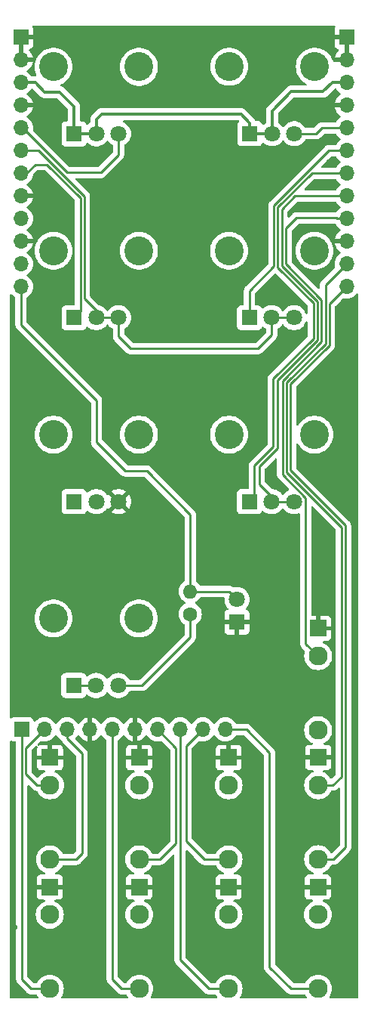
<source format=gbr>
%TF.GenerationSoftware,KiCad,Pcbnew,7.0.1-0*%
%TF.CreationDate,2023-10-20T13:53:54+13:00*%
%TF.ProjectId,Punkys-new-brew_control,50756e6b-7973-42d6-9e65-772d62726577,001*%
%TF.SameCoordinates,Original*%
%TF.FileFunction,Copper,L1,Top*%
%TF.FilePolarity,Positive*%
%FSLAX46Y46*%
G04 Gerber Fmt 4.6, Leading zero omitted, Abs format (unit mm)*
G04 Created by KiCad (PCBNEW 7.0.1-0) date 2023-10-20 13:53:54*
%MOMM*%
%LPD*%
G01*
G04 APERTURE LIST*
%TA.AperFunction,ComponentPad*%
%ADD10C,3.240000*%
%TD*%
%TA.AperFunction,ComponentPad*%
%ADD11R,1.800000X1.800000*%
%TD*%
%TA.AperFunction,ComponentPad*%
%ADD12C,1.800000*%
%TD*%
%TA.AperFunction,ComponentPad*%
%ADD13R,1.930000X1.830000*%
%TD*%
%TA.AperFunction,ComponentPad*%
%ADD14C,2.130000*%
%TD*%
%TA.AperFunction,ComponentPad*%
%ADD15C,1.600000*%
%TD*%
%TA.AperFunction,ComponentPad*%
%ADD16O,1.600000X1.600000*%
%TD*%
%TA.AperFunction,ComponentPad*%
%ADD17R,1.700000X1.700000*%
%TD*%
%TA.AperFunction,ComponentPad*%
%ADD18O,1.700000X1.700000*%
%TD*%
%TA.AperFunction,ViaPad*%
%ADD19C,0.600000*%
%TD*%
%TA.AperFunction,ViaPad*%
%ADD20C,0.800000*%
%TD*%
%TA.AperFunction,Conductor*%
%ADD21C,0.350000*%
%TD*%
%TA.AperFunction,Conductor*%
%ADD22C,0.250000*%
%TD*%
G04 APERTURE END LIST*
D10*
%TO.P,RV4,*%
%TO.N,*%
X126000000Y-59825000D03*
X135600000Y-59825000D03*
D11*
%TO.P,RV4,1,1*%
%TO.N,Env1_A_C*%
X128300000Y-67325000D03*
D12*
%TO.P,RV4,2,2*%
%TO.N,Env1_AR_C*%
X130800000Y-67325000D03*
%TO.P,RV4,3,3*%
X133300000Y-67325000D03*
%TD*%
D10*
%TO.P,RV5,*%
%TO.N,*%
X145700000Y-59825000D03*
X155300000Y-59825000D03*
D11*
%TO.P,RV5,1,1*%
%TO.N,Env1_R_C*%
X148000000Y-67325000D03*
D12*
%TO.P,RV5,2,2*%
%TO.N,Env1_AR_C*%
X150500000Y-67325000D03*
%TO.P,RV5,3,3*%
X153000000Y-67325000D03*
%TD*%
D13*
%TO.P,J7,1*%
%TO.N,GND*%
X125580000Y-131100000D03*
D14*
%TO.P,J7,2*%
%TO.N,ENV1-Out_C*%
X125580000Y-142500000D03*
%TO.P,J7,3*%
%TO.N,unconnected-(J7-Pad3)*%
X125580000Y-134200000D03*
%TD*%
D13*
%TO.P,J9,1*%
%TO.N,GND*%
X145660000Y-131100000D03*
D14*
%TO.P,J9,2*%
%TO.N,ENV2_C*%
X145660000Y-142500000D03*
%TO.P,J9,3*%
%TO.N,unconnected-(J9-Pad3)*%
X145660000Y-134200000D03*
%TD*%
D13*
%TO.P,J2,1*%
%TO.N,GND*%
X135630000Y-116610000D03*
D14*
%TO.P,J2,2*%
%TO.N,CV1-In_C*%
X135630000Y-128010000D03*
%TO.P,J2,3*%
%TO.N,unconnected-(J2-Pad3)*%
X135630000Y-119710000D03*
%TD*%
D13*
%TO.P,J6,1*%
%TO.N,GND*%
X155720000Y-116600000D03*
D14*
%TO.P,J6,2*%
%TO.N,Ext_In_C*%
X155720000Y-128000000D03*
%TO.P,J6,3*%
%TO.N,APC_Out_C*%
X155720000Y-119700000D03*
%TD*%
D13*
%TO.P,J4,1*%
%TO.N,GND*%
X125600000Y-116610000D03*
D14*
%TO.P,J4,2*%
%TO.N,Gate_In_C*%
X125600000Y-128010000D03*
%TO.P,J4,3*%
%TO.N,5V_Ref_C*%
X125600000Y-119710000D03*
%TD*%
D10*
%TO.P,RV6,*%
%TO.N,*%
X125980000Y-101025000D03*
X135580000Y-101025000D03*
D11*
%TO.P,RV6,1,1*%
%TO.N,Net-(J10-Pad2)*%
X128280000Y-108525000D03*
D12*
%TO.P,RV6,2,2*%
X130780000Y-108525000D03*
%TO.P,RV6,3,3*%
%TO.N,Net-(R13-Pad1)*%
X133280000Y-108525000D03*
%TD*%
D10*
%TO.P,RV2,*%
%TO.N,*%
X145730000Y-39205000D03*
X155330000Y-39205000D03*
D11*
%TO.P,RV2,1,1*%
%TO.N,+12V*%
X148030000Y-46705000D03*
D12*
%TO.P,RV2,2,2*%
X150530000Y-46705000D03*
%TO.P,RV2,3,3*%
%TO.N,Freq_2_C*%
X153030000Y-46705000D03*
%TD*%
D15*
%TO.P,R13,1*%
%TO.N,Net-(R13-Pad1)*%
X141350000Y-100530000D03*
D16*
%TO.P,R13,2*%
%TO.N,VCA_CV_C*%
X141350000Y-97990000D03*
%TD*%
D10*
%TO.P,RV3,*%
%TO.N,*%
X126000000Y-80425000D03*
X135600000Y-80425000D03*
D11*
%TO.P,RV3,1,1*%
%TO.N,10V_REF_C*%
X128300000Y-87925000D03*
D12*
%TO.P,RV3,2,2*%
%TO.N,INV_REF_C*%
X130800000Y-87925000D03*
%TO.P,RV3,3,3*%
%TO.N,GND*%
X133300000Y-87925000D03*
%TD*%
D13*
%TO.P,J3,1*%
%TO.N,GND*%
X145660000Y-116610000D03*
D14*
%TO.P,J3,2*%
%TO.N,CV2-In_C*%
X145660000Y-128010000D03*
%TO.P,J3,3*%
%TO.N,unconnected-(J3-Pad3)*%
X145660000Y-119710000D03*
%TD*%
D10*
%TO.P,RV7,*%
%TO.N,*%
X145700000Y-80425000D03*
X155300000Y-80425000D03*
D11*
%TO.P,RV7,1,1*%
%TO.N,Env2_R_C*%
X148000000Y-87925000D03*
D12*
%TO.P,RV7,2,2*%
%TO.N,Env2_AR_C*%
X150500000Y-87925000D03*
%TO.P,RV7,3,3*%
X153000000Y-87925000D03*
%TD*%
D13*
%TO.P,J10,1*%
%TO.N,GND*%
X155710000Y-102130000D03*
D14*
%TO.P,J10,2*%
%TO.N,Net-(J10-Pad2)*%
X155710000Y-113530000D03*
%TO.P,J10,3*%
%TO.N,ENV1_C*%
X155710000Y-105230000D03*
%TD*%
D10*
%TO.P,RV1,*%
%TO.N,*%
X126000000Y-39225000D03*
X135600000Y-39225000D03*
D11*
%TO.P,RV1,1,1*%
%TO.N,+12V*%
X128300000Y-46725000D03*
D12*
%TO.P,RV1,2,2*%
X130800000Y-46725000D03*
%TO.P,RV1,3,3*%
%TO.N,Freq_1_C*%
X133300000Y-46725000D03*
%TD*%
D13*
%TO.P,J5,1*%
%TO.N,GND*%
X155690000Y-131100000D03*
D14*
%TO.P,J5,2*%
%TO.N,Audio_Out_C*%
X155690000Y-142500000D03*
%TO.P,J5,3*%
%TO.N,unconnected-(J5-Pad3)*%
X155690000Y-134200000D03*
%TD*%
D11*
%TO.P,D11,1,K*%
%TO.N,GND*%
X146600000Y-101440000D03*
D12*
%TO.P,D11,2,A*%
%TO.N,VCA_CV_C*%
X146600000Y-98900000D03*
%TD*%
D13*
%TO.P,J8,1*%
%TO.N,GND*%
X135630000Y-131100000D03*
D14*
%TO.P,J8,2*%
%TO.N,INV_ENV_C*%
X135630000Y-142500000D03*
%TO.P,J8,3*%
%TO.N,unconnected-(J8-Pad3)*%
X135630000Y-134200000D03*
%TD*%
D17*
%TO.P,J12,1,Pin_1*%
%TO.N,ENV1-Out_C*%
X122430000Y-113450000D03*
D18*
%TO.P,J12,2,Pin_2*%
%TO.N,5V_Ref_C*%
X124970000Y-113450000D03*
%TO.P,J12,3,Pin_3*%
%TO.N,Gate_In_C*%
X127510000Y-113450000D03*
%TO.P,J12,4,Pin_4*%
%TO.N,GND*%
X130050000Y-113450000D03*
%TO.P,J12,5,Pin_5*%
%TO.N,INV_ENV_C*%
X132590000Y-113450000D03*
%TO.P,J12,6,Pin_6*%
%TO.N,GND*%
X135130000Y-113450000D03*
%TO.P,J12,7,Pin_7*%
%TO.N,CV1-In_C*%
X137670000Y-113450000D03*
%TO.P,J12,8,Pin_8*%
%TO.N,ENV2_C*%
X140210000Y-113450000D03*
%TO.P,J12,9,Pin_9*%
%TO.N,CV2-In_C*%
X142750000Y-113450000D03*
%TO.P,J12,10,Pin_10*%
%TO.N,Audio_Out_C*%
X145290000Y-113450000D03*
%TD*%
D17*
%TO.P,J14,1,Pin_1*%
%TO.N,GND*%
X122350000Y-35900000D03*
D18*
%TO.P,J14,2,Pin_2*%
X122350000Y-38440000D03*
%TO.P,J14,3,Pin_3*%
%TO.N,+12V*%
X122350000Y-40980000D03*
%TO.P,J14,4,Pin_4*%
%TO.N,GND*%
X122350000Y-43520000D03*
%TO.P,J14,5,Pin_5*%
%TO.N,Freq_1_C*%
X122350000Y-46060000D03*
%TO.P,J14,6,Pin_6*%
%TO.N,Env1_AR_C*%
X122350000Y-48600000D03*
%TO.P,J14,7,Pin_7*%
%TO.N,Env1_A_C*%
X122350000Y-51140000D03*
%TO.P,J14,8,Pin_8*%
%TO.N,GND*%
X122350000Y-53680000D03*
%TO.P,J14,9,Pin_9*%
%TO.N,INV_REF_C*%
X122350000Y-56220000D03*
%TO.P,J14,10,Pin_10*%
%TO.N,GND*%
X122350000Y-58760000D03*
%TO.P,J14,11,Pin_11*%
%TO.N,10V_REF_C*%
X122350000Y-61300000D03*
%TO.P,J14,12,Pin_12*%
%TO.N,VCA_CV_C*%
X122350000Y-63840000D03*
%TD*%
D17*
%TO.P,J15,1,Pin_1*%
%TO.N,GND*%
X158900000Y-35900000D03*
D18*
%TO.P,J15,2,Pin_2*%
X158900000Y-38440000D03*
%TO.P,J15,3,Pin_3*%
%TO.N,+12V*%
X158900000Y-40980000D03*
%TO.P,J15,4,Pin_4*%
%TO.N,GND*%
X158900000Y-43520000D03*
%TO.P,J15,5,Pin_5*%
%TO.N,Freq_2_C*%
X158900000Y-46060000D03*
%TO.P,J15,6,Pin_6*%
%TO.N,Env1_R_C*%
X158900000Y-48600000D03*
%TO.P,J15,7,Pin_7*%
%TO.N,Env2_R_C*%
X158900000Y-51140000D03*
%TO.P,J15,8,Pin_8*%
%TO.N,Env2_AR_C*%
X158900000Y-53680000D03*
%TO.P,J15,9,Pin_9*%
%TO.N,ENV1_C*%
X158900000Y-56220000D03*
%TO.P,J15,10,Pin_10*%
%TO.N,GND*%
X158900000Y-58760000D03*
%TO.P,J15,11,Pin_11*%
%TO.N,APC_Out_C*%
X158900000Y-61300000D03*
%TO.P,J15,12,Pin_12*%
%TO.N,Ext_In_C*%
X158900000Y-63840000D03*
%TD*%
D19*
%TO.N,GND*%
X121650000Y-135660000D03*
D20*
X155300000Y-54870000D03*
X155950000Y-52330000D03*
X150960000Y-64380000D03*
X140330000Y-53320000D03*
X157030000Y-49960000D03*
X150550000Y-85070000D03*
%TD*%
D21*
%TO.N,+12V*%
X128300000Y-43660000D02*
X128300000Y-46725000D01*
X158900000Y-40980000D02*
X157290000Y-40980000D01*
X148030000Y-46705000D02*
X150530000Y-46705000D01*
X128300000Y-46725000D02*
X130800000Y-46725000D01*
X130800000Y-46725000D02*
X130800000Y-45100000D01*
X148030000Y-45500000D02*
X148030000Y-46705000D01*
X152670000Y-42000000D02*
X150530000Y-44140000D01*
X147050000Y-44520000D02*
X148030000Y-45500000D01*
X130800000Y-45100000D02*
X131380000Y-44520000D01*
X150530000Y-44140000D02*
X150530000Y-46705000D01*
X157290000Y-40980000D02*
X156270000Y-42000000D01*
X131380000Y-44520000D02*
X147050000Y-44520000D01*
X156270000Y-42000000D02*
X152670000Y-42000000D01*
X126680000Y-42040000D02*
X128300000Y-43660000D01*
X125010000Y-42040000D02*
X126680000Y-42040000D01*
X123950000Y-40980000D02*
X125010000Y-42040000D01*
X122350000Y-40980000D02*
X123950000Y-40980000D01*
D22*
%TO.N,Net-(J10-Pad2)*%
X128280000Y-108525000D02*
X130780000Y-108525000D01*
%TO.N,Net-(R13-Pad1)*%
X141350000Y-103120000D02*
X135945000Y-108525000D01*
X141350000Y-100530000D02*
X141350000Y-103120000D01*
X135945000Y-108525000D02*
X133280000Y-108525000D01*
%TO.N,VCA_CV_C*%
X130820000Y-76590000D02*
X130820000Y-81270000D01*
X122350000Y-63840000D02*
X122350000Y-68120000D01*
X130820000Y-81270000D02*
X134050000Y-84500000D01*
X141350000Y-97990000D02*
X145690000Y-97990000D01*
X141350000Y-89360000D02*
X141350000Y-97990000D01*
X136490000Y-84500000D02*
X141350000Y-89360000D01*
X134050000Y-84500000D02*
X136490000Y-84500000D01*
X145690000Y-97990000D02*
X146600000Y-98900000D01*
X122350000Y-68120000D02*
X130820000Y-76590000D01*
%TO.N,CV1-In_C*%
X137960000Y-128010000D02*
X139760000Y-126210000D01*
X135630000Y-128010000D02*
X137960000Y-128010000D01*
X139760000Y-126210000D02*
X139760000Y-115540000D01*
X139760000Y-115540000D02*
X137670000Y-113450000D01*
%TO.N,CV2-In_C*%
X140890000Y-115310000D02*
X140890000Y-125960000D01*
X142940000Y-128010000D02*
X145660000Y-128010000D01*
X140890000Y-125960000D02*
X142940000Y-128010000D01*
X142750000Y-113450000D02*
X140890000Y-115310000D01*
%TO.N,Gate_In_C*%
X125600000Y-128010000D02*
X128550000Y-128010000D01*
X128550000Y-128010000D02*
X129200000Y-127360000D01*
X127510000Y-114480000D02*
X127510000Y-113450000D01*
X129200000Y-116170000D02*
X127510000Y-114480000D01*
X129200000Y-127360000D02*
X129200000Y-116170000D01*
%TO.N,5V_Ref_C*%
X122880000Y-118450000D02*
X124130000Y-119700000D01*
X124130000Y-119700000D02*
X125590000Y-119700000D01*
X122880000Y-115540000D02*
X122880000Y-118450000D01*
X125590000Y-119700000D02*
X125600000Y-119710000D01*
X124970000Y-113450000D02*
X122880000Y-115540000D01*
%TO.N,Audio_Out_C*%
X150240000Y-116050000D02*
X150240000Y-140070000D01*
X152670000Y-142500000D02*
X155690000Y-142500000D01*
X145290000Y-113450000D02*
X147640000Y-113450000D01*
X150240000Y-140070000D02*
X152670000Y-142500000D01*
X147640000Y-113450000D02*
X150240000Y-116050000D01*
%TO.N,Ext_In_C*%
X152600000Y-84433604D02*
X158780000Y-90613604D01*
X158900000Y-63840000D02*
X156980000Y-65760000D01*
X158780000Y-90613604D02*
X158780000Y-126670000D01*
X156980000Y-65760000D02*
X156980000Y-70405584D01*
X152600000Y-74785584D02*
X152600000Y-84433604D01*
X157450000Y-128000000D02*
X155720000Y-128000000D01*
X158780000Y-126670000D02*
X157450000Y-128000000D01*
X156980000Y-70405584D02*
X152600000Y-74785584D01*
%TO.N,APC_Out_C*%
X156530000Y-70219188D02*
X152150000Y-74599188D01*
X156530000Y-63670000D02*
X156530000Y-70219188D01*
X152150000Y-74599188D02*
X152150000Y-84620000D01*
X152150000Y-84620000D02*
X158330000Y-90800000D01*
X157370000Y-119700000D02*
X155720000Y-119700000D01*
X158900000Y-61300000D02*
X156530000Y-63670000D01*
X158330000Y-118740000D02*
X157370000Y-119700000D01*
X158330000Y-90800000D02*
X158330000Y-118740000D01*
%TO.N,ENV1-Out_C*%
X122430000Y-141450000D02*
X123480000Y-142500000D01*
X122430000Y-113450000D02*
X122430000Y-141450000D01*
X123480000Y-142500000D02*
X125580000Y-142500000D01*
%TO.N,INV_ENV_C*%
X132590000Y-141440000D02*
X132590000Y-113450000D01*
X135630000Y-142500000D02*
X133650000Y-142500000D01*
X133650000Y-142500000D02*
X132590000Y-141440000D01*
%TO.N,ENV2_C*%
X140210000Y-113450000D02*
X140210000Y-139300000D01*
X143410000Y-142500000D02*
X145660000Y-142500000D01*
X140210000Y-139300000D02*
X143410000Y-142500000D01*
%TO.N,ENV1_C*%
X153270000Y-56140000D02*
X152090000Y-57320000D01*
X156080000Y-65307208D02*
X156080000Y-70032792D01*
X158900000Y-56220000D02*
X157830000Y-56220000D01*
X152090000Y-57320000D02*
X152090000Y-61317208D01*
X151700000Y-74412792D02*
X151700000Y-84892588D01*
X156080000Y-70032792D02*
X151700000Y-74412792D01*
X157750000Y-56140000D02*
X153270000Y-56140000D01*
X157830000Y-56220000D02*
X157750000Y-56140000D01*
X152090000Y-61317208D02*
X156080000Y-65307208D01*
X154310000Y-87502588D02*
X154310000Y-103830000D01*
X151700000Y-84892588D02*
X154310000Y-87502588D01*
X154310000Y-103830000D02*
X155710000Y-105230000D01*
%TO.N,Freq_1_C*%
X127510000Y-51060000D02*
X131320000Y-51060000D01*
X122350000Y-46060000D02*
X122510000Y-46060000D01*
X131320000Y-51060000D02*
X133300000Y-49080000D01*
X133300000Y-49080000D02*
X133300000Y-46725000D01*
X122510000Y-46060000D02*
X127510000Y-51060000D01*
%TO.N,Env1_A_C*%
X122350000Y-51140000D02*
X122950000Y-51140000D01*
X129040000Y-66585000D02*
X128300000Y-67325000D01*
X129030000Y-65396396D02*
X129040000Y-65406396D01*
X125253604Y-50160000D02*
X129030000Y-53936396D01*
X122950000Y-51140000D02*
X123930000Y-50160000D01*
X129030000Y-53936396D02*
X129030000Y-65396396D01*
X129040000Y-65406396D02*
X129040000Y-66585000D01*
X123930000Y-50160000D02*
X125253604Y-50160000D01*
%TO.N,Env1_AR_C*%
X130800000Y-67325000D02*
X133300000Y-67325000D01*
X148960000Y-70790000D02*
X150500000Y-69250000D01*
X129480000Y-65210000D02*
X130800000Y-66530000D01*
X133300000Y-67325000D02*
X133300000Y-69440000D01*
X153000000Y-67325000D02*
X150500000Y-67325000D01*
X124330000Y-48600000D02*
X129480000Y-53750000D01*
X129480000Y-53750000D02*
X129480000Y-65210000D01*
X130800000Y-66530000D02*
X130800000Y-67325000D01*
X133300000Y-69440000D02*
X134650000Y-70790000D01*
X134650000Y-70790000D02*
X148960000Y-70790000D01*
X122350000Y-48600000D02*
X124330000Y-48600000D01*
X150500000Y-69250000D02*
X150500000Y-67325000D01*
%TO.N,Freq_2_C*%
X155495000Y-46705000D02*
X156140000Y-46060000D01*
X156140000Y-46060000D02*
X158900000Y-46060000D01*
X153030000Y-46705000D02*
X155495000Y-46705000D01*
%TO.N,Env1_R_C*%
X158900000Y-48600000D02*
X156920000Y-48600000D01*
X150730000Y-61560000D02*
X148000000Y-64290000D01*
X156920000Y-48600000D02*
X150730000Y-54790000D01*
X148000000Y-64290000D02*
X148000000Y-67325000D01*
X150730000Y-54790000D02*
X150730000Y-61560000D01*
%TO.N,Env2_R_C*%
X155180000Y-65680000D02*
X155180000Y-69660000D01*
X150670000Y-74170000D02*
X150670000Y-81770000D01*
X148550000Y-83890000D02*
X148550000Y-87375000D01*
X151190000Y-61690000D02*
X155180000Y-65680000D01*
X155180000Y-69660000D02*
X150670000Y-74170000D01*
X155016396Y-51140000D02*
X151190000Y-54966396D01*
X151190000Y-54966396D02*
X151190000Y-61690000D01*
X158900000Y-51140000D02*
X155016396Y-51140000D01*
X150670000Y-81770000D02*
X148550000Y-83890000D01*
X148550000Y-87375000D02*
X148000000Y-87925000D01*
%TO.N,Env2_AR_C*%
X151120000Y-81956396D02*
X151120000Y-74356396D01*
X151120000Y-74356396D02*
X155630000Y-69846396D01*
X149110000Y-86010000D02*
X149110000Y-83966396D01*
X155630000Y-69846396D02*
X155630000Y-65493604D01*
X149110000Y-83966396D02*
X151120000Y-81956396D01*
X150500000Y-87925000D02*
X153000000Y-87925000D01*
X150500000Y-87400000D02*
X149110000Y-86010000D01*
X151640000Y-55152792D02*
X153112792Y-53680000D01*
X151640000Y-61503604D02*
X151640000Y-55152792D01*
X153112792Y-53680000D02*
X158900000Y-53680000D01*
X150500000Y-87925000D02*
X150500000Y-87400000D01*
X155630000Y-65493604D02*
X151640000Y-61503604D01*
%TD*%
%TA.AperFunction,Conductor*%
%TO.N,GND*%
G36*
X124990605Y-50794939D02*
G01*
X125030833Y-50821819D01*
X128368181Y-54159168D01*
X128395061Y-54199396D01*
X128404500Y-54246849D01*
X128404500Y-65313652D01*
X128402235Y-65334158D01*
X128404439Y-65404269D01*
X128404500Y-65408164D01*
X128404500Y-65435745D01*
X128405003Y-65439730D01*
X128405918Y-65451363D01*
X128407290Y-65495022D01*
X128409577Y-65502892D01*
X128414500Y-65537486D01*
X128414500Y-65800500D01*
X128397887Y-65862500D01*
X128352500Y-65907887D01*
X128290500Y-65924500D01*
X127352130Y-65924500D01*
X127292515Y-65930909D01*
X127157669Y-65981204D01*
X127042454Y-66067454D01*
X126956204Y-66182668D01*
X126905909Y-66317516D01*
X126899500Y-66377130D01*
X126899500Y-68272869D01*
X126905909Y-68332483D01*
X126956204Y-68467331D01*
X127042454Y-68582546D01*
X127157669Y-68668796D01*
X127292517Y-68719091D01*
X127352127Y-68725500D01*
X129247872Y-68725499D01*
X129307483Y-68719091D01*
X129442331Y-68668796D01*
X129557546Y-68582546D01*
X129643796Y-68467331D01*
X129662093Y-68418272D01*
X129694205Y-68370458D01*
X129744458Y-68342308D01*
X129802007Y-68339900D01*
X129854435Y-68363753D01*
X130031374Y-68501470D01*
X130235497Y-68611936D01*
X130345257Y-68649616D01*
X130455015Y-68687297D01*
X130455017Y-68687297D01*
X130455019Y-68687298D01*
X130683951Y-68725500D01*
X130916048Y-68725500D01*
X130916049Y-68725500D01*
X131144981Y-68687298D01*
X131364503Y-68611936D01*
X131568626Y-68501470D01*
X131751784Y-68358913D01*
X131908979Y-68188153D01*
X131946192Y-68131193D01*
X131990982Y-68089961D01*
X132050000Y-68075016D01*
X132109018Y-68089961D01*
X132153807Y-68131193D01*
X132191021Y-68188153D01*
X132348216Y-68358913D01*
X132531374Y-68501470D01*
X132566684Y-68520579D01*
X132609518Y-68543760D01*
X132657023Y-68589341D01*
X132674500Y-68652814D01*
X132674500Y-69357256D01*
X132672235Y-69377762D01*
X132674439Y-69447873D01*
X132674500Y-69451768D01*
X132674500Y-69479349D01*
X132675003Y-69483334D01*
X132675918Y-69494967D01*
X132677290Y-69538626D01*
X132682879Y-69557860D01*
X132686825Y-69576916D01*
X132689335Y-69596792D01*
X132705414Y-69637404D01*
X132709197Y-69648451D01*
X132721382Y-69690391D01*
X132731580Y-69707635D01*
X132740136Y-69725100D01*
X132747514Y-69743732D01*
X132747515Y-69743733D01*
X132773180Y-69779059D01*
X132779593Y-69788822D01*
X132801826Y-69826416D01*
X132801829Y-69826419D01*
X132801830Y-69826420D01*
X132815995Y-69840585D01*
X132828627Y-69855375D01*
X132840406Y-69871587D01*
X132874058Y-69899426D01*
X132882699Y-69907289D01*
X134149196Y-71173787D01*
X134162096Y-71189888D01*
X134213223Y-71237900D01*
X134216020Y-71240611D01*
X134235529Y-71260120D01*
X134238711Y-71262588D01*
X134247571Y-71270155D01*
X134279417Y-71300061D01*
X134279418Y-71300062D01*
X134296970Y-71309711D01*
X134313238Y-71320397D01*
X134329064Y-71332673D01*
X134369146Y-71350017D01*
X134379633Y-71355155D01*
X134417907Y-71376197D01*
X134426410Y-71378379D01*
X134437308Y-71381178D01*
X134455713Y-71387478D01*
X134474104Y-71395437D01*
X134517250Y-71402270D01*
X134528668Y-71404635D01*
X134570981Y-71415500D01*
X134591016Y-71415500D01*
X134610415Y-71417027D01*
X134630196Y-71420160D01*
X134673674Y-71416050D01*
X134685344Y-71415500D01*
X148877256Y-71415500D01*
X148897762Y-71417764D01*
X148900665Y-71417672D01*
X148900667Y-71417673D01*
X148967872Y-71415561D01*
X148971768Y-71415500D01*
X148999349Y-71415500D01*
X148999350Y-71415500D01*
X149003319Y-71414998D01*
X149014965Y-71414080D01*
X149058627Y-71412709D01*
X149077859Y-71407120D01*
X149096918Y-71403174D01*
X149104099Y-71402267D01*
X149116792Y-71400664D01*
X149157407Y-71384582D01*
X149168444Y-71380803D01*
X149210390Y-71368618D01*
X149227629Y-71358422D01*
X149245102Y-71349862D01*
X149263732Y-71342486D01*
X149299064Y-71316814D01*
X149308830Y-71310400D01*
X149346418Y-71288171D01*
X149346417Y-71288171D01*
X149346420Y-71288170D01*
X149360585Y-71274004D01*
X149375373Y-71261373D01*
X149391587Y-71249594D01*
X149419438Y-71215926D01*
X149427279Y-71207309D01*
X150883788Y-69750800D01*
X150899885Y-69737906D01*
X150901873Y-69735787D01*
X150901877Y-69735786D01*
X150947948Y-69686723D01*
X150950566Y-69684023D01*
X150970120Y-69664471D01*
X150972581Y-69661298D01*
X150980156Y-69652427D01*
X151010062Y-69620582D01*
X151019712Y-69603027D01*
X151030400Y-69586757D01*
X151042671Y-69570938D01*
X151042673Y-69570936D01*
X151060026Y-69530832D01*
X151065157Y-69520362D01*
X151086197Y-69482092D01*
X151091175Y-69462699D01*
X151097481Y-69444282D01*
X151100534Y-69437228D01*
X151105438Y-69425896D01*
X151112272Y-69382745D01*
X151114635Y-69371331D01*
X151125500Y-69329019D01*
X151125500Y-69308984D01*
X151127027Y-69289585D01*
X151130160Y-69269804D01*
X151126050Y-69226325D01*
X151125500Y-69214656D01*
X151125500Y-68652814D01*
X151142977Y-68589341D01*
X151190482Y-68543760D01*
X151220556Y-68527484D01*
X151268626Y-68501470D01*
X151451784Y-68358913D01*
X151608979Y-68188153D01*
X151646192Y-68131193D01*
X151690982Y-68089961D01*
X151750000Y-68075016D01*
X151809018Y-68089961D01*
X151853807Y-68131193D01*
X151891021Y-68188153D01*
X152048216Y-68358913D01*
X152231374Y-68501470D01*
X152435497Y-68611936D01*
X152545257Y-68649616D01*
X152655015Y-68687297D01*
X152655017Y-68687297D01*
X152655019Y-68687298D01*
X152883951Y-68725500D01*
X153116048Y-68725500D01*
X153116049Y-68725500D01*
X153344981Y-68687298D01*
X153564503Y-68611936D01*
X153768626Y-68501470D01*
X153951784Y-68358913D01*
X154108979Y-68188153D01*
X154235924Y-67993849D01*
X154316944Y-67809141D01*
X154359283Y-67757442D01*
X154422305Y-67735223D01*
X154487706Y-67748936D01*
X154536494Y-67794600D01*
X154554500Y-67858952D01*
X154554500Y-69349547D01*
X154545061Y-69397000D01*
X154518181Y-69437228D01*
X150286208Y-73669199D01*
X150270110Y-73682096D01*
X150222096Y-73733225D01*
X150219391Y-73736017D01*
X150199874Y-73755534D01*
X150197415Y-73758705D01*
X150189842Y-73767572D01*
X150159935Y-73799420D01*
X150150285Y-73816974D01*
X150139609Y-73833228D01*
X150127326Y-73849063D01*
X150109975Y-73889158D01*
X150104838Y-73899644D01*
X150083802Y-73937907D01*
X150078821Y-73957309D01*
X150072520Y-73975711D01*
X150064561Y-73994102D01*
X150057728Y-74037242D01*
X150055360Y-74048674D01*
X150044500Y-74090978D01*
X150044500Y-74111016D01*
X150042973Y-74130415D01*
X150039840Y-74150194D01*
X150043950Y-74193675D01*
X150044500Y-74205344D01*
X150044500Y-81459548D01*
X150035061Y-81507001D01*
X150008181Y-81547229D01*
X148166208Y-83389199D01*
X148150110Y-83402096D01*
X148102096Y-83453225D01*
X148099391Y-83456017D01*
X148079874Y-83475534D01*
X148077415Y-83478705D01*
X148069842Y-83487572D01*
X148039935Y-83519420D01*
X148030285Y-83536974D01*
X148019609Y-83553228D01*
X148007326Y-83569063D01*
X147989975Y-83609158D01*
X147984838Y-83619644D01*
X147963802Y-83657907D01*
X147958821Y-83677309D01*
X147952520Y-83695711D01*
X147944561Y-83714102D01*
X147937728Y-83757242D01*
X147935360Y-83768674D01*
X147924500Y-83810978D01*
X147924500Y-83831016D01*
X147922973Y-83850415D01*
X147919840Y-83870194D01*
X147923950Y-83913675D01*
X147924500Y-83925344D01*
X147924500Y-86400501D01*
X147907887Y-86462501D01*
X147862500Y-86507888D01*
X147800500Y-86524501D01*
X147052128Y-86524501D01*
X147022322Y-86527705D01*
X146992515Y-86530909D01*
X146857669Y-86581204D01*
X146742454Y-86667454D01*
X146656204Y-86782668D01*
X146605909Y-86917516D01*
X146599500Y-86977130D01*
X146599500Y-88872869D01*
X146605909Y-88932484D01*
X146613380Y-88952515D01*
X146656204Y-89067331D01*
X146742454Y-89182546D01*
X146857669Y-89268796D01*
X146992517Y-89319091D01*
X147052127Y-89325500D01*
X148947872Y-89325499D01*
X149007483Y-89319091D01*
X149142331Y-89268796D01*
X149257546Y-89182546D01*
X149343796Y-89067331D01*
X149362093Y-89018272D01*
X149394205Y-88970458D01*
X149444458Y-88942308D01*
X149502007Y-88939900D01*
X149554435Y-88963753D01*
X149731374Y-89101470D01*
X149935497Y-89211936D01*
X149996173Y-89232766D01*
X150155015Y-89287297D01*
X150155017Y-89287297D01*
X150155019Y-89287298D01*
X150383951Y-89325500D01*
X150616048Y-89325500D01*
X150616049Y-89325500D01*
X150844981Y-89287298D01*
X151064503Y-89211936D01*
X151268626Y-89101470D01*
X151451784Y-88958913D01*
X151608979Y-88788153D01*
X151646192Y-88731193D01*
X151690982Y-88689961D01*
X151750000Y-88675016D01*
X151809018Y-88689961D01*
X151853807Y-88731193D01*
X151891021Y-88788153D01*
X152048216Y-88958913D01*
X152231374Y-89101470D01*
X152435497Y-89211936D01*
X152496173Y-89232766D01*
X152655015Y-89287297D01*
X152655017Y-89287297D01*
X152655019Y-89287298D01*
X152883951Y-89325500D01*
X153116048Y-89325500D01*
X153116049Y-89325500D01*
X153344981Y-89287298D01*
X153346400Y-89286811D01*
X153520237Y-89227133D01*
X153578377Y-89221709D01*
X153632553Y-89243497D01*
X153670751Y-89287663D01*
X153684500Y-89344414D01*
X153684500Y-103747256D01*
X153682235Y-103767762D01*
X153684439Y-103837873D01*
X153684500Y-103841768D01*
X153684500Y-103869349D01*
X153685003Y-103873334D01*
X153685918Y-103884967D01*
X153687290Y-103928626D01*
X153692879Y-103947860D01*
X153696825Y-103966916D01*
X153699335Y-103986792D01*
X153715414Y-104027404D01*
X153719197Y-104038451D01*
X153731382Y-104080391D01*
X153741580Y-104097635D01*
X153750136Y-104115100D01*
X153757514Y-104133732D01*
X153757515Y-104133733D01*
X153783180Y-104169059D01*
X153789593Y-104178822D01*
X153811826Y-104216416D01*
X153811829Y-104216419D01*
X153811830Y-104216420D01*
X153825995Y-104230585D01*
X153838627Y-104245375D01*
X153850406Y-104261587D01*
X153884058Y-104289426D01*
X153892699Y-104297289D01*
X154194140Y-104598730D01*
X154221019Y-104638956D01*
X154230459Y-104686407D01*
X154221022Y-104733858D01*
X154216518Y-104744732D01*
X154158993Y-104984343D01*
X154139659Y-105230000D01*
X154158993Y-105475656D01*
X154216516Y-105715261D01*
X154263666Y-105829090D01*
X154310816Y-105942920D01*
X154439567Y-106153023D01*
X154599601Y-106340399D01*
X154786977Y-106500433D01*
X154997080Y-106629184D01*
X155224738Y-106723483D01*
X155464345Y-106781007D01*
X155710000Y-106800341D01*
X155955655Y-106781007D01*
X156195262Y-106723483D01*
X156422920Y-106629184D01*
X156633023Y-106500433D01*
X156820399Y-106340399D01*
X156980433Y-106153023D01*
X157109184Y-105942920D01*
X157203483Y-105715262D01*
X157261007Y-105475655D01*
X157280341Y-105230000D01*
X157261007Y-104984345D01*
X157203483Y-104744738D01*
X157109184Y-104517080D01*
X156980433Y-104306977D01*
X156820399Y-104119601D01*
X156633023Y-103959567D01*
X156422920Y-103830816D01*
X156308835Y-103783560D01*
X156255971Y-103741885D01*
X156232671Y-103678729D01*
X156245804Y-103612705D01*
X156291499Y-103563273D01*
X156356289Y-103545000D01*
X156722824Y-103545000D01*
X156782375Y-103538597D01*
X156917089Y-103488352D01*
X157032188Y-103402188D01*
X157118352Y-103287089D01*
X157168597Y-103152375D01*
X157175000Y-103092824D01*
X157175000Y-102380000D01*
X155584000Y-102380000D01*
X155522000Y-102363387D01*
X155476613Y-102318000D01*
X155460000Y-102256000D01*
X155460000Y-100715000D01*
X155960000Y-100715000D01*
X155960000Y-101880000D01*
X157175000Y-101880000D01*
X157175000Y-101167176D01*
X157168597Y-101107624D01*
X157118352Y-100972910D01*
X157032188Y-100857811D01*
X156917089Y-100771647D01*
X156782375Y-100721402D01*
X156722824Y-100715000D01*
X155960000Y-100715000D01*
X155460000Y-100715000D01*
X155059500Y-100715000D01*
X154997500Y-100698387D01*
X154952113Y-100653000D01*
X154935500Y-100591000D01*
X154935500Y-88589453D01*
X154949015Y-88533158D01*
X154986615Y-88489135D01*
X155040102Y-88466980D01*
X155097818Y-88471522D01*
X155147181Y-88501772D01*
X157668181Y-91022772D01*
X157695061Y-91063000D01*
X157704500Y-91110453D01*
X157704500Y-118429548D01*
X157695061Y-118477001D01*
X157668181Y-118517229D01*
X157260479Y-118924930D01*
X157213424Y-118954405D01*
X157158223Y-118960389D01*
X157105945Y-118941684D01*
X157067071Y-118902039D01*
X157025301Y-118833877D01*
X156990433Y-118776977D01*
X156830399Y-118589601D01*
X156643023Y-118429567D01*
X156432920Y-118300816D01*
X156318835Y-118253560D01*
X156265971Y-118211885D01*
X156242671Y-118148729D01*
X156255804Y-118082705D01*
X156301499Y-118033273D01*
X156366289Y-118015000D01*
X156732824Y-118015000D01*
X156792375Y-118008597D01*
X156927089Y-117958352D01*
X157042188Y-117872188D01*
X157128352Y-117757089D01*
X157178597Y-117622375D01*
X157185000Y-117562824D01*
X157185000Y-116850000D01*
X154255000Y-116850000D01*
X154255000Y-117562824D01*
X154261402Y-117622375D01*
X154311647Y-117757089D01*
X154397811Y-117872188D01*
X154512910Y-117958352D01*
X154647624Y-118008597D01*
X154707176Y-118015000D01*
X155073711Y-118015000D01*
X155138501Y-118033273D01*
X155184196Y-118082705D01*
X155197329Y-118148729D01*
X155174029Y-118211885D01*
X155121164Y-118253561D01*
X155007078Y-118300817D01*
X154796978Y-118429566D01*
X154609601Y-118589601D01*
X154449566Y-118776978D01*
X154320817Y-118987078D01*
X154226516Y-119214738D01*
X154168993Y-119454343D01*
X154149659Y-119700000D01*
X154168993Y-119945656D01*
X154226516Y-120185261D01*
X154254362Y-120252486D01*
X154320816Y-120412920D01*
X154449567Y-120623023D01*
X154609601Y-120810399D01*
X154796977Y-120970433D01*
X155007080Y-121099184D01*
X155234738Y-121193483D01*
X155474345Y-121251007D01*
X155720000Y-121270341D01*
X155965655Y-121251007D01*
X156205262Y-121193483D01*
X156432920Y-121099184D01*
X156643023Y-120970433D01*
X156830399Y-120810399D01*
X156990433Y-120623023D01*
X157119184Y-120412920D01*
X157123688Y-120402045D01*
X157150566Y-120361819D01*
X157190795Y-120334939D01*
X157238248Y-120325500D01*
X157287256Y-120325500D01*
X157307762Y-120327764D01*
X157310665Y-120327672D01*
X157310667Y-120327673D01*
X157377872Y-120325561D01*
X157381768Y-120325500D01*
X157409349Y-120325500D01*
X157409350Y-120325500D01*
X157413319Y-120324998D01*
X157424965Y-120324080D01*
X157468627Y-120322709D01*
X157487859Y-120317120D01*
X157506918Y-120313174D01*
X157514091Y-120312268D01*
X157526792Y-120310664D01*
X157567407Y-120294582D01*
X157578444Y-120290803D01*
X157620390Y-120278618D01*
X157637629Y-120268422D01*
X157655102Y-120259862D01*
X157673732Y-120252486D01*
X157709064Y-120226814D01*
X157718830Y-120220400D01*
X157756418Y-120198171D01*
X157756417Y-120198171D01*
X157756420Y-120198170D01*
X157770585Y-120184004D01*
X157785373Y-120171373D01*
X157801587Y-120159594D01*
X157829438Y-120125926D01*
X157837269Y-120117319D01*
X157942822Y-120011766D01*
X157992182Y-119981520D01*
X158049898Y-119976978D01*
X158103386Y-119999133D01*
X158140985Y-120043156D01*
X158154500Y-120099451D01*
X158154500Y-126359548D01*
X158145061Y-126407001D01*
X158118181Y-126447229D01*
X157290875Y-127274533D01*
X157243820Y-127304008D01*
X157188619Y-127309992D01*
X157136341Y-127291287D01*
X157097468Y-127251643D01*
X156990433Y-127076977D01*
X156830399Y-126889601D01*
X156643023Y-126729567D01*
X156432920Y-126600816D01*
X156319091Y-126553666D01*
X156205261Y-126506516D01*
X155965656Y-126448993D01*
X155720000Y-126429659D01*
X155474343Y-126448993D01*
X155234738Y-126506516D01*
X155007078Y-126600817D01*
X154796978Y-126729566D01*
X154609601Y-126889601D01*
X154449566Y-127076978D01*
X154392069Y-127170805D01*
X154320816Y-127287080D01*
X154316676Y-127297076D01*
X154226516Y-127514738D01*
X154168993Y-127754343D01*
X154149659Y-128000000D01*
X154168993Y-128245656D01*
X154226516Y-128485261D01*
X154257417Y-128559862D01*
X154320816Y-128712920D01*
X154449567Y-128923023D01*
X154609601Y-129110399D01*
X154796977Y-129270433D01*
X155007080Y-129399184D01*
X155121164Y-129446439D01*
X155174029Y-129488115D01*
X155197329Y-129551271D01*
X155184196Y-129617295D01*
X155138501Y-129666727D01*
X155073711Y-129685000D01*
X154677176Y-129685000D01*
X154617624Y-129691402D01*
X154482910Y-129741647D01*
X154367811Y-129827811D01*
X154281647Y-129942910D01*
X154231402Y-130077624D01*
X154225000Y-130137176D01*
X154225000Y-130850000D01*
X157155000Y-130850000D01*
X157155000Y-130137176D01*
X157148597Y-130077624D01*
X157098352Y-129942910D01*
X157012188Y-129827811D01*
X156897089Y-129741647D01*
X156762375Y-129691402D01*
X156702824Y-129685000D01*
X156366289Y-129685000D01*
X156301499Y-129666727D01*
X156255804Y-129617295D01*
X156242671Y-129551271D01*
X156265971Y-129488115D01*
X156318836Y-129446439D01*
X156432920Y-129399184D01*
X156643023Y-129270433D01*
X156830399Y-129110399D01*
X156990433Y-128923023D01*
X157119184Y-128712920D01*
X157123688Y-128702045D01*
X157150566Y-128661819D01*
X157190795Y-128634939D01*
X157238248Y-128625500D01*
X157367256Y-128625500D01*
X157387762Y-128627764D01*
X157390665Y-128627672D01*
X157390667Y-128627673D01*
X157457872Y-128625561D01*
X157461768Y-128625500D01*
X157489349Y-128625500D01*
X157489350Y-128625500D01*
X157493319Y-128624998D01*
X157504965Y-128624080D01*
X157548627Y-128622709D01*
X157567859Y-128617120D01*
X157586918Y-128613174D01*
X157593196Y-128612381D01*
X157606792Y-128610664D01*
X157647407Y-128594582D01*
X157658444Y-128590803D01*
X157700390Y-128578618D01*
X157717629Y-128568422D01*
X157735102Y-128559862D01*
X157753732Y-128552486D01*
X157789064Y-128526814D01*
X157798830Y-128520400D01*
X157836418Y-128498171D01*
X157836417Y-128498171D01*
X157836420Y-128498170D01*
X157850585Y-128484004D01*
X157865373Y-128471373D01*
X157881587Y-128459594D01*
X157909438Y-128425926D01*
X157917279Y-128417309D01*
X159163788Y-127170801D01*
X159179885Y-127157906D01*
X159181873Y-127155787D01*
X159181877Y-127155786D01*
X159227948Y-127106723D01*
X159230566Y-127104023D01*
X159250120Y-127084471D01*
X159252581Y-127081298D01*
X159260156Y-127072427D01*
X159290062Y-127040582D01*
X159299712Y-127023027D01*
X159310400Y-127006757D01*
X159322671Y-126990938D01*
X159322673Y-126990936D01*
X159340026Y-126950832D01*
X159345157Y-126940362D01*
X159366197Y-126902092D01*
X159371175Y-126882699D01*
X159377481Y-126864282D01*
X159379018Y-126860728D01*
X159385438Y-126845896D01*
X159392272Y-126802745D01*
X159394635Y-126791331D01*
X159405500Y-126749019D01*
X159405500Y-126728984D01*
X159407027Y-126709585D01*
X159410160Y-126689804D01*
X159406050Y-126646325D01*
X159405500Y-126634656D01*
X159405500Y-90696348D01*
X159407764Y-90675841D01*
X159405561Y-90605731D01*
X159405500Y-90601836D01*
X159405500Y-90574257D01*
X159404997Y-90570276D01*
X159404080Y-90558623D01*
X159402709Y-90514977D01*
X159397120Y-90495744D01*
X159393174Y-90476686D01*
X159390664Y-90456810D01*
X159374588Y-90416208D01*
X159370804Y-90405157D01*
X159364881Y-90384772D01*
X159358618Y-90363214D01*
X159348414Y-90345959D01*
X159339861Y-90328499D01*
X159332486Y-90309873D01*
X159332486Y-90309872D01*
X159306808Y-90274529D01*
X159300401Y-90264775D01*
X159278169Y-90227183D01*
X159264006Y-90213020D01*
X159251367Y-90198221D01*
X159239595Y-90182017D01*
X159205941Y-90154177D01*
X159197299Y-90146313D01*
X153261819Y-84210832D01*
X153234939Y-84170604D01*
X153225500Y-84123151D01*
X153225500Y-81539364D01*
X153242682Y-81476389D01*
X153289466Y-81430865D01*
X153352887Y-81415410D01*
X153415370Y-81434306D01*
X153459598Y-81482316D01*
X153483971Y-81529356D01*
X153651256Y-81766343D01*
X153651259Y-81766346D01*
X153651261Y-81766349D01*
X153849264Y-81978359D01*
X154074292Y-82161433D01*
X154322152Y-82312160D01*
X154588228Y-82427733D01*
X154867563Y-82505999D01*
X155154954Y-82545500D01*
X155445046Y-82545500D01*
X155732437Y-82505999D01*
X156011772Y-82427733D01*
X156277848Y-82312160D01*
X156525708Y-82161433D01*
X156750736Y-81978359D01*
X156948739Y-81766349D01*
X157116030Y-81529352D01*
X157249491Y-81271784D01*
X157346637Y-80998441D01*
X157405658Y-80714416D01*
X157425455Y-80425000D01*
X157405658Y-80135584D01*
X157346637Y-79851559D01*
X157249491Y-79578216D01*
X157116030Y-79320648D01*
X157116028Y-79320644D01*
X156948743Y-79083656D01*
X156948741Y-79083653D01*
X156948739Y-79083651D01*
X156750736Y-78871641D01*
X156525708Y-78688567D01*
X156277848Y-78537840D01*
X156011772Y-78422267D01*
X155872104Y-78383134D01*
X155732435Y-78344000D01*
X155445046Y-78304500D01*
X155154954Y-78304500D01*
X154867564Y-78344000D01*
X154638878Y-78408075D01*
X154588228Y-78422267D01*
X154588226Y-78422267D01*
X154588225Y-78422268D01*
X154322151Y-78537840D01*
X154074293Y-78688566D01*
X153849267Y-78871638D01*
X153651256Y-79083656D01*
X153483971Y-79320643D01*
X153459598Y-79367684D01*
X153415370Y-79415694D01*
X153352887Y-79434590D01*
X153289466Y-79419135D01*
X153242682Y-79373611D01*
X153225500Y-79310636D01*
X153225500Y-75096036D01*
X153234939Y-75048583D01*
X153261819Y-75008355D01*
X154600975Y-73669199D01*
X157363789Y-70906384D01*
X157379885Y-70893490D01*
X157381873Y-70891371D01*
X157381877Y-70891370D01*
X157427948Y-70842307D01*
X157430566Y-70839607D01*
X157450120Y-70820055D01*
X157452581Y-70816882D01*
X157460156Y-70808011D01*
X157490062Y-70776166D01*
X157499717Y-70758602D01*
X157510394Y-70742348D01*
X157522673Y-70726520D01*
X157540018Y-70686436D01*
X157545160Y-70675940D01*
X157566197Y-70637676D01*
X157571179Y-70618268D01*
X157577481Y-70599864D01*
X157585437Y-70581480D01*
X157592269Y-70538336D01*
X157594633Y-70526922D01*
X157605500Y-70484603D01*
X157605500Y-70464568D01*
X157607027Y-70445169D01*
X157607068Y-70444905D01*
X157610160Y-70425388D01*
X157606050Y-70381909D01*
X157605500Y-70370240D01*
X157605500Y-66070452D01*
X157614939Y-66022999D01*
X157641819Y-65982771D01*
X158220320Y-65404269D01*
X158444353Y-65180235D01*
X158499939Y-65148143D01*
X158564126Y-65148143D01*
X158664592Y-65175063D01*
X158900000Y-65195659D01*
X159135408Y-65175063D01*
X159363663Y-65113903D01*
X159577830Y-65014035D01*
X159771401Y-64878495D01*
X159938495Y-64711401D01*
X159973926Y-64660799D01*
X160021142Y-64620474D01*
X160081989Y-64608094D01*
X160141210Y-64626766D01*
X160183953Y-64671808D01*
X160199500Y-64731924D01*
X160199500Y-143475500D01*
X160182887Y-143537500D01*
X160137500Y-143582887D01*
X160075500Y-143599500D01*
X157073705Y-143599500D01*
X157011003Y-143582479D01*
X156965515Y-143536089D01*
X156949729Y-143473065D01*
X156967978Y-143410710D01*
X157089184Y-143212920D01*
X157183483Y-142985262D01*
X157241007Y-142745655D01*
X157260341Y-142500000D01*
X157241007Y-142254345D01*
X157183483Y-142014738D01*
X157089184Y-141787080D01*
X156960433Y-141576977D01*
X156800399Y-141389601D01*
X156613023Y-141229567D01*
X156402920Y-141100816D01*
X156289091Y-141053666D01*
X156175261Y-141006516D01*
X155935656Y-140948993D01*
X155812827Y-140939325D01*
X155690000Y-140929659D01*
X155689999Y-140929659D01*
X155444343Y-140948993D01*
X155204738Y-141006516D01*
X154977078Y-141100817D01*
X154766978Y-141229566D01*
X154579601Y-141389601D01*
X154419566Y-141576978D01*
X154311252Y-141753732D01*
X154290816Y-141787080D01*
X154286311Y-141797954D01*
X154259434Y-141838181D01*
X154219205Y-141865061D01*
X154171752Y-141874500D01*
X152980452Y-141874500D01*
X152932999Y-141865061D01*
X152892771Y-141838181D01*
X150901819Y-139847228D01*
X150874939Y-139807000D01*
X150865500Y-139759547D01*
X150865500Y-134200000D01*
X154119659Y-134200000D01*
X154138993Y-134445656D01*
X154196516Y-134685261D01*
X154243666Y-134799090D01*
X154290816Y-134912920D01*
X154419567Y-135123023D01*
X154579601Y-135310399D01*
X154766977Y-135470433D01*
X154977080Y-135599184D01*
X155204738Y-135693483D01*
X155444345Y-135751007D01*
X155690000Y-135770341D01*
X155935655Y-135751007D01*
X156175262Y-135693483D01*
X156402920Y-135599184D01*
X156613023Y-135470433D01*
X156800399Y-135310399D01*
X156960433Y-135123023D01*
X157089184Y-134912920D01*
X157183483Y-134685262D01*
X157241007Y-134445655D01*
X157260341Y-134200000D01*
X157241007Y-133954345D01*
X157183483Y-133714738D01*
X157089184Y-133487080D01*
X156960433Y-133276977D01*
X156800399Y-133089601D01*
X156613023Y-132929567D01*
X156402920Y-132800816D01*
X156288835Y-132753560D01*
X156235971Y-132711885D01*
X156212671Y-132648729D01*
X156225804Y-132582705D01*
X156271499Y-132533273D01*
X156336289Y-132515000D01*
X156702824Y-132515000D01*
X156762375Y-132508597D01*
X156897089Y-132458352D01*
X157012188Y-132372188D01*
X157098352Y-132257089D01*
X157148597Y-132122375D01*
X157155000Y-132062824D01*
X157155000Y-131350000D01*
X154225000Y-131350000D01*
X154225000Y-132062824D01*
X154231402Y-132122375D01*
X154281647Y-132257089D01*
X154367811Y-132372188D01*
X154482910Y-132458352D01*
X154617624Y-132508597D01*
X154677176Y-132515000D01*
X155043711Y-132515000D01*
X155108501Y-132533273D01*
X155154196Y-132582705D01*
X155167329Y-132648729D01*
X155144029Y-132711885D01*
X155091164Y-132753561D01*
X154977078Y-132800817D01*
X154766978Y-132929566D01*
X154579601Y-133089601D01*
X154419566Y-133276978D01*
X154290817Y-133487078D01*
X154196516Y-133714738D01*
X154138993Y-133954343D01*
X154119659Y-134200000D01*
X150865500Y-134200000D01*
X150865500Y-116132740D01*
X150867763Y-116112236D01*
X150865561Y-116042144D01*
X150865500Y-116038250D01*
X150865500Y-116010657D01*
X150865500Y-116010650D01*
X150864995Y-116006653D01*
X150864080Y-115995023D01*
X150862709Y-115951373D01*
X150857120Y-115932140D01*
X150853174Y-115913082D01*
X150850664Y-115893208D01*
X150839998Y-115866269D01*
X150834585Y-115852597D01*
X150830804Y-115841552D01*
X150818619Y-115799613D01*
X150818618Y-115799612D01*
X150818618Y-115799610D01*
X150808417Y-115782361D01*
X150799860Y-115764895D01*
X150792486Y-115746268D01*
X150766813Y-115710932D01*
X150760402Y-115701172D01*
X150738169Y-115663578D01*
X150724006Y-115649415D01*
X150711369Y-115634620D01*
X150699595Y-115618414D01*
X150699594Y-115618413D01*
X150665935Y-115590568D01*
X150657305Y-115582714D01*
X148604591Y-113530000D01*
X154139659Y-113530000D01*
X154158993Y-113775656D01*
X154216516Y-114015261D01*
X154256512Y-114111819D01*
X154310816Y-114242920D01*
X154439567Y-114453023D01*
X154599601Y-114640399D01*
X154786977Y-114800433D01*
X154997080Y-114929184D01*
X155038738Y-114946439D01*
X155091603Y-114988115D01*
X155114903Y-115051271D01*
X155101770Y-115117295D01*
X155056075Y-115166727D01*
X154991285Y-115185000D01*
X154707176Y-115185000D01*
X154647624Y-115191402D01*
X154512910Y-115241647D01*
X154397811Y-115327811D01*
X154311647Y-115442910D01*
X154261402Y-115577624D01*
X154255000Y-115637176D01*
X154255000Y-116350000D01*
X157185000Y-116350000D01*
X157185000Y-115637176D01*
X157178597Y-115577624D01*
X157128352Y-115442910D01*
X157042188Y-115327811D01*
X156927089Y-115241647D01*
X156792375Y-115191402D01*
X156732824Y-115185000D01*
X156428715Y-115185000D01*
X156363925Y-115166727D01*
X156318230Y-115117295D01*
X156305097Y-115051271D01*
X156328397Y-114988115D01*
X156381261Y-114946439D01*
X156422920Y-114929184D01*
X156633023Y-114800433D01*
X156820399Y-114640399D01*
X156980433Y-114453023D01*
X157109184Y-114242920D01*
X157203483Y-114015262D01*
X157261007Y-113775655D01*
X157280341Y-113530000D01*
X157261007Y-113284345D01*
X157203483Y-113044738D01*
X157109184Y-112817080D01*
X156980433Y-112606977D01*
X156820399Y-112419601D01*
X156633023Y-112259567D01*
X156422920Y-112130816D01*
X156309091Y-112083666D01*
X156195261Y-112036516D01*
X155955656Y-111978993D01*
X155710000Y-111959659D01*
X155464343Y-111978993D01*
X155224738Y-112036516D01*
X154997078Y-112130817D01*
X154786978Y-112259566D01*
X154599601Y-112419601D01*
X154439566Y-112606978D01*
X154310817Y-112817078D01*
X154216516Y-113044738D01*
X154158993Y-113284343D01*
X154139659Y-113530000D01*
X148604591Y-113530000D01*
X148140802Y-113066211D01*
X148127906Y-113050113D01*
X148076775Y-113002098D01*
X148073978Y-112999387D01*
X148054470Y-112979879D01*
X148051290Y-112977412D01*
X148042424Y-112969839D01*
X148010582Y-112939938D01*
X147993024Y-112930285D01*
X147976764Y-112919604D01*
X147960936Y-112907327D01*
X147920851Y-112889980D01*
X147910361Y-112884841D01*
X147872091Y-112863802D01*
X147852691Y-112858821D01*
X147834284Y-112852519D01*
X147815897Y-112844562D01*
X147772758Y-112837729D01*
X147761324Y-112835361D01*
X147719019Y-112824500D01*
X147698984Y-112824500D01*
X147679586Y-112822973D01*
X147672162Y-112821797D01*
X147659805Y-112819840D01*
X147659804Y-112819840D01*
X147626751Y-112822964D01*
X147616325Y-112823950D01*
X147604656Y-112824500D01*
X146565226Y-112824500D01*
X146507969Y-112810489D01*
X146463651Y-112771623D01*
X146328494Y-112578598D01*
X146161404Y-112411508D01*
X146161404Y-112411507D01*
X146161401Y-112411505D01*
X145967830Y-112275965D01*
X145753663Y-112176097D01*
X145692502Y-112159709D01*
X145525407Y-112114936D01*
X145290000Y-112094340D01*
X145054592Y-112114936D01*
X144826336Y-112176097D01*
X144612170Y-112275965D01*
X144418598Y-112411505D01*
X144251505Y-112578598D01*
X144121575Y-112764159D01*
X144077257Y-112803025D01*
X144020000Y-112817036D01*
X143962743Y-112803025D01*
X143918425Y-112764159D01*
X143788494Y-112578598D01*
X143621404Y-112411508D01*
X143621404Y-112411507D01*
X143621401Y-112411505D01*
X143427830Y-112275965D01*
X143213663Y-112176097D01*
X143152502Y-112159709D01*
X142985407Y-112114936D01*
X142750000Y-112094340D01*
X142514592Y-112114936D01*
X142286336Y-112176097D01*
X142072170Y-112275965D01*
X141878598Y-112411505D01*
X141711505Y-112578598D01*
X141581575Y-112764159D01*
X141537257Y-112803025D01*
X141480000Y-112817036D01*
X141422743Y-112803025D01*
X141378425Y-112764159D01*
X141248494Y-112578598D01*
X141081404Y-112411508D01*
X141081404Y-112411507D01*
X141081401Y-112411505D01*
X140887830Y-112275965D01*
X140673663Y-112176097D01*
X140612502Y-112159709D01*
X140445407Y-112114936D01*
X140210000Y-112094340D01*
X139974592Y-112114936D01*
X139746336Y-112176097D01*
X139532170Y-112275965D01*
X139338598Y-112411505D01*
X139171505Y-112578598D01*
X139041575Y-112764159D01*
X138997257Y-112803025D01*
X138940000Y-112817036D01*
X138882743Y-112803025D01*
X138838425Y-112764159D01*
X138708494Y-112578598D01*
X138541404Y-112411508D01*
X138541404Y-112411507D01*
X138541401Y-112411505D01*
X138347830Y-112275965D01*
X138133663Y-112176097D01*
X138072502Y-112159709D01*
X137905407Y-112114936D01*
X137670000Y-112094340D01*
X137434592Y-112114936D01*
X137206336Y-112176097D01*
X136992170Y-112275965D01*
X136798598Y-112411505D01*
X136631508Y-112578595D01*
X136501269Y-112764596D01*
X136456951Y-112803461D01*
X136399694Y-112817472D01*
X136342437Y-112803461D01*
X136298119Y-112764595D01*
X136168109Y-112578921D01*
X136001081Y-112411893D01*
X135807576Y-112276399D01*
X135593492Y-112176569D01*
X135380000Y-112119364D01*
X135380000Y-114780635D01*
X135593492Y-114723430D01*
X135807576Y-114623600D01*
X136001081Y-114488106D01*
X136168109Y-114321078D01*
X136298119Y-114135405D01*
X136342437Y-114096539D01*
X136399694Y-114082528D01*
X136456951Y-114096539D01*
X136501267Y-114135402D01*
X136631505Y-114321401D01*
X136798599Y-114488495D01*
X136992170Y-114624035D01*
X137206337Y-114723903D01*
X137434592Y-114785063D01*
X137670000Y-114805659D01*
X137905408Y-114785063D01*
X138005874Y-114758143D01*
X138070059Y-114758143D01*
X138125647Y-114790237D01*
X139098181Y-115762772D01*
X139125061Y-115803000D01*
X139134500Y-115850453D01*
X139134500Y-125899547D01*
X139125061Y-125947000D01*
X139098181Y-125987228D01*
X137737228Y-127348181D01*
X137697000Y-127375061D01*
X137649547Y-127384500D01*
X137148248Y-127384500D01*
X137100795Y-127375061D01*
X137060566Y-127348181D01*
X137033688Y-127307954D01*
X137029184Y-127297080D01*
X136900433Y-127086977D01*
X136740399Y-126899601D01*
X136553023Y-126739567D01*
X136342920Y-126610816D01*
X136229091Y-126563666D01*
X136115261Y-126516516D01*
X135875656Y-126458993D01*
X135630000Y-126439659D01*
X135384343Y-126458993D01*
X135144738Y-126516516D01*
X134917078Y-126610817D01*
X134706978Y-126739566D01*
X134519601Y-126899601D01*
X134359566Y-127086978D01*
X134230817Y-127297078D01*
X134136516Y-127524738D01*
X134078993Y-127764343D01*
X134059659Y-128010000D01*
X134078993Y-128255656D01*
X134136516Y-128495261D01*
X134177658Y-128594586D01*
X134230816Y-128722920D01*
X134359567Y-128933023D01*
X134519601Y-129120399D01*
X134706977Y-129280433D01*
X134917080Y-129409184D01*
X135007022Y-129446439D01*
X135059887Y-129488115D01*
X135083187Y-129551271D01*
X135070054Y-129617295D01*
X135024359Y-129666727D01*
X134959569Y-129685000D01*
X134617176Y-129685000D01*
X134557624Y-129691402D01*
X134422910Y-129741647D01*
X134307811Y-129827811D01*
X134221647Y-129942910D01*
X134171402Y-130077624D01*
X134165000Y-130137176D01*
X134165000Y-130850000D01*
X137095000Y-130850000D01*
X137095000Y-130137176D01*
X137088597Y-130077624D01*
X137038352Y-129942910D01*
X136952188Y-129827811D01*
X136837089Y-129741647D01*
X136702375Y-129691402D01*
X136642824Y-129685000D01*
X136300431Y-129685000D01*
X136235641Y-129666727D01*
X136189946Y-129617295D01*
X136176813Y-129551271D01*
X136200113Y-129488115D01*
X136252978Y-129446439D01*
X136342920Y-129409184D01*
X136553023Y-129280433D01*
X136740399Y-129120399D01*
X136900433Y-128933023D01*
X137029184Y-128722920D01*
X137033688Y-128712045D01*
X137060566Y-128671819D01*
X137100795Y-128644939D01*
X137148248Y-128635500D01*
X137877256Y-128635500D01*
X137897762Y-128637764D01*
X137900665Y-128637672D01*
X137900667Y-128637673D01*
X137967872Y-128635561D01*
X137971768Y-128635500D01*
X137999349Y-128635500D01*
X137999350Y-128635500D01*
X138003319Y-128634998D01*
X138014965Y-128634080D01*
X138058627Y-128632709D01*
X138077859Y-128627120D01*
X138096918Y-128623174D01*
X138104091Y-128622268D01*
X138116792Y-128620664D01*
X138157407Y-128604582D01*
X138168444Y-128600803D01*
X138210390Y-128588618D01*
X138227629Y-128578422D01*
X138245102Y-128569862D01*
X138263732Y-128562486D01*
X138299064Y-128536814D01*
X138308830Y-128530400D01*
X138320706Y-128523377D01*
X138346420Y-128508170D01*
X138360585Y-128494004D01*
X138375373Y-128481373D01*
X138391587Y-128469594D01*
X138419438Y-128435926D01*
X138427279Y-128427309D01*
X139213733Y-127640857D01*
X139372819Y-127481772D01*
X139422182Y-127451522D01*
X139479898Y-127446980D01*
X139533385Y-127469135D01*
X139570985Y-127513158D01*
X139584500Y-127569453D01*
X139584500Y-139217256D01*
X139582235Y-139237762D01*
X139584439Y-139307873D01*
X139584500Y-139311768D01*
X139584500Y-139339349D01*
X139585003Y-139343334D01*
X139585918Y-139354967D01*
X139587290Y-139398626D01*
X139592879Y-139417860D01*
X139596825Y-139436916D01*
X139599335Y-139456792D01*
X139615414Y-139497404D01*
X139619197Y-139508451D01*
X139631382Y-139550391D01*
X139641580Y-139567635D01*
X139650136Y-139585100D01*
X139657514Y-139603732D01*
X139657515Y-139603733D01*
X139683180Y-139639059D01*
X139689593Y-139648822D01*
X139711826Y-139686416D01*
X139711829Y-139686419D01*
X139711830Y-139686420D01*
X139725995Y-139700585D01*
X139738627Y-139715375D01*
X139750406Y-139731587D01*
X139784058Y-139759426D01*
X139792699Y-139767289D01*
X142909196Y-142883787D01*
X142922096Y-142899888D01*
X142973223Y-142947900D01*
X142976019Y-142950610D01*
X142995529Y-142970120D01*
X142998711Y-142972588D01*
X143007571Y-142980155D01*
X143013009Y-142985262D01*
X143039418Y-143010062D01*
X143056970Y-143019711D01*
X143073238Y-143030397D01*
X143089064Y-143042673D01*
X143129146Y-143060017D01*
X143139633Y-143065155D01*
X143177907Y-143086197D01*
X143186410Y-143088379D01*
X143197308Y-143091178D01*
X143215713Y-143097478D01*
X143234104Y-143105437D01*
X143277250Y-143112270D01*
X143288668Y-143114635D01*
X143330981Y-143125500D01*
X143351016Y-143125500D01*
X143370415Y-143127027D01*
X143390196Y-143130160D01*
X143433674Y-143126050D01*
X143445344Y-143125500D01*
X144141752Y-143125500D01*
X144189205Y-143134939D01*
X144229434Y-143161819D01*
X144256311Y-143202045D01*
X144260816Y-143212920D01*
X144260817Y-143212921D01*
X144260818Y-143212923D01*
X144382022Y-143410710D01*
X144400271Y-143473065D01*
X144384485Y-143536089D01*
X144338997Y-143582479D01*
X144276295Y-143599500D01*
X137013705Y-143599500D01*
X136951003Y-143582479D01*
X136905515Y-143536089D01*
X136889729Y-143473065D01*
X136907978Y-143410710D01*
X137029184Y-143212920D01*
X137123483Y-142985262D01*
X137181007Y-142745655D01*
X137200341Y-142500000D01*
X137181007Y-142254345D01*
X137123483Y-142014738D01*
X137029184Y-141787080D01*
X136900433Y-141576977D01*
X136740399Y-141389601D01*
X136553023Y-141229567D01*
X136342920Y-141100816D01*
X136229091Y-141053666D01*
X136115261Y-141006516D01*
X135875656Y-140948993D01*
X135752827Y-140939325D01*
X135630000Y-140929659D01*
X135629999Y-140929659D01*
X135384343Y-140948993D01*
X135144738Y-141006516D01*
X134917078Y-141100817D01*
X134706978Y-141229566D01*
X134519601Y-141389601D01*
X134359566Y-141576978D01*
X134251252Y-141753732D01*
X134230816Y-141787080D01*
X134226311Y-141797954D01*
X134199434Y-141838181D01*
X134159205Y-141865061D01*
X134111752Y-141874500D01*
X133960453Y-141874500D01*
X133913000Y-141865061D01*
X133872772Y-141838181D01*
X133251819Y-141217228D01*
X133224939Y-141177000D01*
X133215500Y-141129547D01*
X133215500Y-134200000D01*
X134059659Y-134200000D01*
X134078993Y-134445656D01*
X134136516Y-134685261D01*
X134183666Y-134799090D01*
X134230816Y-134912920D01*
X134359567Y-135123023D01*
X134519601Y-135310399D01*
X134706977Y-135470433D01*
X134917080Y-135599184D01*
X135144738Y-135693483D01*
X135384345Y-135751007D01*
X135630000Y-135770341D01*
X135875655Y-135751007D01*
X136115262Y-135693483D01*
X136342920Y-135599184D01*
X136553023Y-135470433D01*
X136740399Y-135310399D01*
X136900433Y-135123023D01*
X137029184Y-134912920D01*
X137123483Y-134685262D01*
X137181007Y-134445655D01*
X137200341Y-134200000D01*
X137181007Y-133954345D01*
X137123483Y-133714738D01*
X137029184Y-133487080D01*
X136900433Y-133276977D01*
X136740399Y-133089601D01*
X136553023Y-132929567D01*
X136342920Y-132800816D01*
X136228835Y-132753560D01*
X136175971Y-132711885D01*
X136152671Y-132648729D01*
X136165804Y-132582705D01*
X136211499Y-132533273D01*
X136276289Y-132515000D01*
X136642824Y-132515000D01*
X136702375Y-132508597D01*
X136837089Y-132458352D01*
X136952188Y-132372188D01*
X137038352Y-132257089D01*
X137088597Y-132122375D01*
X137095000Y-132062824D01*
X137095000Y-131350000D01*
X134165000Y-131350000D01*
X134165000Y-132062824D01*
X134171402Y-132122375D01*
X134221647Y-132257089D01*
X134307811Y-132372188D01*
X134422910Y-132458352D01*
X134557624Y-132508597D01*
X134617176Y-132515000D01*
X134983711Y-132515000D01*
X135048501Y-132533273D01*
X135094196Y-132582705D01*
X135107329Y-132648729D01*
X135084029Y-132711885D01*
X135031164Y-132753561D01*
X134917078Y-132800817D01*
X134706978Y-132929566D01*
X134519601Y-133089601D01*
X134359566Y-133276978D01*
X134230817Y-133487078D01*
X134136516Y-133714738D01*
X134078993Y-133954343D01*
X134059659Y-134200000D01*
X133215500Y-134200000D01*
X133215500Y-119709999D01*
X134059659Y-119709999D01*
X134078993Y-119955656D01*
X134136516Y-120195261D01*
X134177658Y-120294586D01*
X134230816Y-120422920D01*
X134359567Y-120633023D01*
X134519601Y-120820399D01*
X134706977Y-120980433D01*
X134917080Y-121109184D01*
X135144738Y-121203483D01*
X135384345Y-121261007D01*
X135630000Y-121280341D01*
X135875655Y-121261007D01*
X136115262Y-121203483D01*
X136342920Y-121109184D01*
X136553023Y-120980433D01*
X136740399Y-120820399D01*
X136900433Y-120633023D01*
X137029184Y-120422920D01*
X137123483Y-120195262D01*
X137181007Y-119955655D01*
X137200341Y-119710000D01*
X137181007Y-119464345D01*
X137123483Y-119224738D01*
X137029184Y-118997080D01*
X136900433Y-118786977D01*
X136740399Y-118599601D01*
X136553023Y-118439567D01*
X136342920Y-118310816D01*
X136228835Y-118263560D01*
X136175971Y-118221885D01*
X136152671Y-118158729D01*
X136165804Y-118092705D01*
X136211499Y-118043273D01*
X136276289Y-118025000D01*
X136642824Y-118025000D01*
X136702375Y-118018597D01*
X136837089Y-117968352D01*
X136952188Y-117882188D01*
X137038352Y-117767089D01*
X137088597Y-117632375D01*
X137095000Y-117572824D01*
X137095000Y-116860000D01*
X134165000Y-116860000D01*
X134165000Y-117572824D01*
X134171402Y-117632375D01*
X134221647Y-117767089D01*
X134307811Y-117882188D01*
X134422910Y-117968352D01*
X134557624Y-118018597D01*
X134617176Y-118025000D01*
X134983711Y-118025000D01*
X135048501Y-118043273D01*
X135094196Y-118092705D01*
X135107329Y-118158729D01*
X135084029Y-118221885D01*
X135031164Y-118263560D01*
X134941223Y-118300816D01*
X134917078Y-118310817D01*
X134706978Y-118439566D01*
X134519601Y-118599601D01*
X134359566Y-118786978D01*
X134230817Y-118997078D01*
X134136516Y-119224738D01*
X134078993Y-119464343D01*
X134059659Y-119709999D01*
X133215500Y-119709999D01*
X133215500Y-116360000D01*
X134165000Y-116360000D01*
X135380000Y-116360000D01*
X135380000Y-115195000D01*
X135880000Y-115195000D01*
X135880000Y-116360000D01*
X137095000Y-116360000D01*
X137095000Y-115647176D01*
X137088597Y-115587624D01*
X137038352Y-115452910D01*
X136952188Y-115337811D01*
X136837089Y-115251647D01*
X136702375Y-115201402D01*
X136642824Y-115195000D01*
X135880000Y-115195000D01*
X135380000Y-115195000D01*
X134617176Y-115195000D01*
X134557624Y-115201402D01*
X134422910Y-115251647D01*
X134307811Y-115337811D01*
X134221647Y-115452910D01*
X134171402Y-115587624D01*
X134165000Y-115647176D01*
X134165000Y-116360000D01*
X133215500Y-116360000D01*
X133215500Y-114725227D01*
X133229511Y-114667970D01*
X133268374Y-114623653D01*
X133461401Y-114488495D01*
X133628495Y-114321401D01*
X133758732Y-114135402D01*
X133803048Y-114096539D01*
X133860305Y-114082528D01*
X133917562Y-114096539D01*
X133961880Y-114135404D01*
X134091893Y-114321081D01*
X134258918Y-114488106D01*
X134452423Y-114623600D01*
X134666507Y-114723430D01*
X134879999Y-114780635D01*
X134880000Y-114780636D01*
X134880000Y-112119364D01*
X134879999Y-112119364D01*
X134666507Y-112176569D01*
X134452421Y-112276400D01*
X134258921Y-112411890D01*
X134091893Y-112578918D01*
X133961880Y-112764596D01*
X133917562Y-112803461D01*
X133860305Y-112817472D01*
X133803048Y-112803461D01*
X133758730Y-112764595D01*
X133628494Y-112578598D01*
X133461404Y-112411508D01*
X133461403Y-112411507D01*
X133461401Y-112411505D01*
X133267830Y-112275965D01*
X133053663Y-112176097D01*
X132992502Y-112159709D01*
X132825407Y-112114936D01*
X132590000Y-112094340D01*
X132354592Y-112114936D01*
X132126336Y-112176097D01*
X131912170Y-112275965D01*
X131718598Y-112411505D01*
X131551508Y-112578595D01*
X131421269Y-112764596D01*
X131376951Y-112803461D01*
X131319694Y-112817472D01*
X131262437Y-112803461D01*
X131218119Y-112764595D01*
X131088109Y-112578921D01*
X130921081Y-112411893D01*
X130727576Y-112276399D01*
X130513492Y-112176569D01*
X130300000Y-112119364D01*
X130300000Y-114780635D01*
X130513492Y-114723430D01*
X130727576Y-114623600D01*
X130921081Y-114488106D01*
X131088109Y-114321078D01*
X131218119Y-114135405D01*
X131262437Y-114096539D01*
X131319694Y-114082528D01*
X131376951Y-114096539D01*
X131421267Y-114135402D01*
X131551505Y-114321401D01*
X131718599Y-114488495D01*
X131911625Y-114623653D01*
X131950489Y-114667970D01*
X131964500Y-114725227D01*
X131964500Y-141357256D01*
X131962235Y-141377762D01*
X131964439Y-141447873D01*
X131964500Y-141451768D01*
X131964500Y-141479349D01*
X131965003Y-141483334D01*
X131965918Y-141494967D01*
X131967290Y-141538626D01*
X131972879Y-141557860D01*
X131976825Y-141576916D01*
X131979335Y-141596792D01*
X131995414Y-141637404D01*
X131999197Y-141648451D01*
X132011382Y-141690391D01*
X132021580Y-141707635D01*
X132030136Y-141725100D01*
X132037514Y-141743732D01*
X132037515Y-141743733D01*
X132063180Y-141779059D01*
X132069593Y-141788822D01*
X132091826Y-141826416D01*
X132091829Y-141826419D01*
X132091830Y-141826420D01*
X132105995Y-141840585D01*
X132118627Y-141855375D01*
X132130406Y-141871587D01*
X132164058Y-141899426D01*
X132172699Y-141907289D01*
X133149196Y-142883787D01*
X133162096Y-142899888D01*
X133213223Y-142947900D01*
X133216019Y-142950610D01*
X133235529Y-142970120D01*
X133238711Y-142972588D01*
X133247571Y-142980155D01*
X133253009Y-142985262D01*
X133279418Y-143010062D01*
X133296970Y-143019711D01*
X133313238Y-143030397D01*
X133329064Y-143042673D01*
X133369146Y-143060017D01*
X133379633Y-143065155D01*
X133417907Y-143086197D01*
X133426410Y-143088379D01*
X133437308Y-143091178D01*
X133455713Y-143097478D01*
X133474104Y-143105437D01*
X133517250Y-143112270D01*
X133528668Y-143114635D01*
X133570981Y-143125500D01*
X133591016Y-143125500D01*
X133610415Y-143127027D01*
X133630196Y-143130160D01*
X133673674Y-143126050D01*
X133685344Y-143125500D01*
X134111752Y-143125500D01*
X134159205Y-143134939D01*
X134199434Y-143161819D01*
X134226311Y-143202045D01*
X134230816Y-143212920D01*
X134230817Y-143212921D01*
X134230818Y-143212923D01*
X134352022Y-143410710D01*
X134370271Y-143473065D01*
X134354485Y-143536089D01*
X134308997Y-143582479D01*
X134246295Y-143599500D01*
X126963705Y-143599500D01*
X126901003Y-143582479D01*
X126855515Y-143536089D01*
X126839729Y-143473065D01*
X126857978Y-143410710D01*
X126979184Y-143212920D01*
X127073483Y-142985262D01*
X127131007Y-142745655D01*
X127150341Y-142500000D01*
X127131007Y-142254345D01*
X127073483Y-142014738D01*
X126979184Y-141787080D01*
X126850433Y-141576977D01*
X126690399Y-141389601D01*
X126503023Y-141229567D01*
X126292920Y-141100816D01*
X126179091Y-141053666D01*
X126065261Y-141006516D01*
X125825656Y-140948993D01*
X125702827Y-140939325D01*
X125580000Y-140929659D01*
X125579999Y-140929659D01*
X125334343Y-140948993D01*
X125094738Y-141006516D01*
X124867078Y-141100817D01*
X124656978Y-141229566D01*
X124469601Y-141389601D01*
X124309566Y-141576978D01*
X124201252Y-141753732D01*
X124180816Y-141787080D01*
X124176311Y-141797954D01*
X124149434Y-141838181D01*
X124109205Y-141865061D01*
X124061752Y-141874500D01*
X123790453Y-141874500D01*
X123743000Y-141865061D01*
X123702772Y-141838181D01*
X123091819Y-141227228D01*
X123064939Y-141187000D01*
X123055500Y-141139547D01*
X123055500Y-134200000D01*
X124009659Y-134200000D01*
X124028993Y-134445656D01*
X124086516Y-134685261D01*
X124133666Y-134799090D01*
X124180816Y-134912920D01*
X124309567Y-135123023D01*
X124469601Y-135310399D01*
X124656977Y-135470433D01*
X124867080Y-135599184D01*
X125094738Y-135693483D01*
X125334345Y-135751007D01*
X125580000Y-135770341D01*
X125825655Y-135751007D01*
X126065262Y-135693483D01*
X126292920Y-135599184D01*
X126503023Y-135470433D01*
X126690399Y-135310399D01*
X126850433Y-135123023D01*
X126979184Y-134912920D01*
X127073483Y-134685262D01*
X127131007Y-134445655D01*
X127150341Y-134200000D01*
X127131007Y-133954345D01*
X127073483Y-133714738D01*
X126979184Y-133487080D01*
X126850433Y-133276977D01*
X126690399Y-133089601D01*
X126503023Y-132929567D01*
X126292920Y-132800816D01*
X126178835Y-132753560D01*
X126125971Y-132711885D01*
X126102671Y-132648729D01*
X126115804Y-132582705D01*
X126161499Y-132533273D01*
X126226289Y-132515000D01*
X126592824Y-132515000D01*
X126652375Y-132508597D01*
X126787089Y-132458352D01*
X126902188Y-132372188D01*
X126988352Y-132257089D01*
X127038597Y-132122375D01*
X127045000Y-132062824D01*
X127045000Y-131350000D01*
X124115000Y-131350000D01*
X124115000Y-132062824D01*
X124121402Y-132122375D01*
X124171647Y-132257089D01*
X124257811Y-132372188D01*
X124372910Y-132458352D01*
X124507624Y-132508597D01*
X124567176Y-132515000D01*
X124933711Y-132515000D01*
X124998501Y-132533273D01*
X125044196Y-132582705D01*
X125057329Y-132648729D01*
X125034029Y-132711885D01*
X124981164Y-132753561D01*
X124867078Y-132800817D01*
X124656978Y-132929566D01*
X124469601Y-133089601D01*
X124309566Y-133276978D01*
X124180817Y-133487078D01*
X124086516Y-133714738D01*
X124028993Y-133954343D01*
X124009659Y-134200000D01*
X123055500Y-134200000D01*
X123055500Y-119809453D01*
X123069015Y-119753158D01*
X123106615Y-119709135D01*
X123160102Y-119686980D01*
X123217818Y-119691522D01*
X123267181Y-119721772D01*
X123629196Y-120083787D01*
X123642096Y-120099888D01*
X123693223Y-120147900D01*
X123696020Y-120150611D01*
X123715529Y-120170120D01*
X123718711Y-120172588D01*
X123727571Y-120180155D01*
X123759418Y-120210062D01*
X123776972Y-120219712D01*
X123793236Y-120230396D01*
X123804972Y-120239499D01*
X123809064Y-120242673D01*
X123833909Y-120253424D01*
X123849152Y-120260021D01*
X123859631Y-120265154D01*
X123897908Y-120286197D01*
X123917306Y-120291177D01*
X123935708Y-120297477D01*
X123954104Y-120305438D01*
X123997261Y-120312273D01*
X124008664Y-120314634D01*
X124050981Y-120325500D01*
X124071016Y-120325500D01*
X124090399Y-120327024D01*
X124097463Y-120328143D01*
X124154836Y-120353234D01*
X124192631Y-120403161D01*
X124200816Y-120422920D01*
X124329567Y-120633023D01*
X124489601Y-120820399D01*
X124676977Y-120980433D01*
X124887080Y-121109184D01*
X125114738Y-121203483D01*
X125354345Y-121261007D01*
X125600000Y-121280341D01*
X125845655Y-121261007D01*
X126085262Y-121203483D01*
X126312920Y-121109184D01*
X126523023Y-120980433D01*
X126710399Y-120820399D01*
X126870433Y-120633023D01*
X126999184Y-120422920D01*
X127093483Y-120195262D01*
X127151007Y-119955655D01*
X127170341Y-119710000D01*
X127151007Y-119464345D01*
X127093483Y-119224738D01*
X126999184Y-118997080D01*
X126870433Y-118786977D01*
X126710399Y-118599601D01*
X126523023Y-118439567D01*
X126312920Y-118310816D01*
X126198835Y-118263560D01*
X126145971Y-118221885D01*
X126122671Y-118158729D01*
X126135804Y-118092705D01*
X126181499Y-118043273D01*
X126246289Y-118025000D01*
X126612824Y-118025000D01*
X126672375Y-118018597D01*
X126807089Y-117968352D01*
X126922188Y-117882188D01*
X127008352Y-117767089D01*
X127058597Y-117632375D01*
X127065000Y-117572824D01*
X127065000Y-116860000D01*
X124135000Y-116860000D01*
X124135000Y-117572824D01*
X124141402Y-117632375D01*
X124191647Y-117767089D01*
X124277811Y-117882188D01*
X124392910Y-117968352D01*
X124527624Y-118018597D01*
X124587176Y-118025000D01*
X124953711Y-118025000D01*
X125018501Y-118043273D01*
X125064196Y-118092705D01*
X125077329Y-118158729D01*
X125054029Y-118221885D01*
X125001164Y-118263560D01*
X124911223Y-118300816D01*
X124887078Y-118310817D01*
X124676978Y-118439566D01*
X124489601Y-118599601D01*
X124329564Y-118786980D01*
X124325119Y-118794234D01*
X124286245Y-118833877D01*
X124233967Y-118852582D01*
X124178767Y-118846597D01*
X124131713Y-118817122D01*
X123541819Y-118227228D01*
X123514939Y-118187000D01*
X123505500Y-118139547D01*
X123505500Y-115850452D01*
X123514939Y-115802999D01*
X123541819Y-115762771D01*
X123735500Y-115569090D01*
X123990814Y-115313775D01*
X124048686Y-115281093D01*
X124115124Y-115282991D01*
X124171038Y-115318924D01*
X124200363Y-115378570D01*
X124194676Y-115444790D01*
X124141402Y-115587622D01*
X124135000Y-115647176D01*
X124135000Y-116360000D01*
X125350000Y-116360000D01*
X125350000Y-115195000D01*
X125850000Y-115195000D01*
X125850000Y-116360000D01*
X127065000Y-116360000D01*
X127065000Y-115647176D01*
X127058597Y-115587624D01*
X127008352Y-115452910D01*
X126922188Y-115337811D01*
X126807089Y-115251647D01*
X126672375Y-115201402D01*
X126612824Y-115195000D01*
X125850000Y-115195000D01*
X125350000Y-115195000D01*
X124587176Y-115195000D01*
X124527622Y-115201402D01*
X124384789Y-115254676D01*
X124318568Y-115260363D01*
X124258923Y-115231038D01*
X124222990Y-115175124D01*
X124221092Y-115108687D01*
X124253773Y-115050815D01*
X124514353Y-114790235D01*
X124569939Y-114758143D01*
X124634126Y-114758143D01*
X124734592Y-114785063D01*
X124970000Y-114805659D01*
X125205408Y-114785063D01*
X125433663Y-114723903D01*
X125647830Y-114624035D01*
X125841401Y-114488495D01*
X126008495Y-114321401D01*
X126138426Y-114135839D01*
X126182743Y-114096975D01*
X126240000Y-114082964D01*
X126297257Y-114096975D01*
X126341573Y-114135839D01*
X126471505Y-114321401D01*
X126638599Y-114488495D01*
X126832170Y-114624035D01*
X126860210Y-114637110D01*
X126901953Y-114668794D01*
X126926880Y-114714894D01*
X126931382Y-114730390D01*
X126941580Y-114747635D01*
X126950136Y-114765100D01*
X126957514Y-114783732D01*
X126965040Y-114794091D01*
X126983180Y-114819059D01*
X126989593Y-114828822D01*
X127011826Y-114866416D01*
X127011829Y-114866419D01*
X127011830Y-114866420D01*
X127025995Y-114880585D01*
X127038627Y-114895375D01*
X127050406Y-114911587D01*
X127084058Y-114939426D01*
X127092699Y-114947289D01*
X128538181Y-116392772D01*
X128565061Y-116433000D01*
X128574500Y-116480453D01*
X128574500Y-127049548D01*
X128565061Y-127097001D01*
X128538181Y-127137229D01*
X128327228Y-127348181D01*
X128287000Y-127375061D01*
X128239547Y-127384500D01*
X127118248Y-127384500D01*
X127070795Y-127375061D01*
X127030566Y-127348181D01*
X127003688Y-127307954D01*
X126999184Y-127297080D01*
X126870433Y-127086977D01*
X126710399Y-126899601D01*
X126523023Y-126739567D01*
X126312920Y-126610816D01*
X126199091Y-126563666D01*
X126085261Y-126516516D01*
X125845656Y-126458993D01*
X125600000Y-126439659D01*
X125354343Y-126458993D01*
X125114738Y-126516516D01*
X124887078Y-126610817D01*
X124676978Y-126739566D01*
X124489601Y-126899601D01*
X124329566Y-127086978D01*
X124200817Y-127297078D01*
X124106516Y-127524738D01*
X124048993Y-127764343D01*
X124029659Y-128010000D01*
X124048993Y-128255656D01*
X124106516Y-128495261D01*
X124147658Y-128594586D01*
X124200816Y-128722920D01*
X124329567Y-128933023D01*
X124489601Y-129120399D01*
X124676977Y-129280433D01*
X124887080Y-129409184D01*
X124977022Y-129446439D01*
X125029887Y-129488115D01*
X125053187Y-129551271D01*
X125040054Y-129617295D01*
X124994359Y-129666727D01*
X124929569Y-129685000D01*
X124567176Y-129685000D01*
X124507624Y-129691402D01*
X124372910Y-129741647D01*
X124257811Y-129827811D01*
X124171647Y-129942910D01*
X124121402Y-130077624D01*
X124115000Y-130137176D01*
X124115000Y-130850000D01*
X127045000Y-130850000D01*
X127045000Y-130137176D01*
X127038597Y-130077624D01*
X126988352Y-129942910D01*
X126902188Y-129827811D01*
X126787089Y-129741647D01*
X126652375Y-129691402D01*
X126592824Y-129685000D01*
X126270431Y-129685000D01*
X126205641Y-129666727D01*
X126159946Y-129617295D01*
X126146813Y-129551271D01*
X126170113Y-129488115D01*
X126222978Y-129446439D01*
X126312920Y-129409184D01*
X126523023Y-129280433D01*
X126710399Y-129120399D01*
X126870433Y-128933023D01*
X126999184Y-128722920D01*
X127003688Y-128712045D01*
X127030566Y-128671819D01*
X127070795Y-128644939D01*
X127118248Y-128635500D01*
X128467256Y-128635500D01*
X128487762Y-128637764D01*
X128490665Y-128637672D01*
X128490667Y-128637673D01*
X128557872Y-128635561D01*
X128561768Y-128635500D01*
X128589349Y-128635500D01*
X128589350Y-128635500D01*
X128593319Y-128634998D01*
X128604965Y-128634080D01*
X128648627Y-128632709D01*
X128667859Y-128627120D01*
X128686918Y-128623174D01*
X128694091Y-128622268D01*
X128706792Y-128620664D01*
X128747407Y-128604582D01*
X128758444Y-128600803D01*
X128800390Y-128588618D01*
X128817629Y-128578422D01*
X128835102Y-128569862D01*
X128853732Y-128562486D01*
X128889064Y-128536814D01*
X128898830Y-128530400D01*
X128910706Y-128523377D01*
X128936420Y-128508170D01*
X128950585Y-128494004D01*
X128965373Y-128481373D01*
X128981587Y-128469594D01*
X129009438Y-128435926D01*
X129017279Y-128427309D01*
X129583788Y-127860801D01*
X129599885Y-127847906D01*
X129601873Y-127845787D01*
X129601877Y-127845786D01*
X129647948Y-127796723D01*
X129650566Y-127794023D01*
X129670120Y-127774471D01*
X129672581Y-127771298D01*
X129680156Y-127762427D01*
X129710062Y-127730582D01*
X129719712Y-127713027D01*
X129730400Y-127696757D01*
X129742671Y-127680938D01*
X129742673Y-127680936D01*
X129760026Y-127640832D01*
X129765157Y-127630362D01*
X129786197Y-127592092D01*
X129791175Y-127572699D01*
X129797481Y-127554282D01*
X129799018Y-127550728D01*
X129805438Y-127535896D01*
X129812272Y-127492745D01*
X129814635Y-127481331D01*
X129825500Y-127439019D01*
X129825500Y-127418984D01*
X129827027Y-127399585D01*
X129829416Y-127384500D01*
X129830160Y-127379804D01*
X129826050Y-127336325D01*
X129825500Y-127324656D01*
X129825500Y-116252744D01*
X129827764Y-116232237D01*
X129825561Y-116162127D01*
X129825500Y-116158232D01*
X129825500Y-116130653D01*
X129824997Y-116126672D01*
X129824080Y-116115019D01*
X129823993Y-116112236D01*
X129822709Y-116071373D01*
X129817120Y-116052140D01*
X129813174Y-116033082D01*
X129810664Y-116013206D01*
X129794588Y-115972604D01*
X129790804Y-115961553D01*
X129782260Y-115932146D01*
X129778618Y-115919610D01*
X129768414Y-115902355D01*
X129759861Y-115884895D01*
X129752486Y-115866269D01*
X129752486Y-115866268D01*
X129726808Y-115830925D01*
X129720401Y-115821171D01*
X129707343Y-115799091D01*
X129698170Y-115783580D01*
X129684006Y-115769416D01*
X129671367Y-115754617D01*
X129659595Y-115738413D01*
X129625941Y-115710573D01*
X129617299Y-115702709D01*
X128479924Y-114565333D01*
X128447830Y-114509745D01*
X128447830Y-114445558D01*
X128479921Y-114389973D01*
X128548495Y-114321401D01*
X128678732Y-114135402D01*
X128723048Y-114096539D01*
X128780305Y-114082528D01*
X128837562Y-114096539D01*
X128881880Y-114135404D01*
X129011893Y-114321081D01*
X129178918Y-114488106D01*
X129372423Y-114623600D01*
X129586507Y-114723430D01*
X129799999Y-114780635D01*
X129800000Y-114780636D01*
X129800000Y-112119364D01*
X129799999Y-112119364D01*
X129586507Y-112176569D01*
X129372421Y-112276400D01*
X129178921Y-112411890D01*
X129011893Y-112578918D01*
X128881880Y-112764596D01*
X128837562Y-112803461D01*
X128780305Y-112817472D01*
X128723048Y-112803461D01*
X128678730Y-112764595D01*
X128548494Y-112578598D01*
X128381404Y-112411508D01*
X128381403Y-112411507D01*
X128381401Y-112411505D01*
X128187830Y-112275965D01*
X127973663Y-112176097D01*
X127912502Y-112159709D01*
X127745407Y-112114936D01*
X127510000Y-112094340D01*
X127274592Y-112114936D01*
X127046336Y-112176097D01*
X126832170Y-112275965D01*
X126638598Y-112411505D01*
X126471505Y-112578598D01*
X126341575Y-112764159D01*
X126297257Y-112803025D01*
X126240000Y-112817036D01*
X126182743Y-112803025D01*
X126138425Y-112764159D01*
X126008494Y-112578598D01*
X125841404Y-112411508D01*
X125841403Y-112411507D01*
X125841401Y-112411505D01*
X125647830Y-112275965D01*
X125433663Y-112176097D01*
X125372502Y-112159709D01*
X125205407Y-112114936D01*
X124970000Y-112094340D01*
X124734592Y-112114936D01*
X124506336Y-112176097D01*
X124292170Y-112275965D01*
X124098601Y-112411503D01*
X123976673Y-112533431D01*
X123923926Y-112564726D01*
X123862634Y-112566915D01*
X123807789Y-112539462D01*
X123772810Y-112489082D01*
X123744019Y-112411890D01*
X123723796Y-112357669D01*
X123637546Y-112242454D01*
X123522331Y-112156204D01*
X123387483Y-112105909D01*
X123327873Y-112099500D01*
X123327869Y-112099500D01*
X121532130Y-112099500D01*
X121472515Y-112105909D01*
X121337670Y-112156203D01*
X121337668Y-112156204D01*
X121337669Y-112156204D01*
X121298808Y-112185294D01*
X121235553Y-112209533D01*
X121168996Y-112196911D01*
X121119005Y-112151194D01*
X121100500Y-112086027D01*
X121100500Y-101025000D01*
X123854544Y-101025000D01*
X123874342Y-101314420D01*
X123933362Y-101598439D01*
X124030507Y-101871780D01*
X124163971Y-102129355D01*
X124331256Y-102366343D01*
X124331259Y-102366346D01*
X124331261Y-102366349D01*
X124529264Y-102578359D01*
X124754292Y-102761433D01*
X125002152Y-102912160D01*
X125268228Y-103027733D01*
X125547563Y-103105999D01*
X125834954Y-103145500D01*
X126125046Y-103145500D01*
X126412437Y-103105999D01*
X126691772Y-103027733D01*
X126957848Y-102912160D01*
X127205708Y-102761433D01*
X127430736Y-102578359D01*
X127628739Y-102366349D01*
X127796030Y-102129352D01*
X127929491Y-101871784D01*
X128026637Y-101598441D01*
X128085658Y-101314416D01*
X128105455Y-101025000D01*
X133454544Y-101025000D01*
X133474342Y-101314420D01*
X133533362Y-101598439D01*
X133630507Y-101871780D01*
X133763971Y-102129355D01*
X133931256Y-102366343D01*
X133931259Y-102366346D01*
X133931261Y-102366349D01*
X134129264Y-102578359D01*
X134354292Y-102761433D01*
X134602152Y-102912160D01*
X134868228Y-103027733D01*
X135147563Y-103105999D01*
X135434954Y-103145500D01*
X135725046Y-103145500D01*
X136012437Y-103105999D01*
X136291772Y-103027733D01*
X136557848Y-102912160D01*
X136805708Y-102761433D01*
X137030736Y-102578359D01*
X137228739Y-102366349D01*
X137396030Y-102129352D01*
X137529491Y-101871784D01*
X137626637Y-101598441D01*
X137685658Y-101314416D01*
X137705455Y-101025000D01*
X137685658Y-100735584D01*
X137626637Y-100451559D01*
X137529491Y-100178216D01*
X137396030Y-99920648D01*
X137396028Y-99920644D01*
X137228743Y-99683656D01*
X137228741Y-99683653D01*
X137228739Y-99683651D01*
X137030736Y-99471641D01*
X136805708Y-99288567D01*
X136557848Y-99137840D01*
X136291772Y-99022267D01*
X136152104Y-98983134D01*
X136012435Y-98944000D01*
X135725046Y-98904500D01*
X135434954Y-98904500D01*
X135147564Y-98944000D01*
X134918878Y-99008075D01*
X134868228Y-99022267D01*
X134868226Y-99022267D01*
X134868225Y-99022268D01*
X134602151Y-99137840D01*
X134354293Y-99288566D01*
X134129267Y-99471638D01*
X133931256Y-99683656D01*
X133763971Y-99920644D01*
X133630507Y-100178219D01*
X133533362Y-100451560D01*
X133474342Y-100735579D01*
X133454544Y-101025000D01*
X128105455Y-101025000D01*
X128085658Y-100735584D01*
X128026637Y-100451559D01*
X127929491Y-100178216D01*
X127796030Y-99920648D01*
X127796028Y-99920644D01*
X127628743Y-99683656D01*
X127628741Y-99683653D01*
X127628739Y-99683651D01*
X127430736Y-99471641D01*
X127205708Y-99288567D01*
X126957848Y-99137840D01*
X126691772Y-99022267D01*
X126552104Y-98983134D01*
X126412435Y-98944000D01*
X126125046Y-98904500D01*
X125834954Y-98904500D01*
X125547564Y-98944000D01*
X125318878Y-99008075D01*
X125268228Y-99022267D01*
X125268226Y-99022267D01*
X125268225Y-99022268D01*
X125002151Y-99137840D01*
X124754293Y-99288566D01*
X124529267Y-99471638D01*
X124331256Y-99683656D01*
X124163971Y-99920644D01*
X124030507Y-100178219D01*
X123933362Y-100451560D01*
X123874342Y-100735579D01*
X123854544Y-101025000D01*
X121100500Y-101025000D01*
X121100500Y-88872869D01*
X126899500Y-88872869D01*
X126905909Y-88932484D01*
X126913380Y-88952515D01*
X126956204Y-89067331D01*
X127042454Y-89182546D01*
X127157669Y-89268796D01*
X127292517Y-89319091D01*
X127352127Y-89325500D01*
X129247872Y-89325499D01*
X129307483Y-89319091D01*
X129442331Y-89268796D01*
X129557546Y-89182546D01*
X129643796Y-89067331D01*
X129662093Y-89018272D01*
X129694205Y-88970458D01*
X129744458Y-88942308D01*
X129802007Y-88939900D01*
X129854435Y-88963753D01*
X130031374Y-89101470D01*
X130235497Y-89211936D01*
X130296173Y-89232766D01*
X130455015Y-89287297D01*
X130455017Y-89287297D01*
X130455019Y-89287298D01*
X130683951Y-89325500D01*
X130916048Y-89325500D01*
X130916049Y-89325500D01*
X131144981Y-89287298D01*
X131364503Y-89211936D01*
X131568626Y-89101470D01*
X131599614Y-89077351D01*
X132501199Y-89077351D01*
X132531650Y-89101051D01*
X132735700Y-89211477D01*
X132955140Y-89286811D01*
X133183993Y-89325000D01*
X133416007Y-89325000D01*
X133644859Y-89286811D01*
X133864296Y-89211478D01*
X134068353Y-89101048D01*
X134098798Y-89077351D01*
X133300000Y-88278553D01*
X132501199Y-89077351D01*
X131599614Y-89077351D01*
X131751784Y-88958913D01*
X131908979Y-88788153D01*
X131946489Y-88730738D01*
X131991280Y-88689505D01*
X132050298Y-88674560D01*
X132109315Y-88689505D01*
X132144858Y-88722224D01*
X132148811Y-88722634D01*
X132946447Y-87925001D01*
X132946447Y-87925000D01*
X133653553Y-87925000D01*
X134451186Y-88722634D01*
X134535483Y-88593607D01*
X134628680Y-88381138D01*
X134685638Y-88156217D01*
X134704798Y-87925000D01*
X134685638Y-87693782D01*
X134628680Y-87468860D01*
X134535484Y-87256392D01*
X134451186Y-87127364D01*
X133653553Y-87925000D01*
X132946447Y-87925000D01*
X132148811Y-87127364D01*
X132144857Y-87127774D01*
X132109313Y-87160495D01*
X132050295Y-87175439D01*
X131991278Y-87160493D01*
X131946489Y-87119261D01*
X131908979Y-87061847D01*
X131751784Y-86891087D01*
X131599612Y-86772647D01*
X132501200Y-86772647D01*
X133300000Y-87571447D01*
X133300001Y-87571447D01*
X134098799Y-86772648D01*
X134098799Y-86772647D01*
X134068349Y-86748948D01*
X133864299Y-86638522D01*
X133644859Y-86563188D01*
X133416007Y-86525000D01*
X133183993Y-86525000D01*
X132955140Y-86563188D01*
X132735703Y-86638521D01*
X132531645Y-86748952D01*
X132501200Y-86772646D01*
X132501200Y-86772647D01*
X131599612Y-86772647D01*
X131568626Y-86748530D01*
X131364503Y-86638064D01*
X131364499Y-86638062D01*
X131364498Y-86638062D01*
X131144984Y-86562702D01*
X130954456Y-86530909D01*
X130916049Y-86524500D01*
X130683951Y-86524500D01*
X130645544Y-86530909D01*
X130455015Y-86562702D01*
X130235501Y-86638062D01*
X130031372Y-86748531D01*
X129854436Y-86886245D01*
X129802007Y-86910099D01*
X129744458Y-86907691D01*
X129694205Y-86879541D01*
X129662092Y-86831724D01*
X129643796Y-86782669D01*
X129557546Y-86667454D01*
X129442331Y-86581204D01*
X129307483Y-86530909D01*
X129247873Y-86524500D01*
X129247869Y-86524500D01*
X127352130Y-86524500D01*
X127292515Y-86530909D01*
X127157669Y-86581204D01*
X127042454Y-86667454D01*
X126956204Y-86782668D01*
X126905909Y-86917516D01*
X126899500Y-86977130D01*
X126899500Y-88872869D01*
X121100500Y-88872869D01*
X121100500Y-80425000D01*
X123874544Y-80425000D01*
X123894342Y-80714420D01*
X123953362Y-80998439D01*
X124050507Y-81271780D01*
X124183971Y-81529355D01*
X124351256Y-81766343D01*
X124351259Y-81766346D01*
X124351261Y-81766349D01*
X124549264Y-81978359D01*
X124774292Y-82161433D01*
X125022152Y-82312160D01*
X125288228Y-82427733D01*
X125567563Y-82505999D01*
X125854954Y-82545500D01*
X126145046Y-82545500D01*
X126432437Y-82505999D01*
X126711772Y-82427733D01*
X126977848Y-82312160D01*
X127225708Y-82161433D01*
X127450736Y-81978359D01*
X127648739Y-81766349D01*
X127816030Y-81529352D01*
X127949491Y-81271784D01*
X128046637Y-80998441D01*
X128105658Y-80714416D01*
X128125455Y-80425000D01*
X128105658Y-80135584D01*
X128046637Y-79851559D01*
X127949491Y-79578216D01*
X127816030Y-79320648D01*
X127816028Y-79320644D01*
X127648743Y-79083656D01*
X127648741Y-79083653D01*
X127648739Y-79083651D01*
X127450736Y-78871641D01*
X127225708Y-78688567D01*
X126977848Y-78537840D01*
X126711772Y-78422267D01*
X126572104Y-78383134D01*
X126432435Y-78344000D01*
X126145046Y-78304500D01*
X125854954Y-78304500D01*
X125567564Y-78344000D01*
X125338878Y-78408075D01*
X125288228Y-78422267D01*
X125288226Y-78422267D01*
X125288225Y-78422268D01*
X125022151Y-78537840D01*
X124774293Y-78688566D01*
X124549267Y-78871638D01*
X124351256Y-79083656D01*
X124183971Y-79320644D01*
X124050507Y-79578219D01*
X123953362Y-79851560D01*
X123894342Y-80135579D01*
X123874544Y-80425000D01*
X121100500Y-80425000D01*
X121100500Y-64799758D01*
X121114015Y-64743463D01*
X121151615Y-64699440D01*
X121205102Y-64677285D01*
X121262818Y-64681827D01*
X121312181Y-64712077D01*
X121478599Y-64878495D01*
X121671625Y-65013653D01*
X121710489Y-65057970D01*
X121724500Y-65115227D01*
X121724500Y-68037256D01*
X121722235Y-68057762D01*
X121724439Y-68127873D01*
X121724500Y-68131768D01*
X121724500Y-68159349D01*
X121725003Y-68163334D01*
X121725918Y-68174967D01*
X121727290Y-68218626D01*
X121732879Y-68237860D01*
X121736825Y-68256916D01*
X121739335Y-68276792D01*
X121755414Y-68317404D01*
X121759197Y-68328451D01*
X121771382Y-68370391D01*
X121781580Y-68387635D01*
X121790136Y-68405100D01*
X121797514Y-68423732D01*
X121797515Y-68423733D01*
X121823180Y-68459059D01*
X121829593Y-68468822D01*
X121851826Y-68506416D01*
X121851829Y-68506419D01*
X121851830Y-68506420D01*
X121865995Y-68520585D01*
X121878627Y-68535375D01*
X121890406Y-68551587D01*
X121924058Y-68579426D01*
X121932699Y-68587289D01*
X130158181Y-76812772D01*
X130185061Y-76853000D01*
X130194500Y-76900453D01*
X130194500Y-81187256D01*
X130192235Y-81207762D01*
X130194439Y-81277873D01*
X130194500Y-81281768D01*
X130194500Y-81309349D01*
X130195003Y-81313334D01*
X130195918Y-81324967D01*
X130197290Y-81368626D01*
X130202879Y-81387860D01*
X130206825Y-81406916D01*
X130209335Y-81426792D01*
X130225414Y-81467404D01*
X130229197Y-81478451D01*
X130241382Y-81520391D01*
X130251580Y-81537635D01*
X130260136Y-81555100D01*
X130267514Y-81573732D01*
X130267515Y-81573733D01*
X130293180Y-81609059D01*
X130299593Y-81618822D01*
X130321826Y-81656416D01*
X130321829Y-81656419D01*
X130321830Y-81656420D01*
X130335995Y-81670585D01*
X130348627Y-81685375D01*
X130360406Y-81701587D01*
X130394058Y-81729426D01*
X130402699Y-81737289D01*
X133549196Y-84883787D01*
X133562096Y-84899888D01*
X133613223Y-84947900D01*
X133616020Y-84950611D01*
X133635529Y-84970120D01*
X133638711Y-84972588D01*
X133647571Y-84980155D01*
X133679418Y-85010062D01*
X133696972Y-85019712D01*
X133713236Y-85030396D01*
X133724972Y-85039499D01*
X133729064Y-85042673D01*
X133744563Y-85049380D01*
X133769152Y-85060021D01*
X133779631Y-85065154D01*
X133817908Y-85086197D01*
X133837306Y-85091177D01*
X133855708Y-85097477D01*
X133874104Y-85105438D01*
X133917261Y-85112273D01*
X133928664Y-85114634D01*
X133970981Y-85125500D01*
X133991016Y-85125500D01*
X134010413Y-85127026D01*
X134030196Y-85130160D01*
X134073674Y-85126050D01*
X134085344Y-85125500D01*
X136179548Y-85125500D01*
X136227001Y-85134939D01*
X136267229Y-85161819D01*
X140688181Y-89582772D01*
X140715061Y-89623000D01*
X140724500Y-89670453D01*
X140724500Y-96775812D01*
X140710489Y-96833069D01*
X140671623Y-96877387D01*
X140510859Y-96989953D01*
X140349953Y-97150859D01*
X140219432Y-97337264D01*
X140123261Y-97543502D01*
X140064364Y-97763310D01*
X140044531Y-97989999D01*
X140064364Y-98216689D01*
X140123261Y-98436497D01*
X140219432Y-98642735D01*
X140349953Y-98829140D01*
X140510859Y-98990046D01*
X140697262Y-99120565D01*
X140697266Y-99120568D01*
X140755273Y-99147617D01*
X140807449Y-99193373D01*
X140826869Y-99259997D01*
X140807451Y-99326622D01*
X140755276Y-99372380D01*
X140697266Y-99399431D01*
X140510859Y-99529953D01*
X140349953Y-99690859D01*
X140219432Y-99877264D01*
X140123261Y-100083502D01*
X140064364Y-100303310D01*
X140044531Y-100529999D01*
X140064364Y-100756689D01*
X140123261Y-100976497D01*
X140219432Y-101182735D01*
X140349953Y-101369140D01*
X140510859Y-101530046D01*
X140671623Y-101642613D01*
X140710489Y-101686931D01*
X140724500Y-101744188D01*
X140724500Y-102809547D01*
X140715061Y-102857000D01*
X140688181Y-102897228D01*
X135722228Y-107863181D01*
X135682000Y-107890061D01*
X135634547Y-107899500D01*
X134611350Y-107899500D01*
X134552332Y-107884555D01*
X134507542Y-107843322D01*
X134388979Y-107661847D01*
X134231784Y-107491087D01*
X134048626Y-107348530D01*
X133844503Y-107238064D01*
X133844499Y-107238062D01*
X133844498Y-107238062D01*
X133624984Y-107162702D01*
X133434456Y-107130909D01*
X133396049Y-107124500D01*
X133163951Y-107124500D01*
X133125544Y-107130909D01*
X132935015Y-107162702D01*
X132715501Y-107238062D01*
X132511372Y-107348531D01*
X132328215Y-107491087D01*
X132249010Y-107577128D01*
X132171021Y-107661847D01*
X132171021Y-107661848D01*
X132133809Y-107718805D01*
X132089017Y-107760038D01*
X132030000Y-107774983D01*
X131970983Y-107760038D01*
X131926191Y-107718805D01*
X131888979Y-107661847D01*
X131731784Y-107491087D01*
X131548626Y-107348530D01*
X131344503Y-107238064D01*
X131344499Y-107238062D01*
X131344498Y-107238062D01*
X131124984Y-107162702D01*
X130934456Y-107130909D01*
X130896049Y-107124500D01*
X130663951Y-107124500D01*
X130625544Y-107130909D01*
X130435015Y-107162702D01*
X130215501Y-107238062D01*
X130011372Y-107348531D01*
X129834436Y-107486245D01*
X129782007Y-107510099D01*
X129724458Y-107507691D01*
X129674205Y-107479541D01*
X129642092Y-107431724D01*
X129623796Y-107382669D01*
X129537546Y-107267454D01*
X129422331Y-107181204D01*
X129287483Y-107130909D01*
X129227873Y-107124500D01*
X129227869Y-107124500D01*
X127332130Y-107124500D01*
X127272515Y-107130909D01*
X127137669Y-107181204D01*
X127022454Y-107267454D01*
X126936204Y-107382668D01*
X126885909Y-107517516D01*
X126879500Y-107577130D01*
X126879500Y-109472869D01*
X126885909Y-109532483D01*
X126936204Y-109667331D01*
X127022454Y-109782546D01*
X127137669Y-109868796D01*
X127272517Y-109919091D01*
X127332127Y-109925500D01*
X129227872Y-109925499D01*
X129287483Y-109919091D01*
X129422331Y-109868796D01*
X129537546Y-109782546D01*
X129623796Y-109667331D01*
X129642093Y-109618272D01*
X129674205Y-109570458D01*
X129724458Y-109542308D01*
X129782007Y-109539900D01*
X129834435Y-109563753D01*
X130011374Y-109701470D01*
X130215497Y-109811936D01*
X130325257Y-109849616D01*
X130435015Y-109887297D01*
X130435017Y-109887297D01*
X130435019Y-109887298D01*
X130663951Y-109925500D01*
X130896048Y-109925500D01*
X130896049Y-109925500D01*
X131124981Y-109887298D01*
X131344503Y-109811936D01*
X131548626Y-109701470D01*
X131731784Y-109558913D01*
X131888979Y-109388153D01*
X131926193Y-109331191D01*
X131970980Y-109289962D01*
X132029998Y-109275016D01*
X132089016Y-109289961D01*
X132133807Y-109331194D01*
X132171018Y-109388149D01*
X132171021Y-109388153D01*
X132328216Y-109558913D01*
X132511374Y-109701470D01*
X132715497Y-109811936D01*
X132825257Y-109849616D01*
X132935015Y-109887297D01*
X132935017Y-109887297D01*
X132935019Y-109887298D01*
X133163951Y-109925500D01*
X133396048Y-109925500D01*
X133396049Y-109925500D01*
X133624981Y-109887298D01*
X133844503Y-109811936D01*
X134048626Y-109701470D01*
X134231784Y-109558913D01*
X134388979Y-109388153D01*
X134507542Y-109206677D01*
X134552332Y-109165445D01*
X134611350Y-109150500D01*
X135862256Y-109150500D01*
X135882762Y-109152764D01*
X135885665Y-109152672D01*
X135885667Y-109152673D01*
X135952872Y-109150561D01*
X135956768Y-109150500D01*
X135984349Y-109150500D01*
X135984350Y-109150500D01*
X135988319Y-109149998D01*
X135999965Y-109149080D01*
X136043627Y-109147709D01*
X136062859Y-109142120D01*
X136081918Y-109138174D01*
X136088196Y-109137381D01*
X136101792Y-109135664D01*
X136142407Y-109119582D01*
X136153444Y-109115803D01*
X136195390Y-109103618D01*
X136212629Y-109093422D01*
X136230102Y-109084862D01*
X136248732Y-109077486D01*
X136284064Y-109051814D01*
X136293830Y-109045400D01*
X136331418Y-109023171D01*
X136331417Y-109023171D01*
X136331420Y-109023170D01*
X136345585Y-109009004D01*
X136360373Y-108996373D01*
X136376587Y-108984594D01*
X136404438Y-108950926D01*
X136412279Y-108942309D01*
X141733789Y-103620800D01*
X141749885Y-103607906D01*
X141751873Y-103605787D01*
X141751877Y-103605786D01*
X141797948Y-103556723D01*
X141800566Y-103554023D01*
X141820120Y-103534471D01*
X141822581Y-103531298D01*
X141830156Y-103522427D01*
X141860062Y-103490582D01*
X141869717Y-103473018D01*
X141880394Y-103456764D01*
X141892673Y-103440936D01*
X141910018Y-103400852D01*
X141915160Y-103390356D01*
X141936197Y-103352092D01*
X141941179Y-103332684D01*
X141947481Y-103314280D01*
X141955437Y-103295896D01*
X141962269Y-103252752D01*
X141964633Y-103241338D01*
X141975500Y-103199019D01*
X141975500Y-103178984D01*
X141977027Y-103159585D01*
X141978169Y-103152375D01*
X141980160Y-103139804D01*
X141976050Y-103096325D01*
X141975500Y-103084656D01*
X141975500Y-101744188D01*
X141988760Y-101690000D01*
X145200000Y-101690000D01*
X145200000Y-102387824D01*
X145206402Y-102447375D01*
X145256647Y-102582089D01*
X145342811Y-102697188D01*
X145457910Y-102783352D01*
X145592624Y-102833597D01*
X145652176Y-102840000D01*
X146350000Y-102840000D01*
X146350000Y-101690000D01*
X146850000Y-101690000D01*
X146850000Y-102840000D01*
X147547824Y-102840000D01*
X147607375Y-102833597D01*
X147742089Y-102783352D01*
X147857188Y-102697188D01*
X147943352Y-102582089D01*
X147993597Y-102447375D01*
X148000000Y-102387824D01*
X148000000Y-101690000D01*
X146850000Y-101690000D01*
X146350000Y-101690000D01*
X145200000Y-101690000D01*
X141988760Y-101690000D01*
X141989511Y-101686931D01*
X142028377Y-101642613D01*
X142189140Y-101530046D01*
X142350046Y-101369140D01*
X142480567Y-101182735D01*
X142480568Y-101182734D01*
X142576739Y-100976496D01*
X142635635Y-100756692D01*
X142655468Y-100530000D01*
X142635635Y-100303308D01*
X142576739Y-100083504D01*
X142480568Y-99877266D01*
X142350047Y-99690861D01*
X142350046Y-99690859D01*
X142189140Y-99529953D01*
X142002732Y-99399430D01*
X141944724Y-99372380D01*
X141892549Y-99326623D01*
X141873130Y-99259997D01*
X141892550Y-99193373D01*
X141944721Y-99147619D01*
X142002734Y-99120568D01*
X142189139Y-98990047D01*
X142350047Y-98829139D01*
X142462612Y-98668377D01*
X142506931Y-98629511D01*
X142564188Y-98615500D01*
X145083574Y-98615500D01*
X145148509Y-98633862D01*
X145194213Y-98683510D01*
X145207151Y-98749740D01*
X145194699Y-98900005D01*
X145213865Y-99131299D01*
X145213865Y-99131301D01*
X145213866Y-99131305D01*
X145263328Y-99326623D01*
X145270844Y-99356303D01*
X145321435Y-99471638D01*
X145364076Y-99568849D01*
X145491021Y-99763153D01*
X145586167Y-99866509D01*
X145614940Y-99919262D01*
X145615533Y-99979348D01*
X145587806Y-100032658D01*
X145538272Y-100066673D01*
X145457913Y-100096646D01*
X145342811Y-100182811D01*
X145256647Y-100297910D01*
X145206402Y-100432624D01*
X145200000Y-100492176D01*
X145200000Y-101190000D01*
X148000000Y-101190000D01*
X148000000Y-100492176D01*
X147993597Y-100432624D01*
X147943352Y-100297910D01*
X147857188Y-100182811D01*
X147742088Y-100096647D01*
X147661728Y-100066674D01*
X147612193Y-100032658D01*
X147584466Y-99979348D01*
X147585059Y-99919262D01*
X147613829Y-99866512D01*
X147708979Y-99763153D01*
X147835924Y-99568849D01*
X147929157Y-99356300D01*
X147986134Y-99131305D01*
X148005300Y-98900000D01*
X147986134Y-98668695D01*
X147929157Y-98443700D01*
X147835924Y-98231151D01*
X147708979Y-98036847D01*
X147551784Y-97866087D01*
X147368626Y-97723530D01*
X147164503Y-97613064D01*
X147164499Y-97613062D01*
X147164498Y-97613062D01*
X146944984Y-97537702D01*
X146773282Y-97509050D01*
X146716049Y-97499500D01*
X146483951Y-97499500D01*
X146422047Y-97509830D01*
X146255017Y-97537702D01*
X146229421Y-97546489D01*
X146161210Y-97550016D01*
X146112091Y-97522773D01*
X146110630Y-97524658D01*
X146101290Y-97517412D01*
X146092424Y-97509839D01*
X146060582Y-97479938D01*
X146043024Y-97470285D01*
X146026764Y-97459604D01*
X146010936Y-97447327D01*
X145970851Y-97429980D01*
X145960361Y-97424841D01*
X145922091Y-97403802D01*
X145902691Y-97398821D01*
X145884284Y-97392519D01*
X145865897Y-97384562D01*
X145822758Y-97377729D01*
X145811324Y-97375361D01*
X145769019Y-97364500D01*
X145748984Y-97364500D01*
X145729586Y-97362973D01*
X145722162Y-97361797D01*
X145709805Y-97359840D01*
X145709804Y-97359840D01*
X145676751Y-97362964D01*
X145666325Y-97363950D01*
X145654656Y-97364500D01*
X142564188Y-97364500D01*
X142506931Y-97350489D01*
X142462613Y-97311623D01*
X142350046Y-97150859D01*
X142189140Y-96989953D01*
X142028377Y-96877387D01*
X141989511Y-96833069D01*
X141975500Y-96775812D01*
X141975500Y-89442744D01*
X141977764Y-89422237D01*
X141975561Y-89352127D01*
X141975500Y-89348232D01*
X141975500Y-89320653D01*
X141974997Y-89316672D01*
X141974080Y-89305019D01*
X141972709Y-89261373D01*
X141967120Y-89242140D01*
X141963174Y-89223082D01*
X141960664Y-89203206D01*
X141944588Y-89162604D01*
X141940804Y-89151553D01*
X141934881Y-89131168D01*
X141928618Y-89109610D01*
X141918414Y-89092355D01*
X141909861Y-89074895D01*
X141902486Y-89056269D01*
X141902486Y-89056268D01*
X141876808Y-89020925D01*
X141870401Y-89011171D01*
X141848169Y-88973579D01*
X141834006Y-88959416D01*
X141821367Y-88944617D01*
X141809595Y-88928413D01*
X141775941Y-88900573D01*
X141767299Y-88892709D01*
X136990802Y-84116211D01*
X136977906Y-84100113D01*
X136926775Y-84052098D01*
X136923978Y-84049387D01*
X136904470Y-84029879D01*
X136901290Y-84027412D01*
X136892424Y-84019839D01*
X136860582Y-83989938D01*
X136843024Y-83980285D01*
X136826764Y-83969604D01*
X136810936Y-83957327D01*
X136770851Y-83939980D01*
X136760361Y-83934841D01*
X136722091Y-83913802D01*
X136702691Y-83908821D01*
X136684284Y-83902519D01*
X136665897Y-83894562D01*
X136622758Y-83887729D01*
X136611324Y-83885361D01*
X136569019Y-83874500D01*
X136548984Y-83874500D01*
X136529586Y-83872973D01*
X136522162Y-83871797D01*
X136509805Y-83869840D01*
X136509804Y-83869840D01*
X136476751Y-83872964D01*
X136466325Y-83873950D01*
X136454656Y-83874500D01*
X134360452Y-83874500D01*
X134312999Y-83865061D01*
X134272771Y-83838181D01*
X131481819Y-81047228D01*
X131454939Y-81007000D01*
X131445500Y-80959547D01*
X131445500Y-80424999D01*
X133474544Y-80424999D01*
X133494342Y-80714420D01*
X133553362Y-80998439D01*
X133650507Y-81271780D01*
X133783971Y-81529355D01*
X133951256Y-81766343D01*
X133951259Y-81766346D01*
X133951261Y-81766349D01*
X134149264Y-81978359D01*
X134374292Y-82161433D01*
X134622152Y-82312160D01*
X134888228Y-82427733D01*
X135167563Y-82505999D01*
X135454954Y-82545500D01*
X135745046Y-82545500D01*
X136032437Y-82505999D01*
X136311772Y-82427733D01*
X136577848Y-82312160D01*
X136825708Y-82161433D01*
X137050736Y-81978359D01*
X137248739Y-81766349D01*
X137416030Y-81529352D01*
X137549491Y-81271784D01*
X137646637Y-80998441D01*
X137705658Y-80714416D01*
X137725455Y-80425000D01*
X137725455Y-80424999D01*
X143574544Y-80424999D01*
X143594342Y-80714420D01*
X143653362Y-80998439D01*
X143750507Y-81271780D01*
X143883971Y-81529355D01*
X144051256Y-81766343D01*
X144051259Y-81766346D01*
X144051261Y-81766349D01*
X144249264Y-81978359D01*
X144474292Y-82161433D01*
X144722152Y-82312160D01*
X144988228Y-82427733D01*
X145267563Y-82505999D01*
X145554954Y-82545500D01*
X145845046Y-82545500D01*
X146132437Y-82505999D01*
X146411772Y-82427733D01*
X146677848Y-82312160D01*
X146925708Y-82161433D01*
X147150736Y-81978359D01*
X147348739Y-81766349D01*
X147516030Y-81529352D01*
X147649491Y-81271784D01*
X147746637Y-80998441D01*
X147805658Y-80714416D01*
X147825455Y-80425000D01*
X147805658Y-80135584D01*
X147746637Y-79851559D01*
X147649491Y-79578216D01*
X147516030Y-79320648D01*
X147516028Y-79320644D01*
X147348743Y-79083656D01*
X147348741Y-79083653D01*
X147348739Y-79083651D01*
X147150736Y-78871641D01*
X146925708Y-78688567D01*
X146677848Y-78537840D01*
X146411772Y-78422267D01*
X146272104Y-78383134D01*
X146132435Y-78344000D01*
X145845046Y-78304500D01*
X145554954Y-78304500D01*
X145267564Y-78344000D01*
X145038878Y-78408075D01*
X144988228Y-78422267D01*
X144988226Y-78422267D01*
X144988225Y-78422268D01*
X144722151Y-78537840D01*
X144474293Y-78688566D01*
X144249267Y-78871638D01*
X144051256Y-79083656D01*
X143883971Y-79320644D01*
X143750507Y-79578219D01*
X143653362Y-79851560D01*
X143594342Y-80135579D01*
X143574544Y-80424999D01*
X137725455Y-80424999D01*
X137705658Y-80135584D01*
X137646637Y-79851559D01*
X137549491Y-79578216D01*
X137416030Y-79320648D01*
X137416028Y-79320644D01*
X137248743Y-79083656D01*
X137248741Y-79083653D01*
X137248739Y-79083651D01*
X137050736Y-78871641D01*
X136825708Y-78688567D01*
X136577848Y-78537840D01*
X136311772Y-78422267D01*
X136172104Y-78383134D01*
X136032435Y-78344000D01*
X135745046Y-78304500D01*
X135454954Y-78304500D01*
X135167564Y-78344000D01*
X134938878Y-78408075D01*
X134888228Y-78422267D01*
X134888226Y-78422267D01*
X134888225Y-78422268D01*
X134622151Y-78537840D01*
X134374293Y-78688566D01*
X134149267Y-78871638D01*
X133951256Y-79083656D01*
X133783971Y-79320644D01*
X133650507Y-79578219D01*
X133553362Y-79851560D01*
X133494342Y-80135579D01*
X133474544Y-80424999D01*
X131445500Y-80424999D01*
X131445500Y-76672744D01*
X131447764Y-76652237D01*
X131445561Y-76582127D01*
X131445500Y-76578232D01*
X131445500Y-76550653D01*
X131444997Y-76546672D01*
X131444080Y-76535019D01*
X131442709Y-76491373D01*
X131437120Y-76472140D01*
X131433174Y-76453082D01*
X131430664Y-76433206D01*
X131414588Y-76392604D01*
X131410804Y-76381553D01*
X131404881Y-76361168D01*
X131398618Y-76339610D01*
X131388414Y-76322355D01*
X131379861Y-76304895D01*
X131372486Y-76286269D01*
X131372486Y-76286268D01*
X131346808Y-76250925D01*
X131340401Y-76241171D01*
X131318169Y-76203579D01*
X131304006Y-76189416D01*
X131291367Y-76174617D01*
X131279595Y-76158413D01*
X131245941Y-76130573D01*
X131237299Y-76122709D01*
X123011819Y-67897228D01*
X122984939Y-67857000D01*
X122975500Y-67809547D01*
X122975500Y-65115227D01*
X122989511Y-65057970D01*
X123028374Y-65013653D01*
X123221401Y-64878495D01*
X123388495Y-64711401D01*
X123524035Y-64517830D01*
X123623903Y-64303663D01*
X123685063Y-64075408D01*
X123705659Y-63840000D01*
X123685063Y-63604592D01*
X123623903Y-63376337D01*
X123524035Y-63162171D01*
X123388495Y-62968599D01*
X123221401Y-62801505D01*
X123035839Y-62671573D01*
X122996975Y-62627257D01*
X122982964Y-62570000D01*
X122996975Y-62512743D01*
X123035839Y-62468426D01*
X123221401Y-62338495D01*
X123388495Y-62171401D01*
X123524035Y-61977830D01*
X123623903Y-61763663D01*
X123685063Y-61535408D01*
X123705659Y-61300000D01*
X123685063Y-61064592D01*
X123623903Y-60836337D01*
X123524035Y-60622171D01*
X123388495Y-60428599D01*
X123221401Y-60261505D01*
X123035402Y-60131267D01*
X122996539Y-60086951D01*
X122982528Y-60029694D01*
X122996539Y-59972437D01*
X123035405Y-59928119D01*
X123182674Y-59825000D01*
X123874544Y-59825000D01*
X123894342Y-60114420D01*
X123953362Y-60398439D01*
X124050507Y-60671780D01*
X124183971Y-60929355D01*
X124351256Y-61166343D01*
X124351259Y-61166346D01*
X124351261Y-61166349D01*
X124549264Y-61378359D01*
X124774292Y-61561433D01*
X125022152Y-61712160D01*
X125288228Y-61827733D01*
X125567563Y-61905999D01*
X125854954Y-61945500D01*
X126145046Y-61945500D01*
X126432437Y-61905999D01*
X126711772Y-61827733D01*
X126977848Y-61712160D01*
X127225708Y-61561433D01*
X127450736Y-61378359D01*
X127648739Y-61166349D01*
X127816030Y-60929352D01*
X127949491Y-60671784D01*
X128046637Y-60398441D01*
X128105658Y-60114416D01*
X128125455Y-59825000D01*
X128105658Y-59535584D01*
X128046637Y-59251559D01*
X127949491Y-58978216D01*
X127816030Y-58720648D01*
X127816028Y-58720644D01*
X127648743Y-58483656D01*
X127648741Y-58483653D01*
X127648739Y-58483651D01*
X127450736Y-58271641D01*
X127225708Y-58088567D01*
X126977848Y-57937840D01*
X126711772Y-57822267D01*
X126572104Y-57783133D01*
X126432435Y-57744000D01*
X126145046Y-57704500D01*
X125854954Y-57704500D01*
X125567564Y-57744000D01*
X125364309Y-57800950D01*
X125288228Y-57822267D01*
X125288226Y-57822267D01*
X125288225Y-57822268D01*
X125022151Y-57937840D01*
X124774293Y-58088566D01*
X124549267Y-58271638D01*
X124351256Y-58483656D01*
X124183971Y-58720644D01*
X124050507Y-58978219D01*
X123953362Y-59251560D01*
X123894342Y-59535579D01*
X123874544Y-59825000D01*
X123182674Y-59825000D01*
X123221078Y-59798109D01*
X123388106Y-59631081D01*
X123523600Y-59437576D01*
X123623430Y-59223492D01*
X123680636Y-59010000D01*
X122224000Y-59010000D01*
X122162000Y-58993387D01*
X122116613Y-58948000D01*
X122100000Y-58886000D01*
X122100000Y-58634000D01*
X122116613Y-58572000D01*
X122162000Y-58526613D01*
X122224000Y-58510000D01*
X123680636Y-58510000D01*
X123680635Y-58509999D01*
X123623430Y-58296507D01*
X123523599Y-58082421D01*
X123388109Y-57888921D01*
X123221081Y-57721893D01*
X123035404Y-57591880D01*
X122996539Y-57547562D01*
X122982528Y-57490305D01*
X122996539Y-57433048D01*
X123035402Y-57388732D01*
X123221401Y-57258495D01*
X123388495Y-57091401D01*
X123524035Y-56897830D01*
X123623903Y-56683663D01*
X123685063Y-56455408D01*
X123705659Y-56220000D01*
X123685063Y-55984592D01*
X123623903Y-55756337D01*
X123524035Y-55542171D01*
X123388495Y-55348599D01*
X123221401Y-55181505D01*
X123035402Y-55051267D01*
X122996539Y-55006951D01*
X122982528Y-54949694D01*
X122996539Y-54892437D01*
X123035405Y-54848119D01*
X123221078Y-54718109D01*
X123388106Y-54551081D01*
X123523600Y-54357576D01*
X123623430Y-54143492D01*
X123680636Y-53930000D01*
X122224000Y-53930000D01*
X122162000Y-53913387D01*
X122116613Y-53868000D01*
X122100000Y-53806000D01*
X122100000Y-53554000D01*
X122116613Y-53492000D01*
X122162000Y-53446613D01*
X122224000Y-53430000D01*
X123680636Y-53430000D01*
X123680635Y-53429999D01*
X123623430Y-53216507D01*
X123523599Y-53002421D01*
X123388109Y-52808921D01*
X123221081Y-52641893D01*
X123035404Y-52511880D01*
X122996539Y-52467562D01*
X122982528Y-52410305D01*
X122996539Y-52353048D01*
X123035402Y-52308732D01*
X123221401Y-52178495D01*
X123388495Y-52011401D01*
X123524035Y-51817830D01*
X123623903Y-51603663D01*
X123685063Y-51375408D01*
X123689363Y-51326253D01*
X123700508Y-51284656D01*
X123725207Y-51249382D01*
X124152771Y-50821819D01*
X124193000Y-50794939D01*
X124240453Y-50785500D01*
X124943152Y-50785500D01*
X124990605Y-50794939D01*
G37*
%TD.AperFunction*%
%TA.AperFunction,Conductor*%
G36*
X147377001Y-114084939D02*
G01*
X147417229Y-114111819D01*
X149578181Y-116272772D01*
X149605061Y-116313000D01*
X149614500Y-116360453D01*
X149614500Y-139987256D01*
X149612235Y-140007762D01*
X149614439Y-140077873D01*
X149614500Y-140081768D01*
X149614500Y-140109349D01*
X149615003Y-140113334D01*
X149615918Y-140124967D01*
X149617290Y-140168626D01*
X149622879Y-140187860D01*
X149626825Y-140206916D01*
X149629335Y-140226792D01*
X149645414Y-140267404D01*
X149649197Y-140278451D01*
X149661382Y-140320391D01*
X149671580Y-140337635D01*
X149680136Y-140355100D01*
X149687514Y-140373732D01*
X149687515Y-140373733D01*
X149713180Y-140409059D01*
X149719593Y-140418822D01*
X149741826Y-140456416D01*
X149741829Y-140456419D01*
X149741830Y-140456420D01*
X149755995Y-140470585D01*
X149768627Y-140485375D01*
X149780406Y-140501587D01*
X149814058Y-140529426D01*
X149822699Y-140537289D01*
X152169196Y-142883787D01*
X152182096Y-142899888D01*
X152233223Y-142947900D01*
X152236019Y-142950610D01*
X152255529Y-142970120D01*
X152258711Y-142972588D01*
X152267571Y-142980155D01*
X152299418Y-143010062D01*
X152316970Y-143019711D01*
X152316972Y-143019712D01*
X152333236Y-143030396D01*
X152344972Y-143039499D01*
X152349064Y-143042673D01*
X152373909Y-143053424D01*
X152389152Y-143060021D01*
X152399631Y-143065154D01*
X152437908Y-143086197D01*
X152457306Y-143091177D01*
X152475708Y-143097477D01*
X152494104Y-143105438D01*
X152537261Y-143112273D01*
X152548664Y-143114634D01*
X152590981Y-143125500D01*
X152611016Y-143125500D01*
X152630413Y-143127026D01*
X152650196Y-143130160D01*
X152693674Y-143126050D01*
X152705344Y-143125500D01*
X154171752Y-143125500D01*
X154219205Y-143134939D01*
X154259434Y-143161819D01*
X154286311Y-143202045D01*
X154290816Y-143212920D01*
X154290817Y-143212921D01*
X154290818Y-143212923D01*
X154412022Y-143410710D01*
X154430271Y-143473065D01*
X154414485Y-143536089D01*
X154368997Y-143582479D01*
X154306295Y-143599500D01*
X147043705Y-143599500D01*
X146981003Y-143582479D01*
X146935515Y-143536089D01*
X146919729Y-143473065D01*
X146937978Y-143410710D01*
X147059184Y-143212920D01*
X147153483Y-142985262D01*
X147211007Y-142745655D01*
X147230341Y-142500000D01*
X147211007Y-142254345D01*
X147153483Y-142014738D01*
X147059184Y-141787080D01*
X146930433Y-141576977D01*
X146770399Y-141389601D01*
X146583023Y-141229567D01*
X146372920Y-141100816D01*
X146259091Y-141053666D01*
X146145261Y-141006516D01*
X145905656Y-140948993D01*
X145782827Y-140939325D01*
X145660000Y-140929659D01*
X145659999Y-140929659D01*
X145414343Y-140948993D01*
X145174738Y-141006516D01*
X144947078Y-141100817D01*
X144736978Y-141229566D01*
X144549601Y-141389601D01*
X144389566Y-141576978D01*
X144281252Y-141753732D01*
X144260816Y-141787080D01*
X144256311Y-141797954D01*
X144229434Y-141838181D01*
X144189205Y-141865061D01*
X144141752Y-141874500D01*
X143720453Y-141874500D01*
X143673000Y-141865061D01*
X143632772Y-141838181D01*
X140871819Y-139077228D01*
X140844939Y-139037000D01*
X140835500Y-138989547D01*
X140835500Y-134200000D01*
X144089659Y-134200000D01*
X144108993Y-134445656D01*
X144166516Y-134685261D01*
X144213666Y-134799090D01*
X144260816Y-134912920D01*
X144389567Y-135123023D01*
X144549601Y-135310399D01*
X144736977Y-135470433D01*
X144947080Y-135599184D01*
X145174738Y-135693483D01*
X145414345Y-135751007D01*
X145660000Y-135770341D01*
X145905655Y-135751007D01*
X146145262Y-135693483D01*
X146372920Y-135599184D01*
X146583023Y-135470433D01*
X146770399Y-135310399D01*
X146930433Y-135123023D01*
X147059184Y-134912920D01*
X147153483Y-134685262D01*
X147211007Y-134445655D01*
X147230341Y-134200000D01*
X147211007Y-133954345D01*
X147153483Y-133714738D01*
X147059184Y-133487080D01*
X146930433Y-133276977D01*
X146770399Y-133089601D01*
X146583023Y-132929567D01*
X146372920Y-132800816D01*
X146258835Y-132753560D01*
X146205971Y-132711885D01*
X146182671Y-132648729D01*
X146195804Y-132582705D01*
X146241499Y-132533273D01*
X146306289Y-132515000D01*
X146672824Y-132515000D01*
X146732375Y-132508597D01*
X146867089Y-132458352D01*
X146982188Y-132372188D01*
X147068352Y-132257089D01*
X147118597Y-132122375D01*
X147125000Y-132062824D01*
X147125000Y-131350000D01*
X144195000Y-131350000D01*
X144195000Y-132062824D01*
X144201402Y-132122375D01*
X144251647Y-132257089D01*
X144337811Y-132372188D01*
X144452910Y-132458352D01*
X144587624Y-132508597D01*
X144647176Y-132515000D01*
X145013711Y-132515000D01*
X145078501Y-132533273D01*
X145124196Y-132582705D01*
X145137329Y-132648729D01*
X145114029Y-132711885D01*
X145061164Y-132753561D01*
X144947078Y-132800817D01*
X144736978Y-132929566D01*
X144549601Y-133089601D01*
X144389566Y-133276978D01*
X144260817Y-133487078D01*
X144166516Y-133714738D01*
X144108993Y-133954343D01*
X144089659Y-134200000D01*
X140835500Y-134200000D01*
X140835500Y-127089452D01*
X140849015Y-127033157D01*
X140886615Y-126989134D01*
X140940102Y-126966979D01*
X140997818Y-126971521D01*
X141047180Y-127001770D01*
X141749883Y-127704474D01*
X142439196Y-128393787D01*
X142452096Y-128409888D01*
X142503223Y-128457900D01*
X142506019Y-128460610D01*
X142525529Y-128480120D01*
X142528711Y-128482588D01*
X142537571Y-128490155D01*
X142569418Y-128520062D01*
X142581706Y-128526817D01*
X142586972Y-128529712D01*
X142603236Y-128540396D01*
X142614972Y-128549499D01*
X142619064Y-128552673D01*
X142643909Y-128563424D01*
X142659152Y-128570021D01*
X142669631Y-128575154D01*
X142707908Y-128596197D01*
X142727306Y-128601177D01*
X142745708Y-128607477D01*
X142764104Y-128615438D01*
X142807261Y-128622273D01*
X142818664Y-128624634D01*
X142860981Y-128635500D01*
X142881016Y-128635500D01*
X142900413Y-128637026D01*
X142920196Y-128640160D01*
X142963674Y-128636050D01*
X142975344Y-128635500D01*
X144141752Y-128635500D01*
X144189205Y-128644939D01*
X144229434Y-128671819D01*
X144256311Y-128712045D01*
X144260816Y-128722920D01*
X144389567Y-128933023D01*
X144549601Y-129120399D01*
X144736977Y-129280433D01*
X144947080Y-129409184D01*
X145037022Y-129446439D01*
X145089887Y-129488115D01*
X145113187Y-129551271D01*
X145100054Y-129617295D01*
X145054359Y-129666727D01*
X144989569Y-129685000D01*
X144647176Y-129685000D01*
X144587624Y-129691402D01*
X144452910Y-129741647D01*
X144337811Y-129827811D01*
X144251647Y-129942910D01*
X144201402Y-130077624D01*
X144195000Y-130137176D01*
X144195000Y-130850000D01*
X147125000Y-130850000D01*
X147125000Y-130137176D01*
X147118597Y-130077624D01*
X147068352Y-129942910D01*
X146982188Y-129827811D01*
X146867089Y-129741647D01*
X146732375Y-129691402D01*
X146672824Y-129685000D01*
X146330431Y-129685000D01*
X146265641Y-129666727D01*
X146219946Y-129617295D01*
X146206813Y-129551271D01*
X146230113Y-129488115D01*
X146282978Y-129446439D01*
X146372920Y-129409184D01*
X146583023Y-129280433D01*
X146770399Y-129120399D01*
X146930433Y-128933023D01*
X147059184Y-128722920D01*
X147153483Y-128495262D01*
X147211007Y-128255655D01*
X147230341Y-128010000D01*
X147211007Y-127764345D01*
X147153483Y-127524738D01*
X147059184Y-127297080D01*
X146930433Y-127086977D01*
X146770399Y-126899601D01*
X146583023Y-126739567D01*
X146372920Y-126610816D01*
X146259091Y-126563666D01*
X146145261Y-126516516D01*
X145905656Y-126458993D01*
X145660000Y-126439659D01*
X145414343Y-126458993D01*
X145174738Y-126516516D01*
X144947078Y-126610817D01*
X144736978Y-126739566D01*
X144549601Y-126899601D01*
X144389566Y-127086978D01*
X144264366Y-127291287D01*
X144260816Y-127297080D01*
X144256311Y-127307954D01*
X144229434Y-127348181D01*
X144189205Y-127375061D01*
X144141752Y-127384500D01*
X143250452Y-127384500D01*
X143202999Y-127375061D01*
X143162771Y-127348181D01*
X141551819Y-125737228D01*
X141524939Y-125697000D01*
X141515500Y-125649547D01*
X141515500Y-119709999D01*
X144089659Y-119709999D01*
X144108993Y-119955656D01*
X144166516Y-120195261D01*
X144207658Y-120294586D01*
X144260816Y-120422920D01*
X144389567Y-120633023D01*
X144549601Y-120820399D01*
X144736977Y-120980433D01*
X144947080Y-121109184D01*
X145174738Y-121203483D01*
X145414345Y-121261007D01*
X145660000Y-121280341D01*
X145905655Y-121261007D01*
X146145262Y-121203483D01*
X146372920Y-121109184D01*
X146583023Y-120980433D01*
X146770399Y-120820399D01*
X146930433Y-120633023D01*
X147059184Y-120422920D01*
X147153483Y-120195262D01*
X147211007Y-119955655D01*
X147230341Y-119710000D01*
X147211007Y-119464345D01*
X147153483Y-119224738D01*
X147059184Y-118997080D01*
X146930433Y-118786977D01*
X146770399Y-118599601D01*
X146583023Y-118439567D01*
X146372920Y-118310816D01*
X146258835Y-118263560D01*
X146205971Y-118221885D01*
X146182671Y-118158729D01*
X146195804Y-118092705D01*
X146241499Y-118043273D01*
X146306289Y-118025000D01*
X146672824Y-118025000D01*
X146732375Y-118018597D01*
X146867089Y-117968352D01*
X146982188Y-117882188D01*
X147068352Y-117767089D01*
X147118597Y-117632375D01*
X147125000Y-117572824D01*
X147125000Y-116860000D01*
X144195000Y-116860000D01*
X144195000Y-117572824D01*
X144201402Y-117632375D01*
X144251647Y-117767089D01*
X144337811Y-117882188D01*
X144452910Y-117968352D01*
X144587624Y-118018597D01*
X144647176Y-118025000D01*
X145013711Y-118025000D01*
X145078501Y-118043273D01*
X145124196Y-118092705D01*
X145137329Y-118158729D01*
X145114029Y-118221885D01*
X145061164Y-118263560D01*
X144971223Y-118300816D01*
X144947078Y-118310817D01*
X144736978Y-118439566D01*
X144549601Y-118599601D01*
X144389566Y-118786978D01*
X144260817Y-118997078D01*
X144166516Y-119224738D01*
X144108993Y-119464343D01*
X144089659Y-119709999D01*
X141515500Y-119709999D01*
X141515500Y-116360000D01*
X144195000Y-116360000D01*
X145410000Y-116360000D01*
X145410000Y-115195000D01*
X145910000Y-115195000D01*
X145910000Y-116360000D01*
X147125000Y-116360000D01*
X147125000Y-115647176D01*
X147118597Y-115587624D01*
X147068352Y-115452910D01*
X146982188Y-115337811D01*
X146867089Y-115251647D01*
X146732375Y-115201402D01*
X146672824Y-115195000D01*
X145910000Y-115195000D01*
X145410000Y-115195000D01*
X144647176Y-115195000D01*
X144587624Y-115201402D01*
X144452910Y-115251647D01*
X144337811Y-115337811D01*
X144251647Y-115452910D01*
X144201402Y-115587624D01*
X144195000Y-115647176D01*
X144195000Y-116360000D01*
X141515500Y-116360000D01*
X141515500Y-115620452D01*
X141524939Y-115572999D01*
X141551819Y-115532771D01*
X141706020Y-115378570D01*
X142294353Y-114790235D01*
X142349939Y-114758143D01*
X142414126Y-114758143D01*
X142514592Y-114785063D01*
X142750000Y-114805659D01*
X142985408Y-114785063D01*
X143213663Y-114723903D01*
X143427830Y-114624035D01*
X143621401Y-114488495D01*
X143788495Y-114321401D01*
X143918426Y-114135839D01*
X143962743Y-114096975D01*
X144020000Y-114082964D01*
X144077257Y-114096975D01*
X144121573Y-114135839D01*
X144251505Y-114321401D01*
X144418599Y-114488495D01*
X144612170Y-114624035D01*
X144826337Y-114723903D01*
X145054592Y-114785063D01*
X145290000Y-114805659D01*
X145525408Y-114785063D01*
X145753663Y-114723903D01*
X145967830Y-114624035D01*
X146161401Y-114488495D01*
X146328495Y-114321401D01*
X146463653Y-114128374D01*
X146507970Y-114089511D01*
X146565227Y-114075500D01*
X147329548Y-114075500D01*
X147377001Y-114084939D01*
G37*
%TD.AperFunction*%
%TA.AperFunction,Conductor*%
G36*
X121298808Y-114714705D02*
G01*
X121337669Y-114743796D01*
X121472517Y-114794091D01*
X121532127Y-114800500D01*
X121680500Y-114800500D01*
X121742500Y-114817113D01*
X121787887Y-114862500D01*
X121804500Y-114924500D01*
X121804500Y-141367256D01*
X121802235Y-141387762D01*
X121804439Y-141457873D01*
X121804500Y-141461768D01*
X121804500Y-141489349D01*
X121805003Y-141493334D01*
X121805918Y-141504967D01*
X121807290Y-141548626D01*
X121812879Y-141567860D01*
X121816825Y-141586916D01*
X121819335Y-141606792D01*
X121835414Y-141647404D01*
X121839197Y-141658451D01*
X121851382Y-141700391D01*
X121861580Y-141717635D01*
X121870136Y-141735100D01*
X121877514Y-141753732D01*
X121877515Y-141753733D01*
X121903180Y-141789059D01*
X121909593Y-141798822D01*
X121931826Y-141836416D01*
X121931829Y-141836419D01*
X121931830Y-141836420D01*
X121945995Y-141850585D01*
X121958627Y-141865375D01*
X121970406Y-141881587D01*
X122004058Y-141909426D01*
X122012699Y-141917289D01*
X122979196Y-142883787D01*
X122992096Y-142899888D01*
X123043223Y-142947900D01*
X123046019Y-142950610D01*
X123065529Y-142970120D01*
X123068711Y-142972588D01*
X123077571Y-142980155D01*
X123083009Y-142985262D01*
X123109418Y-143010062D01*
X123126970Y-143019711D01*
X123143238Y-143030397D01*
X123159064Y-143042673D01*
X123199146Y-143060017D01*
X123209633Y-143065155D01*
X123247907Y-143086197D01*
X123256410Y-143088379D01*
X123267308Y-143091178D01*
X123285713Y-143097478D01*
X123304104Y-143105437D01*
X123347250Y-143112270D01*
X123358668Y-143114635D01*
X123400981Y-143125500D01*
X123421016Y-143125500D01*
X123440415Y-143127027D01*
X123460196Y-143130160D01*
X123503674Y-143126050D01*
X123515344Y-143125500D01*
X124061752Y-143125500D01*
X124109205Y-143134939D01*
X124149434Y-143161819D01*
X124176311Y-143202045D01*
X124180816Y-143212920D01*
X124180817Y-143212921D01*
X124180818Y-143212923D01*
X124302022Y-143410710D01*
X124320271Y-143473065D01*
X124304485Y-143536089D01*
X124258997Y-143582479D01*
X124196295Y-143599500D01*
X121224500Y-143599500D01*
X121162500Y-143582887D01*
X121117113Y-143537500D01*
X121100500Y-143475500D01*
X121100500Y-114813973D01*
X121119005Y-114748806D01*
X121168996Y-114703089D01*
X121235553Y-114690467D01*
X121298808Y-114714705D01*
G37*
%TD.AperFunction*%
%TA.AperFunction,Conductor*%
G36*
X151023385Y-83085531D02*
G01*
X151060985Y-83129554D01*
X151074500Y-83185849D01*
X151074500Y-84809844D01*
X151072235Y-84830350D01*
X151074439Y-84900461D01*
X151074500Y-84904356D01*
X151074500Y-84931937D01*
X151075003Y-84935922D01*
X151075918Y-84947555D01*
X151077290Y-84991214D01*
X151081798Y-85006728D01*
X151082766Y-85010061D01*
X151082879Y-85010448D01*
X151086825Y-85029504D01*
X151089335Y-85049380D01*
X151105414Y-85089992D01*
X151109197Y-85101039D01*
X151121382Y-85142979D01*
X151131580Y-85160223D01*
X151140136Y-85177688D01*
X151147514Y-85196320D01*
X151147515Y-85196321D01*
X151173180Y-85231647D01*
X151179593Y-85241410D01*
X151201826Y-85279004D01*
X151201829Y-85279007D01*
X151201830Y-85279008D01*
X151215995Y-85293173D01*
X151228627Y-85307963D01*
X151240406Y-85324175D01*
X151274058Y-85352014D01*
X151282699Y-85359877D01*
X152399267Y-86476446D01*
X152429277Y-86525078D01*
X152434291Y-86582004D01*
X152413243Y-86635133D01*
X152370604Y-86673181D01*
X152231377Y-86748528D01*
X152231375Y-86748529D01*
X152231374Y-86748530D01*
X152200387Y-86772648D01*
X152048215Y-86891087D01*
X151969010Y-86977128D01*
X151891021Y-87061847D01*
X151891021Y-87061848D01*
X151853809Y-87118805D01*
X151809017Y-87160038D01*
X151750000Y-87174983D01*
X151690983Y-87160038D01*
X151646191Y-87118805D01*
X151608979Y-87061847D01*
X151451784Y-86891087D01*
X151268626Y-86748530D01*
X151064503Y-86638064D01*
X151064499Y-86638062D01*
X151064498Y-86638062D01*
X150844984Y-86562702D01*
X150654456Y-86530909D01*
X150616049Y-86524500D01*
X150616048Y-86524500D01*
X150560452Y-86524500D01*
X150512999Y-86515061D01*
X150472771Y-86488181D01*
X149771819Y-85787228D01*
X149744939Y-85747000D01*
X149735500Y-85699547D01*
X149735500Y-84276848D01*
X149744939Y-84229395D01*
X149771819Y-84189167D01*
X150862819Y-83098168D01*
X150912182Y-83067918D01*
X150969898Y-83063376D01*
X151023385Y-83085531D01*
G37*
%TD.AperFunction*%
%TA.AperFunction,Conductor*%
G36*
X146766289Y-45204939D02*
G01*
X146806517Y-45231819D01*
X146814063Y-45239365D01*
X146847548Y-45300687D01*
X146842564Y-45370378D01*
X146800695Y-45426311D01*
X146772455Y-45447451D01*
X146686204Y-45562668D01*
X146635909Y-45697516D01*
X146629500Y-45757130D01*
X146629500Y-47652869D01*
X146635909Y-47712484D01*
X146643369Y-47732484D01*
X146686204Y-47847331D01*
X146772454Y-47962546D01*
X146887669Y-48048796D01*
X147022517Y-48099091D01*
X147082127Y-48105500D01*
X148977872Y-48105499D01*
X149037483Y-48099091D01*
X149172331Y-48048796D01*
X149287546Y-47962546D01*
X149373796Y-47847331D01*
X149392093Y-47798272D01*
X149424205Y-47750458D01*
X149474458Y-47722308D01*
X149532007Y-47719900D01*
X149584435Y-47743753D01*
X149761374Y-47881470D01*
X149965497Y-47991936D01*
X150075257Y-48029616D01*
X150185015Y-48067297D01*
X150185017Y-48067297D01*
X150185019Y-48067298D01*
X150413951Y-48105500D01*
X150646048Y-48105500D01*
X150646049Y-48105500D01*
X150874981Y-48067298D01*
X151094503Y-47991936D01*
X151298626Y-47881470D01*
X151481784Y-47738913D01*
X151638979Y-47568153D01*
X151676192Y-47511193D01*
X151720982Y-47469961D01*
X151780000Y-47455016D01*
X151839018Y-47469961D01*
X151883807Y-47511193D01*
X151921021Y-47568153D01*
X152078216Y-47738913D01*
X152261374Y-47881470D01*
X152465497Y-47991936D01*
X152575257Y-48029616D01*
X152685015Y-48067297D01*
X152685017Y-48067297D01*
X152685019Y-48067298D01*
X152913951Y-48105500D01*
X153146048Y-48105500D01*
X153146049Y-48105500D01*
X153374981Y-48067298D01*
X153594503Y-47991936D01*
X153798626Y-47881470D01*
X153981784Y-47738913D01*
X154138979Y-47568153D01*
X154257542Y-47386677D01*
X154302332Y-47345445D01*
X154361350Y-47330500D01*
X155412256Y-47330500D01*
X155432762Y-47332764D01*
X155435665Y-47332672D01*
X155435667Y-47332673D01*
X155502872Y-47330561D01*
X155506768Y-47330500D01*
X155534349Y-47330500D01*
X155534350Y-47330500D01*
X155538319Y-47329998D01*
X155549965Y-47329080D01*
X155593627Y-47327709D01*
X155612859Y-47322120D01*
X155631918Y-47318174D01*
X155638196Y-47317381D01*
X155651792Y-47315664D01*
X155692407Y-47299582D01*
X155703444Y-47295803D01*
X155745390Y-47283618D01*
X155762629Y-47273422D01*
X155780102Y-47264862D01*
X155798732Y-47257486D01*
X155834064Y-47231814D01*
X155843830Y-47225400D01*
X155881418Y-47203171D01*
X155881417Y-47203171D01*
X155881420Y-47203170D01*
X155895585Y-47189004D01*
X155910373Y-47176373D01*
X155926587Y-47164594D01*
X155954438Y-47130926D01*
X155962279Y-47122309D01*
X156362770Y-46721819D01*
X156402999Y-46694939D01*
X156450452Y-46685500D01*
X157624773Y-46685500D01*
X157682030Y-46699511D01*
X157726346Y-46738374D01*
X157861505Y-46931401D01*
X158028599Y-47098495D01*
X158214160Y-47228426D01*
X158253024Y-47272743D01*
X158267035Y-47330000D01*
X158253024Y-47387257D01*
X158214160Y-47431574D01*
X158071887Y-47531195D01*
X158028595Y-47561508D01*
X157861505Y-47728598D01*
X157802243Y-47813234D01*
X157740462Y-47901468D01*
X157726349Y-47921623D01*
X157682031Y-47960489D01*
X157624774Y-47974500D01*
X157002744Y-47974500D01*
X156982237Y-47972235D01*
X156912127Y-47974439D01*
X156908232Y-47974500D01*
X156880650Y-47974500D01*
X156876665Y-47975003D01*
X156865033Y-47975918D01*
X156821369Y-47977290D01*
X156802129Y-47982880D01*
X156783081Y-47986825D01*
X156763209Y-47989335D01*
X156722599Y-48005413D01*
X156711554Y-48009194D01*
X156669610Y-48021381D01*
X156652365Y-48031579D01*
X156634904Y-48040133D01*
X156616267Y-48047512D01*
X156580931Y-48073185D01*
X156571174Y-48079595D01*
X156533580Y-48101829D01*
X156519413Y-48115996D01*
X156504624Y-48128626D01*
X156488413Y-48140404D01*
X156460572Y-48174058D01*
X156452711Y-48182697D01*
X150346208Y-54289199D01*
X150330110Y-54302096D01*
X150282096Y-54353225D01*
X150279391Y-54356017D01*
X150259874Y-54375534D01*
X150257415Y-54378705D01*
X150249842Y-54387572D01*
X150219935Y-54419420D01*
X150210285Y-54436974D01*
X150199609Y-54453228D01*
X150187326Y-54469063D01*
X150169975Y-54509158D01*
X150164838Y-54519644D01*
X150143802Y-54557907D01*
X150138821Y-54577309D01*
X150132520Y-54595711D01*
X150124561Y-54614102D01*
X150117728Y-54657242D01*
X150115360Y-54668674D01*
X150104500Y-54710978D01*
X150104500Y-54731016D01*
X150102973Y-54750415D01*
X150099840Y-54770194D01*
X150103950Y-54813675D01*
X150104500Y-54825344D01*
X150104500Y-61249548D01*
X150095061Y-61297001D01*
X150068181Y-61337229D01*
X147616208Y-63789199D01*
X147600110Y-63802096D01*
X147552096Y-63853225D01*
X147549391Y-63856017D01*
X147529874Y-63875534D01*
X147527415Y-63878705D01*
X147519842Y-63887572D01*
X147489935Y-63919420D01*
X147480285Y-63936974D01*
X147469609Y-63953228D01*
X147457326Y-63969063D01*
X147439975Y-64009158D01*
X147434838Y-64019644D01*
X147413802Y-64057907D01*
X147408821Y-64077309D01*
X147402520Y-64095711D01*
X147394561Y-64114102D01*
X147387728Y-64157242D01*
X147385360Y-64168674D01*
X147374500Y-64210978D01*
X147374500Y-64231016D01*
X147372973Y-64250415D01*
X147369840Y-64270194D01*
X147373950Y-64313675D01*
X147374500Y-64325344D01*
X147374500Y-65800501D01*
X147357887Y-65862501D01*
X147312500Y-65907888D01*
X147250500Y-65924501D01*
X147052128Y-65924501D01*
X147022322Y-65927704D01*
X146992515Y-65930909D01*
X146857669Y-65981204D01*
X146742454Y-66067454D01*
X146656204Y-66182668D01*
X146605909Y-66317516D01*
X146599500Y-66377130D01*
X146599500Y-68272869D01*
X146605909Y-68332483D01*
X146656204Y-68467331D01*
X146742454Y-68582546D01*
X146857669Y-68668796D01*
X146992517Y-68719091D01*
X147052127Y-68725500D01*
X148947872Y-68725499D01*
X149007483Y-68719091D01*
X149142331Y-68668796D01*
X149257546Y-68582546D01*
X149343796Y-68467331D01*
X149362093Y-68418272D01*
X149394205Y-68370458D01*
X149444458Y-68342308D01*
X149502007Y-68339900D01*
X149554435Y-68363753D01*
X149731374Y-68501470D01*
X149766684Y-68520579D01*
X149809518Y-68543760D01*
X149857023Y-68589341D01*
X149874500Y-68652814D01*
X149874500Y-68939548D01*
X149865061Y-68987001D01*
X149838181Y-69027229D01*
X148737228Y-70128181D01*
X148697000Y-70155061D01*
X148649547Y-70164500D01*
X134960453Y-70164500D01*
X134913000Y-70155061D01*
X134872772Y-70128181D01*
X133961819Y-69217228D01*
X133934939Y-69177000D01*
X133925500Y-69129547D01*
X133925500Y-68652814D01*
X133942977Y-68589341D01*
X133990482Y-68543760D01*
X134020556Y-68527484D01*
X134068626Y-68501470D01*
X134251784Y-68358913D01*
X134408979Y-68188153D01*
X134535924Y-67993849D01*
X134629157Y-67781300D01*
X134686134Y-67556305D01*
X134705300Y-67325000D01*
X134686134Y-67093695D01*
X134629157Y-66868700D01*
X134535924Y-66656151D01*
X134408979Y-66461847D01*
X134251784Y-66291087D01*
X134068626Y-66148530D01*
X133864503Y-66038064D01*
X133864499Y-66038062D01*
X133864498Y-66038062D01*
X133644984Y-65962702D01*
X133454456Y-65930909D01*
X133416049Y-65924500D01*
X133183951Y-65924500D01*
X133145544Y-65930909D01*
X132955015Y-65962702D01*
X132735501Y-66038062D01*
X132531372Y-66148531D01*
X132348215Y-66291087D01*
X132202590Y-66449279D01*
X132191021Y-66461847D01*
X132191021Y-66461848D01*
X132153809Y-66518805D01*
X132109017Y-66560038D01*
X132050000Y-66574983D01*
X131990983Y-66560038D01*
X131946191Y-66518805D01*
X131908979Y-66461847D01*
X131751784Y-66291087D01*
X131568626Y-66148530D01*
X131364503Y-66038064D01*
X131364499Y-66038062D01*
X131364498Y-66038062D01*
X131135263Y-65959365D01*
X131135530Y-65958585D01*
X131114586Y-65951636D01*
X131083656Y-65929066D01*
X130141819Y-64987228D01*
X130114939Y-64947000D01*
X130105500Y-64899547D01*
X130105500Y-59825000D01*
X133474544Y-59825000D01*
X133494342Y-60114420D01*
X133553362Y-60398439D01*
X133650507Y-60671780D01*
X133783971Y-60929355D01*
X133951256Y-61166343D01*
X133951259Y-61166346D01*
X133951261Y-61166349D01*
X134149264Y-61378359D01*
X134374292Y-61561433D01*
X134622152Y-61712160D01*
X134888228Y-61827733D01*
X135167563Y-61905999D01*
X135454954Y-61945500D01*
X135745046Y-61945500D01*
X136032437Y-61905999D01*
X136311772Y-61827733D01*
X136577848Y-61712160D01*
X136825708Y-61561433D01*
X137050736Y-61378359D01*
X137248739Y-61166349D01*
X137416030Y-60929352D01*
X137549491Y-60671784D01*
X137646637Y-60398441D01*
X137705658Y-60114416D01*
X137725455Y-59825000D01*
X143574544Y-59825000D01*
X143594342Y-60114420D01*
X143653362Y-60398439D01*
X143750507Y-60671780D01*
X143883971Y-60929355D01*
X144051256Y-61166343D01*
X144051259Y-61166346D01*
X144051261Y-61166349D01*
X144249264Y-61378359D01*
X144474292Y-61561433D01*
X144722152Y-61712160D01*
X144988228Y-61827733D01*
X145267563Y-61905999D01*
X145554954Y-61945500D01*
X145845046Y-61945500D01*
X146132437Y-61905999D01*
X146411772Y-61827733D01*
X146677848Y-61712160D01*
X146925708Y-61561433D01*
X147150736Y-61378359D01*
X147348739Y-61166349D01*
X147516030Y-60929352D01*
X147649491Y-60671784D01*
X147746637Y-60398441D01*
X147805658Y-60114416D01*
X147825455Y-59825000D01*
X147805658Y-59535584D01*
X147746637Y-59251559D01*
X147649491Y-58978216D01*
X147516030Y-58720648D01*
X147516028Y-58720644D01*
X147348743Y-58483656D01*
X147348741Y-58483653D01*
X147348739Y-58483651D01*
X147150736Y-58271641D01*
X146925708Y-58088567D01*
X146677848Y-57937840D01*
X146411772Y-57822267D01*
X146272104Y-57783133D01*
X146132435Y-57744000D01*
X145845046Y-57704500D01*
X145554954Y-57704500D01*
X145267564Y-57744000D01*
X145064309Y-57800950D01*
X144988228Y-57822267D01*
X144988226Y-57822267D01*
X144988225Y-57822268D01*
X144722151Y-57937840D01*
X144474293Y-58088566D01*
X144249267Y-58271638D01*
X144051256Y-58483656D01*
X143883971Y-58720644D01*
X143750507Y-58978219D01*
X143653362Y-59251560D01*
X143594342Y-59535579D01*
X143574544Y-59825000D01*
X137725455Y-59825000D01*
X137705658Y-59535584D01*
X137646637Y-59251559D01*
X137549491Y-58978216D01*
X137416030Y-58720648D01*
X137416028Y-58720644D01*
X137248743Y-58483656D01*
X137248741Y-58483653D01*
X137248739Y-58483651D01*
X137050736Y-58271641D01*
X136825708Y-58088567D01*
X136577848Y-57937840D01*
X136311772Y-57822267D01*
X136172104Y-57783133D01*
X136032435Y-57744000D01*
X135745046Y-57704500D01*
X135454954Y-57704500D01*
X135167564Y-57744000D01*
X134964309Y-57800950D01*
X134888228Y-57822267D01*
X134888226Y-57822267D01*
X134888225Y-57822268D01*
X134622151Y-57937840D01*
X134374293Y-58088566D01*
X134149267Y-58271638D01*
X133951256Y-58483656D01*
X133783971Y-58720644D01*
X133650507Y-58978219D01*
X133553362Y-59251560D01*
X133494342Y-59535579D01*
X133474544Y-59825000D01*
X130105500Y-59825000D01*
X130105500Y-53832744D01*
X130107764Y-53812237D01*
X130105561Y-53742127D01*
X130105500Y-53738232D01*
X130105500Y-53710653D01*
X130104997Y-53706672D01*
X130104080Y-53695019D01*
X130102709Y-53651373D01*
X130097120Y-53632140D01*
X130093174Y-53613082D01*
X130090664Y-53593206D01*
X130074588Y-53552604D01*
X130070804Y-53541553D01*
X130064881Y-53521168D01*
X130058618Y-53499610D01*
X130048414Y-53482355D01*
X130039861Y-53464895D01*
X130032486Y-53446268D01*
X130006808Y-53410925D01*
X130000401Y-53401171D01*
X129978169Y-53363579D01*
X129964006Y-53349416D01*
X129951367Y-53334617D01*
X129939595Y-53318413D01*
X129905941Y-53290573D01*
X129897299Y-53282709D01*
X128511771Y-51897181D01*
X128481521Y-51847818D01*
X128476979Y-51790102D01*
X128499134Y-51736615D01*
X128543157Y-51699015D01*
X128599452Y-51685500D01*
X131237256Y-51685500D01*
X131257762Y-51687764D01*
X131260665Y-51687672D01*
X131260667Y-51687673D01*
X131327872Y-51685561D01*
X131331768Y-51685500D01*
X131359349Y-51685500D01*
X131359350Y-51685500D01*
X131363319Y-51684998D01*
X131374965Y-51684080D01*
X131418627Y-51682709D01*
X131437859Y-51677120D01*
X131456918Y-51673174D01*
X131463196Y-51672381D01*
X131476792Y-51670664D01*
X131517407Y-51654582D01*
X131528444Y-51650803D01*
X131570390Y-51638618D01*
X131587629Y-51628422D01*
X131605102Y-51619862D01*
X131623732Y-51612486D01*
X131659064Y-51586814D01*
X131668830Y-51580400D01*
X131706418Y-51558171D01*
X131706417Y-51558171D01*
X131706420Y-51558170D01*
X131720585Y-51544004D01*
X131735373Y-51531373D01*
X131751587Y-51519594D01*
X131779438Y-51485926D01*
X131787279Y-51477309D01*
X133683789Y-49580800D01*
X133699885Y-49567906D01*
X133701873Y-49565787D01*
X133701877Y-49565786D01*
X133747948Y-49516723D01*
X133750566Y-49514023D01*
X133770120Y-49494471D01*
X133772581Y-49491298D01*
X133780156Y-49482427D01*
X133810062Y-49450582D01*
X133819712Y-49433027D01*
X133830400Y-49416757D01*
X133842671Y-49400938D01*
X133842673Y-49400936D01*
X133860026Y-49360832D01*
X133865157Y-49350362D01*
X133886197Y-49312092D01*
X133891175Y-49292699D01*
X133897481Y-49274282D01*
X133899018Y-49270728D01*
X133905438Y-49255896D01*
X133912272Y-49212745D01*
X133914635Y-49201331D01*
X133925500Y-49159019D01*
X133925500Y-49138984D01*
X133927027Y-49119585D01*
X133930160Y-49099804D01*
X133926050Y-49056325D01*
X133925500Y-49044656D01*
X133925500Y-48052814D01*
X133942977Y-47989341D01*
X133990482Y-47943760D01*
X134015144Y-47930412D01*
X134068626Y-47901470D01*
X134251784Y-47758913D01*
X134408979Y-47588153D01*
X134535924Y-47393849D01*
X134629157Y-47181300D01*
X134686134Y-46956305D01*
X134705300Y-46725000D01*
X134686134Y-46493695D01*
X134629157Y-46268700D01*
X134535924Y-46056151D01*
X134408979Y-45861847D01*
X134251784Y-45691087D01*
X134068626Y-45548530D01*
X133864503Y-45438064D01*
X133860765Y-45436780D01*
X133856158Y-45433548D01*
X133855466Y-45433174D01*
X133855509Y-45433093D01*
X133804449Y-45397270D01*
X133777859Y-45333821D01*
X133789182Y-45265963D01*
X133834933Y-45214584D01*
X133901029Y-45195500D01*
X146718836Y-45195500D01*
X146766289Y-45204939D01*
G37*
%TD.AperFunction*%
%TA.AperFunction,Conductor*%
G36*
X150982680Y-62367271D02*
G01*
X154518181Y-65902772D01*
X154545061Y-65943000D01*
X154554500Y-65990453D01*
X154554500Y-66791048D01*
X154536494Y-66855400D01*
X154487706Y-66901064D01*
X154422305Y-66914777D01*
X154359283Y-66892558D01*
X154316944Y-66840858D01*
X154235924Y-66656151D01*
X154108979Y-66461847D01*
X153951784Y-66291087D01*
X153768626Y-66148530D01*
X153564503Y-66038064D01*
X153564499Y-66038062D01*
X153564498Y-66038062D01*
X153344984Y-65962702D01*
X153154456Y-65930909D01*
X153116049Y-65924500D01*
X152883951Y-65924500D01*
X152845544Y-65930909D01*
X152655015Y-65962702D01*
X152435501Y-66038062D01*
X152231372Y-66148531D01*
X152048215Y-66291087D01*
X151902590Y-66449279D01*
X151891021Y-66461847D01*
X151891021Y-66461848D01*
X151853809Y-66518805D01*
X151809017Y-66560038D01*
X151750000Y-66574983D01*
X151690983Y-66560038D01*
X151646191Y-66518805D01*
X151608979Y-66461847D01*
X151451784Y-66291087D01*
X151268626Y-66148530D01*
X151064503Y-66038064D01*
X151064499Y-66038062D01*
X151064498Y-66038062D01*
X150844984Y-65962702D01*
X150654456Y-65930909D01*
X150616049Y-65924500D01*
X150383951Y-65924500D01*
X150345544Y-65930909D01*
X150155015Y-65962702D01*
X149935501Y-66038062D01*
X149731372Y-66148531D01*
X149554436Y-66286245D01*
X149502007Y-66310099D01*
X149444458Y-66307691D01*
X149394205Y-66279541D01*
X149362092Y-66231724D01*
X149343796Y-66182669D01*
X149257546Y-66067454D01*
X149142331Y-65981204D01*
X149007483Y-65930909D01*
X148947873Y-65924500D01*
X148947869Y-65924500D01*
X148749500Y-65924500D01*
X148687500Y-65907887D01*
X148642113Y-65862500D01*
X148625500Y-65800500D01*
X148625500Y-64600452D01*
X148634939Y-64552999D01*
X148661819Y-64512771D01*
X149717281Y-63457309D01*
X150807320Y-62367269D01*
X150862905Y-62335177D01*
X150927093Y-62335177D01*
X150982680Y-62367271D01*
G37*
%TD.AperFunction*%
%TA.AperFunction,Conductor*%
G36*
X157539158Y-56775695D02*
G01*
X157549146Y-56780017D01*
X157559633Y-56785155D01*
X157597906Y-56806196D01*
X157597908Y-56806197D01*
X157617308Y-56811178D01*
X157635713Y-56817479D01*
X157644293Y-56821191D01*
X157654104Y-56825437D01*
X157654105Y-56825437D01*
X157658605Y-56827384D01*
X157695809Y-56852288D01*
X157721745Y-56888781D01*
X157725965Y-56897830D01*
X157861505Y-57091401D01*
X158028599Y-57258495D01*
X158214597Y-57388732D01*
X158253460Y-57433048D01*
X158267471Y-57490305D01*
X158253461Y-57547561D01*
X158214595Y-57591880D01*
X158028919Y-57721892D01*
X157861890Y-57888921D01*
X157726400Y-58082421D01*
X157626569Y-58296507D01*
X157569364Y-58509999D01*
X157569364Y-58510000D01*
X159026000Y-58510000D01*
X159088000Y-58526613D01*
X159133387Y-58572000D01*
X159150000Y-58634000D01*
X159150000Y-58886000D01*
X159133387Y-58948000D01*
X159088000Y-58993387D01*
X159026000Y-59010000D01*
X157569364Y-59010000D01*
X157626569Y-59223492D01*
X157726399Y-59437576D01*
X157861893Y-59631081D01*
X158028918Y-59798106D01*
X158214595Y-59928119D01*
X158253460Y-59972437D01*
X158267471Y-60029694D01*
X158253460Y-60086951D01*
X158214595Y-60131269D01*
X158028595Y-60261508D01*
X157861505Y-60428598D01*
X157725965Y-60622170D01*
X157626097Y-60836336D01*
X157564936Y-61064592D01*
X157544340Y-61299999D01*
X157564936Y-61535408D01*
X157591855Y-61635873D01*
X157591855Y-61700059D01*
X157559761Y-61755646D01*
X156146208Y-63169199D01*
X156130110Y-63182096D01*
X156082096Y-63233225D01*
X156079391Y-63236017D01*
X156059874Y-63255534D01*
X156057415Y-63258705D01*
X156049842Y-63267572D01*
X156019935Y-63299420D01*
X156010285Y-63316974D01*
X155999609Y-63333228D01*
X155987326Y-63349063D01*
X155969975Y-63389158D01*
X155964838Y-63399644D01*
X155943802Y-63437907D01*
X155938821Y-63457309D01*
X155932520Y-63475711D01*
X155924561Y-63494102D01*
X155917728Y-63537242D01*
X155915360Y-63548674D01*
X155904500Y-63590978D01*
X155904500Y-63611016D01*
X155902973Y-63630415D01*
X155899840Y-63650194D01*
X155903950Y-63693675D01*
X155904500Y-63705344D01*
X155904500Y-63947755D01*
X155890985Y-64004050D01*
X155853385Y-64048073D01*
X155799898Y-64070228D01*
X155742182Y-64065686D01*
X155692819Y-64035436D01*
X152751819Y-61094436D01*
X152724939Y-61054208D01*
X152715500Y-61006755D01*
X152715500Y-59825000D01*
X153174544Y-59825000D01*
X153194342Y-60114420D01*
X153253362Y-60398439D01*
X153350507Y-60671780D01*
X153483971Y-60929355D01*
X153651256Y-61166343D01*
X153651259Y-61166346D01*
X153651261Y-61166349D01*
X153849264Y-61378359D01*
X154074292Y-61561433D01*
X154322152Y-61712160D01*
X154588228Y-61827733D01*
X154867563Y-61905999D01*
X155154954Y-61945500D01*
X155445046Y-61945500D01*
X155732437Y-61905999D01*
X156011772Y-61827733D01*
X156277848Y-61712160D01*
X156525708Y-61561433D01*
X156750736Y-61378359D01*
X156948739Y-61166349D01*
X157116030Y-60929352D01*
X157249491Y-60671784D01*
X157346637Y-60398441D01*
X157405658Y-60114416D01*
X157425455Y-59825000D01*
X157405658Y-59535584D01*
X157346637Y-59251559D01*
X157249491Y-58978216D01*
X157116030Y-58720648D01*
X157116028Y-58720644D01*
X156948743Y-58483656D01*
X156948741Y-58483653D01*
X156948739Y-58483651D01*
X156750736Y-58271641D01*
X156525708Y-58088567D01*
X156277848Y-57937840D01*
X156011772Y-57822267D01*
X155872104Y-57783133D01*
X155732435Y-57744000D01*
X155445046Y-57704500D01*
X155154954Y-57704500D01*
X154867564Y-57744000D01*
X154664309Y-57800950D01*
X154588228Y-57822267D01*
X154588226Y-57822267D01*
X154588225Y-57822268D01*
X154322151Y-57937840D01*
X154074293Y-58088566D01*
X153849267Y-58271638D01*
X153651256Y-58483656D01*
X153483971Y-58720644D01*
X153350507Y-58978219D01*
X153253362Y-59251560D01*
X153194342Y-59535579D01*
X153174544Y-59825000D01*
X152715500Y-59825000D01*
X152715500Y-57630452D01*
X152724939Y-57582999D01*
X152751819Y-57542771D01*
X153492772Y-56801819D01*
X153533000Y-56774939D01*
X153580453Y-56765500D01*
X157489919Y-56765500D01*
X157539158Y-56775695D01*
G37*
%TD.AperFunction*%
%TA.AperFunction,Conductor*%
G36*
X157682030Y-54319511D02*
G01*
X157726346Y-54358374D01*
X157861505Y-54551401D01*
X158028599Y-54718495D01*
X158214160Y-54848426D01*
X158253024Y-54892743D01*
X158267035Y-54950000D01*
X158253024Y-55007257D01*
X158214159Y-55051575D01*
X158028595Y-55181508D01*
X157861504Y-55348599D01*
X157782363Y-55461624D01*
X157738046Y-55500490D01*
X157680789Y-55514500D01*
X153352744Y-55514500D01*
X153332237Y-55512235D01*
X153262127Y-55514439D01*
X153258232Y-55514500D01*
X153230650Y-55514500D01*
X153226665Y-55515003D01*
X153215033Y-55515918D01*
X153171369Y-55517290D01*
X153152129Y-55522880D01*
X153133081Y-55526825D01*
X153113209Y-55529335D01*
X153072599Y-55545413D01*
X153061554Y-55549194D01*
X153019610Y-55561381D01*
X153002365Y-55571579D01*
X152984904Y-55580133D01*
X152966267Y-55587512D01*
X152930931Y-55613185D01*
X152921174Y-55619595D01*
X152883580Y-55641829D01*
X152869413Y-55655996D01*
X152854624Y-55668626D01*
X152838413Y-55680404D01*
X152810572Y-55714058D01*
X152802711Y-55722697D01*
X152477178Y-56048231D01*
X152427818Y-56078479D01*
X152370102Y-56083021D01*
X152316615Y-56060866D01*
X152279015Y-56016843D01*
X152265500Y-55960548D01*
X152265500Y-55463244D01*
X152274939Y-55415791D01*
X152301819Y-55375563D01*
X153335564Y-54341819D01*
X153375792Y-54314939D01*
X153423245Y-54305500D01*
X157624773Y-54305500D01*
X157682030Y-54319511D01*
G37*
%TD.AperFunction*%
%TA.AperFunction,Conductor*%
G36*
X157682030Y-51779511D02*
G01*
X157726346Y-51818374D01*
X157861505Y-52011401D01*
X158028599Y-52178495D01*
X158214160Y-52308426D01*
X158253024Y-52352743D01*
X158267035Y-52410000D01*
X158253024Y-52467257D01*
X158214159Y-52511575D01*
X158028595Y-52641508D01*
X157861505Y-52808598D01*
X157726349Y-53001623D01*
X157682031Y-53040489D01*
X157624774Y-53054500D01*
X154285849Y-53054500D01*
X154229554Y-53040985D01*
X154185531Y-53003385D01*
X154163376Y-52949898D01*
X154167918Y-52892182D01*
X154198168Y-52842819D01*
X155239168Y-51801819D01*
X155279396Y-51774939D01*
X155326849Y-51765500D01*
X157624773Y-51765500D01*
X157682030Y-51779511D01*
G37*
%TD.AperFunction*%
%TA.AperFunction,Conductor*%
G36*
X157682030Y-49239511D02*
G01*
X157726346Y-49278374D01*
X157861505Y-49471401D01*
X158028599Y-49638495D01*
X158214160Y-49768426D01*
X158253024Y-49812743D01*
X158267035Y-49870000D01*
X158253024Y-49927257D01*
X158214160Y-49971574D01*
X158097708Y-50053115D01*
X158028595Y-50101508D01*
X157861505Y-50268598D01*
X157802980Y-50352182D01*
X157745341Y-50434500D01*
X157726349Y-50461623D01*
X157682031Y-50500489D01*
X157624774Y-50514500D01*
X156189453Y-50514500D01*
X156133158Y-50500985D01*
X156089135Y-50463385D01*
X156066980Y-50409898D01*
X156071522Y-50352182D01*
X156101772Y-50302819D01*
X157142772Y-49261819D01*
X157183000Y-49234939D01*
X157230453Y-49225500D01*
X157624773Y-49225500D01*
X157682030Y-49239511D01*
G37*
%TD.AperFunction*%
%TA.AperFunction,Conductor*%
G36*
X123666290Y-41664939D02*
G01*
X123706518Y-41691819D01*
X124515279Y-42500581D01*
X124520413Y-42506035D01*
X124558769Y-42549331D01*
X124606380Y-42582194D01*
X124612413Y-42586633D01*
X124651486Y-42617245D01*
X124657972Y-42622326D01*
X124666523Y-42626174D01*
X124686059Y-42637193D01*
X124693774Y-42642518D01*
X124747883Y-42663039D01*
X124754798Y-42665903D01*
X124807561Y-42689650D01*
X124816768Y-42691337D01*
X124838388Y-42697364D01*
X124847151Y-42700687D01*
X124847153Y-42700687D01*
X124847155Y-42700688D01*
X124904617Y-42707665D01*
X124911982Y-42708785D01*
X124968915Y-42719219D01*
X125026657Y-42715726D01*
X125034145Y-42715500D01*
X126348837Y-42715500D01*
X126396290Y-42724939D01*
X126436518Y-42751819D01*
X127588181Y-43903482D01*
X127615061Y-43943710D01*
X127624500Y-43991163D01*
X127624500Y-45200501D01*
X127607887Y-45262501D01*
X127562500Y-45307888D01*
X127500500Y-45324501D01*
X127352128Y-45324501D01*
X127322322Y-45327704D01*
X127292515Y-45330909D01*
X127157669Y-45381204D01*
X127042454Y-45467454D01*
X126956204Y-45582668D01*
X126905909Y-45717516D01*
X126899500Y-45777130D01*
X126899500Y-47672869D01*
X126905909Y-47732484D01*
X126920073Y-47770458D01*
X126956204Y-47867331D01*
X127042454Y-47982546D01*
X127157669Y-48068796D01*
X127292517Y-48119091D01*
X127352127Y-48125500D01*
X129247872Y-48125499D01*
X129307483Y-48119091D01*
X129442331Y-48068796D01*
X129557546Y-47982546D01*
X129643796Y-47867331D01*
X129662093Y-47818272D01*
X129694205Y-47770458D01*
X129744458Y-47742308D01*
X129802007Y-47739900D01*
X129854435Y-47763753D01*
X130031374Y-47901470D01*
X130235497Y-48011936D01*
X130317632Y-48040133D01*
X130455015Y-48087297D01*
X130455017Y-48087297D01*
X130455019Y-48087298D01*
X130683951Y-48125500D01*
X130916048Y-48125500D01*
X130916049Y-48125500D01*
X131144981Y-48087298D01*
X131364503Y-48011936D01*
X131568626Y-47901470D01*
X131751784Y-47758913D01*
X131908979Y-47588153D01*
X131946192Y-47531193D01*
X131990982Y-47489961D01*
X132050000Y-47475016D01*
X132109018Y-47489961D01*
X132153807Y-47531193D01*
X132191021Y-47588153D01*
X132348216Y-47758913D01*
X132531374Y-47901470D01*
X132569626Y-47922171D01*
X132609518Y-47943760D01*
X132657023Y-47989341D01*
X132674500Y-48052814D01*
X132674500Y-48769548D01*
X132665061Y-48817001D01*
X132638181Y-48857229D01*
X131097228Y-50398181D01*
X131057000Y-50425061D01*
X131009547Y-50434500D01*
X127820452Y-50434500D01*
X127772999Y-50425061D01*
X127732771Y-50398181D01*
X123721520Y-46386929D01*
X123692679Y-46341658D01*
X123685673Y-46288440D01*
X123705659Y-46059999D01*
X123685063Y-45824592D01*
X123666986Y-45757127D01*
X123623903Y-45596337D01*
X123524035Y-45382171D01*
X123388495Y-45188599D01*
X123221401Y-45021505D01*
X123035402Y-44891267D01*
X122996539Y-44846951D01*
X122982528Y-44789694D01*
X122996539Y-44732437D01*
X123035405Y-44688119D01*
X123221078Y-44558109D01*
X123388106Y-44391081D01*
X123523600Y-44197576D01*
X123623430Y-43983492D01*
X123680636Y-43770000D01*
X122224000Y-43770000D01*
X122162000Y-43753387D01*
X122116613Y-43708000D01*
X122100000Y-43646000D01*
X122100000Y-43394000D01*
X122116613Y-43332000D01*
X122162000Y-43286613D01*
X122224000Y-43270000D01*
X123680636Y-43270000D01*
X123680635Y-43269999D01*
X123623430Y-43056507D01*
X123523599Y-42842421D01*
X123388109Y-42648921D01*
X123221081Y-42481893D01*
X123035404Y-42351880D01*
X122996539Y-42307562D01*
X122982528Y-42250305D01*
X122996539Y-42193048D01*
X123035402Y-42148732D01*
X123221401Y-42018495D01*
X123388495Y-41851401D01*
X123488642Y-41708375D01*
X123532960Y-41669511D01*
X123590217Y-41655500D01*
X123618837Y-41655500D01*
X123666290Y-41664939D01*
G37*
%TD.AperFunction*%
%TA.AperFunction,Conductor*%
G36*
X157717040Y-41669511D02*
G01*
X157761357Y-41708375D01*
X157861505Y-41851401D01*
X158028599Y-42018495D01*
X158214597Y-42148732D01*
X158253460Y-42193048D01*
X158267471Y-42250305D01*
X158253461Y-42307561D01*
X158214595Y-42351880D01*
X158028919Y-42481892D01*
X157861890Y-42648921D01*
X157726400Y-42842421D01*
X157626569Y-43056507D01*
X157569364Y-43269999D01*
X157569364Y-43270000D01*
X159026000Y-43270000D01*
X159088000Y-43286613D01*
X159133387Y-43332000D01*
X159150000Y-43394000D01*
X159150000Y-43646000D01*
X159133387Y-43708000D01*
X159088000Y-43753387D01*
X159026000Y-43770000D01*
X157569364Y-43770000D01*
X157626569Y-43983492D01*
X157726399Y-44197576D01*
X157861893Y-44391081D01*
X158028918Y-44558106D01*
X158214595Y-44688119D01*
X158253460Y-44732437D01*
X158267471Y-44789694D01*
X158253460Y-44846951D01*
X158214595Y-44891269D01*
X158067632Y-44994173D01*
X158056440Y-45002011D01*
X158028595Y-45021508D01*
X157861505Y-45188598D01*
X157777979Y-45307887D01*
X157727625Y-45379801D01*
X157726349Y-45381623D01*
X157682031Y-45420489D01*
X157624774Y-45434500D01*
X156222744Y-45434500D01*
X156202236Y-45432235D01*
X156132113Y-45434439D01*
X156128219Y-45434500D01*
X156100650Y-45434500D01*
X156096671Y-45435002D01*
X156085041Y-45435917D01*
X156041372Y-45437289D01*
X156022128Y-45442880D01*
X156003084Y-45446824D01*
X155983208Y-45449335D01*
X155942600Y-45465413D01*
X155931554Y-45469194D01*
X155889610Y-45481382D01*
X155889607Y-45481383D01*
X155872365Y-45491579D01*
X155854904Y-45500133D01*
X155836267Y-45507512D01*
X155800931Y-45533185D01*
X155791174Y-45539595D01*
X155753580Y-45561829D01*
X155739413Y-45575996D01*
X155724624Y-45588626D01*
X155708413Y-45600404D01*
X155680572Y-45634058D01*
X155672711Y-45642697D01*
X155272228Y-46043181D01*
X155232000Y-46070061D01*
X155184547Y-46079500D01*
X154361350Y-46079500D01*
X154302332Y-46064555D01*
X154257542Y-46023322D01*
X154138979Y-45841847D01*
X153981784Y-45671087D01*
X153798626Y-45528530D01*
X153594503Y-45418064D01*
X153594499Y-45418062D01*
X153594498Y-45418062D01*
X153374984Y-45342702D01*
X153166346Y-45307887D01*
X153146049Y-45304500D01*
X152913951Y-45304500D01*
X152893654Y-45307887D01*
X152685015Y-45342702D01*
X152465501Y-45418062D01*
X152465497Y-45418063D01*
X152465497Y-45418064D01*
X152354499Y-45478133D01*
X152261372Y-45528531D01*
X152078215Y-45671087D01*
X151980597Y-45777130D01*
X151921021Y-45841847D01*
X151907955Y-45861847D01*
X151883809Y-45898805D01*
X151839017Y-45940038D01*
X151780000Y-45954983D01*
X151720983Y-45940038D01*
X151676191Y-45898805D01*
X151638979Y-45841847D01*
X151481784Y-45671087D01*
X151481782Y-45671086D01*
X151481780Y-45671083D01*
X151298631Y-45528532D01*
X151270482Y-45513299D01*
X151222977Y-45467718D01*
X151205500Y-45404244D01*
X151205500Y-44471163D01*
X151214939Y-44423710D01*
X151241819Y-44383482D01*
X152913482Y-42711819D01*
X152953710Y-42684939D01*
X153001163Y-42675500D01*
X156245849Y-42675500D01*
X156253335Y-42675726D01*
X156311084Y-42679219D01*
X156311084Y-42679218D01*
X156311085Y-42679219D01*
X156367997Y-42668789D01*
X156375396Y-42667663D01*
X156432845Y-42660688D01*
X156441608Y-42657364D01*
X156463222Y-42651338D01*
X156472439Y-42649650D01*
X156472443Y-42649648D01*
X156472444Y-42649648D01*
X156525207Y-42625901D01*
X156532122Y-42623036D01*
X156586226Y-42602518D01*
X156593933Y-42597197D01*
X156613484Y-42586171D01*
X156622028Y-42582326D01*
X156667609Y-42546613D01*
X156673581Y-42542219D01*
X156721229Y-42509332D01*
X156759610Y-42466007D01*
X156764711Y-42460588D01*
X157533481Y-41691819D01*
X157573710Y-41664939D01*
X157621163Y-41655500D01*
X157659783Y-41655500D01*
X157717040Y-41669511D01*
G37*
%TD.AperFunction*%
%TA.AperFunction,Conductor*%
G36*
X157579360Y-34619005D02*
G01*
X157625077Y-34668996D01*
X157637699Y-34735553D01*
X157613460Y-34798811D01*
X157606647Y-34807911D01*
X157556402Y-34942624D01*
X157550000Y-35002176D01*
X157550000Y-35650000D01*
X159026000Y-35650000D01*
X159088000Y-35666613D01*
X159133387Y-35712000D01*
X159150000Y-35774000D01*
X159150000Y-38566000D01*
X159133387Y-38628000D01*
X159088000Y-38673387D01*
X159026000Y-38690000D01*
X157553991Y-38690000D01*
X157538283Y-38701893D01*
X157472974Y-38709217D01*
X157413094Y-38682136D01*
X157375464Y-38628258D01*
X157279492Y-38358219D01*
X157279491Y-38358216D01*
X157146030Y-38100648D01*
X157146028Y-38100644D01*
X156978743Y-37863656D01*
X156978741Y-37863653D01*
X156978739Y-37863651D01*
X156780736Y-37651641D01*
X156555708Y-37468567D01*
X156307848Y-37317840D01*
X156041772Y-37202267D01*
X155902104Y-37163134D01*
X155762435Y-37124000D01*
X155475046Y-37084500D01*
X155184954Y-37084500D01*
X154897564Y-37124000D01*
X154674358Y-37186540D01*
X154618228Y-37202267D01*
X154618226Y-37202267D01*
X154618225Y-37202268D01*
X154352151Y-37317840D01*
X154104293Y-37468566D01*
X153879267Y-37651638D01*
X153879264Y-37651640D01*
X153879264Y-37651641D01*
X153805012Y-37731144D01*
X153681256Y-37863656D01*
X153513971Y-38100644D01*
X153380507Y-38358219D01*
X153283362Y-38631560D01*
X153224342Y-38915579D01*
X153204544Y-39204999D01*
X153224342Y-39494420D01*
X153283362Y-39778439D01*
X153380507Y-40051780D01*
X153513971Y-40309355D01*
X153681256Y-40546343D01*
X153681259Y-40546346D01*
X153681261Y-40546349D01*
X153879264Y-40758359D01*
X154104292Y-40941433D01*
X154137181Y-40961433D01*
X154356085Y-41094552D01*
X154400155Y-41140466D01*
X154415645Y-41202194D01*
X154398475Y-41263475D01*
X154353167Y-41308168D01*
X154291657Y-41324500D01*
X152694151Y-41324500D01*
X152686665Y-41324274D01*
X152684385Y-41324136D01*
X152628912Y-41320780D01*
X152572011Y-41331207D01*
X152564612Y-41332333D01*
X152507157Y-41339310D01*
X152498383Y-41342638D01*
X152476776Y-41348661D01*
X152467562Y-41350349D01*
X152414782Y-41374102D01*
X152407868Y-41376965D01*
X152353775Y-41397481D01*
X152346058Y-41402807D01*
X152326524Y-41413824D01*
X152317973Y-41417673D01*
X152272417Y-41453363D01*
X152266387Y-41457800D01*
X152218770Y-41490668D01*
X152180406Y-41533972D01*
X152175273Y-41539424D01*
X150069424Y-43645273D01*
X150063972Y-43650406D01*
X150020668Y-43688770D01*
X149987800Y-43736387D01*
X149983363Y-43742417D01*
X149947673Y-43787973D01*
X149943824Y-43796524D01*
X149932807Y-43816058D01*
X149927481Y-43823775D01*
X149906965Y-43877868D01*
X149904102Y-43884782D01*
X149880349Y-43937562D01*
X149878661Y-43946776D01*
X149872638Y-43968383D01*
X149869310Y-43977157D01*
X149862333Y-44034612D01*
X149861207Y-44042011D01*
X149850780Y-44098912D01*
X149854274Y-44156664D01*
X149854500Y-44164151D01*
X149854500Y-45404244D01*
X149837023Y-45467718D01*
X149789518Y-45513299D01*
X149761372Y-45528530D01*
X149584436Y-45666245D01*
X149532008Y-45690099D01*
X149474458Y-45687691D01*
X149424205Y-45659542D01*
X149392092Y-45611724D01*
X149386353Y-45596337D01*
X149373796Y-45562669D01*
X149287546Y-45447454D01*
X149172331Y-45361204D01*
X149037483Y-45310909D01*
X148977873Y-45304500D01*
X148977869Y-45304500D01*
X148763895Y-45304500D01*
X148715292Y-45294578D01*
X148674467Y-45266399D01*
X148647954Y-45224473D01*
X148632519Y-45183776D01*
X148632518Y-45183774D01*
X148627193Y-45176059D01*
X148616174Y-45156523D01*
X148612326Y-45147972D01*
X148593663Y-45124151D01*
X148576633Y-45102413D01*
X148572194Y-45096380D01*
X148539331Y-45048769D01*
X148496035Y-45010413D01*
X148490581Y-45005279D01*
X147544727Y-44059426D01*
X147539608Y-44053989D01*
X147501229Y-44010668D01*
X147453611Y-43977800D01*
X147447577Y-43973360D01*
X147427789Y-43957857D01*
X147402028Y-43937674D01*
X147401777Y-43937561D01*
X147393476Y-43933824D01*
X147373938Y-43922804D01*
X147366227Y-43917482D01*
X147312117Y-43896960D01*
X147305215Y-43894101D01*
X147279754Y-43882643D01*
X147252436Y-43870348D01*
X147243223Y-43868660D01*
X147221612Y-43862636D01*
X147212847Y-43859312D01*
X147155386Y-43852334D01*
X147147987Y-43851207D01*
X147091087Y-43840780D01*
X147035463Y-43844145D01*
X147033334Y-43844274D01*
X147025849Y-43844500D01*
X131404151Y-43844500D01*
X131396665Y-43844274D01*
X131394385Y-43844136D01*
X131338912Y-43840780D01*
X131282011Y-43851207D01*
X131274612Y-43852333D01*
X131217157Y-43859310D01*
X131208383Y-43862638D01*
X131186776Y-43868661D01*
X131177562Y-43870349D01*
X131124782Y-43894102D01*
X131117868Y-43896965D01*
X131063775Y-43917481D01*
X131056058Y-43922807D01*
X131036524Y-43933824D01*
X131027973Y-43937673D01*
X130982417Y-43973363D01*
X130976387Y-43977800D01*
X130928770Y-44010668D01*
X130890406Y-44053972D01*
X130885273Y-44059424D01*
X130339424Y-44605273D01*
X130333972Y-44610406D01*
X130290668Y-44648770D01*
X130257800Y-44696387D01*
X130253363Y-44702417D01*
X130217673Y-44747973D01*
X130213824Y-44756524D01*
X130202807Y-44776058D01*
X130197481Y-44783775D01*
X130176965Y-44837868D01*
X130174102Y-44844782D01*
X130150349Y-44897562D01*
X130148661Y-44906776D01*
X130142638Y-44928383D01*
X130139310Y-44937157D01*
X130132333Y-44994612D01*
X130131207Y-45002011D01*
X130120780Y-45058912D01*
X130124274Y-45116664D01*
X130124500Y-45124151D01*
X130124500Y-45424244D01*
X130107023Y-45487718D01*
X130059518Y-45533299D01*
X130031372Y-45548530D01*
X129854436Y-45686245D01*
X129802008Y-45710099D01*
X129744458Y-45707691D01*
X129694205Y-45679542D01*
X129662092Y-45631724D01*
X129643796Y-45582669D01*
X129557546Y-45467454D01*
X129442331Y-45381204D01*
X129307483Y-45330909D01*
X129247873Y-45324500D01*
X129247869Y-45324500D01*
X129099500Y-45324500D01*
X129037500Y-45307887D01*
X128992113Y-45262500D01*
X128975500Y-45200500D01*
X128975500Y-43684151D01*
X128975726Y-43676665D01*
X128977314Y-43650406D01*
X128979219Y-43618915D01*
X128968785Y-43561982D01*
X128967663Y-43554603D01*
X128960688Y-43497155D01*
X128960687Y-43497153D01*
X128960687Y-43497151D01*
X128957364Y-43488388D01*
X128951337Y-43466768D01*
X128949650Y-43457561D01*
X128925903Y-43404798D01*
X128923039Y-43397883D01*
X128921566Y-43394000D01*
X128902518Y-43343774D01*
X128897193Y-43336059D01*
X128886174Y-43316523D01*
X128882326Y-43307972D01*
X128846639Y-43262422D01*
X128842200Y-43256389D01*
X128809332Y-43208770D01*
X128766027Y-43170406D01*
X128760572Y-43165271D01*
X127174727Y-41579426D01*
X127169608Y-41573989D01*
X127131229Y-41530668D01*
X127083611Y-41497800D01*
X127077577Y-41493360D01*
X127074141Y-41490668D01*
X127032028Y-41457674D01*
X127032026Y-41457673D01*
X127023476Y-41453824D01*
X127003938Y-41442804D01*
X126996227Y-41437482D01*
X126942117Y-41416960D01*
X126935215Y-41414101D01*
X126882439Y-41390350D01*
X126870470Y-41384963D01*
X126825420Y-41350445D01*
X126800468Y-41299470D01*
X126800841Y-41242718D01*
X126826460Y-41192076D01*
X126871954Y-41158155D01*
X126977848Y-41112160D01*
X127225708Y-40961433D01*
X127450736Y-40778359D01*
X127648739Y-40566349D01*
X127816030Y-40329352D01*
X127949491Y-40071784D01*
X128046637Y-39798441D01*
X128105658Y-39514416D01*
X128125455Y-39225000D01*
X128125455Y-39224999D01*
X133474544Y-39224999D01*
X133494342Y-39514420D01*
X133553362Y-39798439D01*
X133650507Y-40071780D01*
X133783971Y-40329355D01*
X133951256Y-40566343D01*
X133951259Y-40566346D01*
X133951261Y-40566349D01*
X134149264Y-40778359D01*
X134374292Y-40961433D01*
X134622152Y-41112160D01*
X134888228Y-41227733D01*
X135167563Y-41305999D01*
X135454954Y-41345500D01*
X135745046Y-41345500D01*
X136032437Y-41305999D01*
X136311772Y-41227733D01*
X136577848Y-41112160D01*
X136825708Y-40961433D01*
X137050736Y-40778359D01*
X137248739Y-40566349D01*
X137416030Y-40329352D01*
X137549491Y-40071784D01*
X137646637Y-39798441D01*
X137705658Y-39514416D01*
X137725455Y-39225000D01*
X137724087Y-39204999D01*
X143604544Y-39204999D01*
X143624342Y-39494420D01*
X143683362Y-39778439D01*
X143780507Y-40051780D01*
X143913971Y-40309355D01*
X144081256Y-40546343D01*
X144081259Y-40546346D01*
X144081261Y-40546349D01*
X144279264Y-40758359D01*
X144504292Y-40941433D01*
X144752152Y-41092160D01*
X145018228Y-41207733D01*
X145297563Y-41285999D01*
X145584954Y-41325500D01*
X145875046Y-41325500D01*
X146162437Y-41285999D01*
X146441772Y-41207733D01*
X146707848Y-41092160D01*
X146955708Y-40941433D01*
X147180736Y-40758359D01*
X147378739Y-40546349D01*
X147531910Y-40329355D01*
X147546028Y-40309355D01*
X147548661Y-40304274D01*
X147679491Y-40051784D01*
X147776637Y-39778441D01*
X147835658Y-39494416D01*
X147855455Y-39205000D01*
X147835658Y-38915584D01*
X147776637Y-38631559D01*
X147679491Y-38358216D01*
X147546030Y-38100648D01*
X147546028Y-38100644D01*
X147378743Y-37863656D01*
X147378741Y-37863653D01*
X147378739Y-37863651D01*
X147180736Y-37651641D01*
X146955708Y-37468567D01*
X146707848Y-37317840D01*
X146441772Y-37202267D01*
X146302104Y-37163134D01*
X146162435Y-37124000D01*
X145875046Y-37084500D01*
X145584954Y-37084500D01*
X145297564Y-37124000D01*
X145074358Y-37186540D01*
X145018228Y-37202267D01*
X145018226Y-37202267D01*
X145018225Y-37202268D01*
X144752151Y-37317840D01*
X144504293Y-37468566D01*
X144279267Y-37651638D01*
X144279264Y-37651640D01*
X144279264Y-37651641D01*
X144205012Y-37731144D01*
X144081256Y-37863656D01*
X143913971Y-38100644D01*
X143780507Y-38358219D01*
X143683362Y-38631560D01*
X143624342Y-38915579D01*
X143604544Y-39204999D01*
X137724087Y-39204999D01*
X137705658Y-38935584D01*
X137646637Y-38651559D01*
X137549491Y-38378216D01*
X137416030Y-38120648D01*
X137416028Y-38120644D01*
X137248743Y-37883656D01*
X137248741Y-37883653D01*
X137248739Y-37883651D01*
X137050736Y-37671641D01*
X136825708Y-37488567D01*
X136577848Y-37337840D01*
X136311772Y-37222267D01*
X136097751Y-37162301D01*
X136032435Y-37144000D01*
X135745046Y-37104500D01*
X135454954Y-37104500D01*
X135167564Y-37144000D01*
X134959609Y-37202267D01*
X134888228Y-37222267D01*
X134888226Y-37222267D01*
X134888225Y-37222268D01*
X134622151Y-37337840D01*
X134374293Y-37488566D01*
X134149267Y-37671638D01*
X133951256Y-37883656D01*
X133783971Y-38120644D01*
X133650507Y-38378219D01*
X133553362Y-38651560D01*
X133494342Y-38935579D01*
X133474544Y-39224999D01*
X128125455Y-39224999D01*
X128105658Y-38935584D01*
X128046637Y-38651559D01*
X127949491Y-38378216D01*
X127816030Y-38120648D01*
X127816028Y-38120644D01*
X127648743Y-37883656D01*
X127648741Y-37883653D01*
X127648739Y-37883651D01*
X127450736Y-37671641D01*
X127225708Y-37488567D01*
X126977848Y-37337840D01*
X126711772Y-37222267D01*
X126497751Y-37162301D01*
X126432435Y-37144000D01*
X126145046Y-37104500D01*
X125854954Y-37104500D01*
X125567564Y-37144000D01*
X125359609Y-37202267D01*
X125288228Y-37222267D01*
X125288226Y-37222267D01*
X125288225Y-37222268D01*
X125022151Y-37337840D01*
X124774293Y-37488566D01*
X124549267Y-37671638D01*
X124351256Y-37883656D01*
X124183971Y-38120644D01*
X124050507Y-38378219D01*
X123953362Y-38651560D01*
X123894342Y-38935579D01*
X123874544Y-39225000D01*
X123894342Y-39514420D01*
X123953362Y-39798439D01*
X124050507Y-40071780D01*
X124050508Y-40071783D01*
X124050509Y-40071784D01*
X124069584Y-40108598D01*
X124076025Y-40121027D01*
X124089905Y-40180436D01*
X124073773Y-40239273D01*
X124031536Y-40283296D01*
X123973416Y-40301849D01*
X123940462Y-40303842D01*
X123933332Y-40304274D01*
X123925849Y-40304500D01*
X123590216Y-40304500D01*
X123532959Y-40290489D01*
X123488641Y-40251623D01*
X123483954Y-40244929D01*
X123388495Y-40108599D01*
X123221401Y-39941505D01*
X123035402Y-39811267D01*
X122996539Y-39766951D01*
X122982528Y-39709694D01*
X122996539Y-39652437D01*
X123035405Y-39608119D01*
X123221078Y-39478109D01*
X123388106Y-39311081D01*
X123523600Y-39117576D01*
X123623430Y-38903492D01*
X123680636Y-38690000D01*
X122224000Y-38690000D01*
X122162000Y-38673387D01*
X122116613Y-38628000D01*
X122100000Y-38566000D01*
X122100000Y-36150000D01*
X122600000Y-36150000D01*
X122600000Y-38190000D01*
X123680636Y-38190000D01*
X123680635Y-38189999D01*
X123623430Y-37976507D01*
X123523599Y-37762421D01*
X123388109Y-37568921D01*
X123265665Y-37446477D01*
X123234369Y-37393731D01*
X123232180Y-37332438D01*
X123259633Y-37277593D01*
X123310013Y-37242614D01*
X123442088Y-37193352D01*
X123557188Y-37107188D01*
X123643352Y-36992089D01*
X123693597Y-36857375D01*
X123700000Y-36797824D01*
X123700000Y-36150000D01*
X157550000Y-36150000D01*
X157550000Y-36797824D01*
X157556402Y-36857375D01*
X157606647Y-36992089D01*
X157692811Y-37107188D01*
X157807910Y-37193352D01*
X157939987Y-37242614D01*
X157990366Y-37277593D01*
X158017819Y-37332438D01*
X158015630Y-37393730D01*
X157984335Y-37446477D01*
X157861888Y-37568924D01*
X157726400Y-37762421D01*
X157626569Y-37976507D01*
X157569364Y-38189999D01*
X157569364Y-38190000D01*
X158650000Y-38190000D01*
X158650000Y-36150000D01*
X157550000Y-36150000D01*
X123700000Y-36150000D01*
X122600000Y-36150000D01*
X122100000Y-36150000D01*
X122100000Y-35774000D01*
X122116613Y-35712000D01*
X122162000Y-35666613D01*
X122224000Y-35650000D01*
X123700000Y-35650000D01*
X123700000Y-35002176D01*
X123693597Y-34942624D01*
X123643352Y-34807911D01*
X123636540Y-34798811D01*
X123612301Y-34735553D01*
X123624923Y-34668996D01*
X123670640Y-34619005D01*
X123735807Y-34600500D01*
X157514193Y-34600500D01*
X157579360Y-34619005D01*
G37*
%TD.AperFunction*%
%TD*%
M02*

</source>
